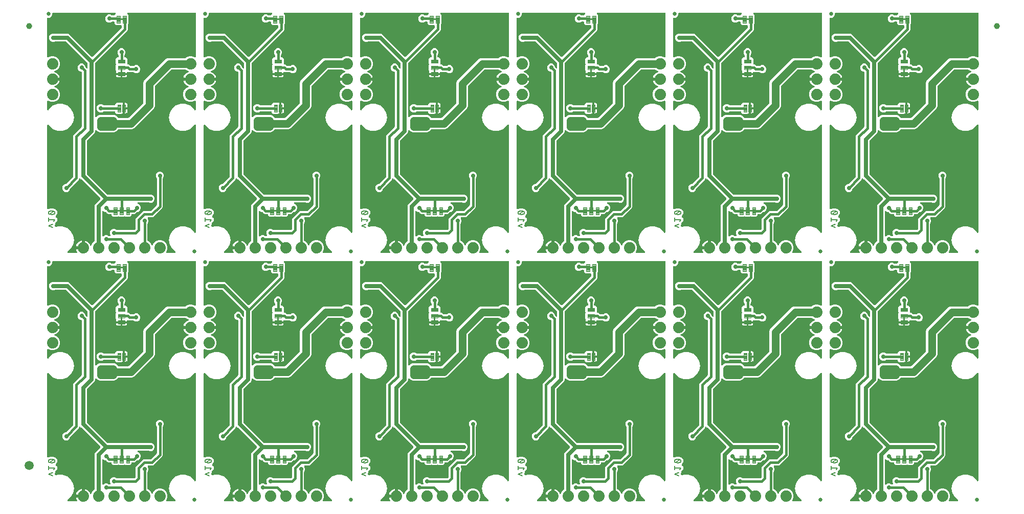
<source format=gbl>
G04 EAGLE Gerber RS-274X export*
G75*
%MOMM*%
%FSLAX34Y34*%
%LPD*%
%INBottom Copper*%
%IPPOS*%
%AMOC8*
5,1,8,0,0,1.08239X$1,22.5*%
G01*
%ADD10C,0.203200*%
%ADD11C,0.635000*%
%ADD12C,0.099059*%
%ADD13C,1.879600*%
%ADD14C,0.101600*%
%ADD15C,1.000000*%
%ADD16C,1.500000*%
%ADD17C,0.736600*%
%ADD18C,0.381000*%
%ADD19C,0.635000*%
%ADD20C,1.270000*%

G36*
X215405Y4069D02*
X215405Y4069D01*
X215440Y4067D01*
X215562Y4089D01*
X215685Y4105D01*
X215718Y4118D01*
X215753Y4124D01*
X215865Y4176D01*
X215981Y4222D01*
X216009Y4242D01*
X216041Y4257D01*
X216138Y4336D01*
X216238Y4408D01*
X216261Y4436D01*
X216288Y4458D01*
X216361Y4558D01*
X216441Y4653D01*
X216456Y4685D01*
X216477Y4714D01*
X216523Y4829D01*
X216576Y4941D01*
X216583Y4976D01*
X216596Y5009D01*
X216613Y5132D01*
X216636Y5253D01*
X216634Y5289D01*
X216639Y5324D01*
X216624Y5447D01*
X216616Y5571D01*
X216605Y5605D01*
X216601Y5640D01*
X216556Y5755D01*
X216518Y5873D01*
X216499Y5903D01*
X216487Y5936D01*
X216415Y6037D01*
X216348Y6142D01*
X216322Y6166D01*
X216302Y6195D01*
X216185Y6306D01*
X211015Y10645D01*
X207029Y17549D01*
X205645Y25400D01*
X207029Y33251D01*
X211015Y40155D01*
X217122Y45280D01*
X224614Y48007D01*
X232586Y48007D01*
X240078Y45280D01*
X246185Y40156D01*
X247567Y37762D01*
X247655Y37646D01*
X247740Y37528D01*
X247751Y37519D01*
X247759Y37509D01*
X247873Y37418D01*
X247985Y37325D01*
X247998Y37319D01*
X248008Y37311D01*
X248142Y37251D01*
X248273Y37190D01*
X248286Y37187D01*
X248299Y37182D01*
X248443Y37157D01*
X248586Y37130D01*
X248599Y37131D01*
X248612Y37128D01*
X248758Y37141D01*
X248903Y37150D01*
X248916Y37154D01*
X248929Y37155D01*
X249067Y37203D01*
X249205Y37248D01*
X249217Y37255D01*
X249230Y37259D01*
X249351Y37340D01*
X249474Y37418D01*
X249483Y37428D01*
X249495Y37435D01*
X249592Y37543D01*
X249692Y37649D01*
X249699Y37661D01*
X249708Y37671D01*
X249775Y37801D01*
X249846Y37928D01*
X249849Y37941D01*
X249855Y37953D01*
X249889Y38095D01*
X249925Y38236D01*
X249926Y38254D01*
X249928Y38263D01*
X249928Y38280D01*
X249935Y38397D01*
X249935Y215603D01*
X249917Y215748D01*
X249902Y215893D01*
X249897Y215906D01*
X249895Y215919D01*
X249842Y216054D01*
X249791Y216191D01*
X249783Y216202D01*
X249778Y216215D01*
X249693Y216332D01*
X249610Y216452D01*
X249599Y216461D01*
X249592Y216472D01*
X249480Y216565D01*
X249369Y216660D01*
X249357Y216666D01*
X249347Y216675D01*
X249215Y216737D01*
X249084Y216802D01*
X249071Y216805D01*
X249059Y216810D01*
X248917Y216838D01*
X248773Y216868D01*
X248760Y216868D01*
X248747Y216870D01*
X248602Y216861D01*
X248456Y216855D01*
X248442Y216851D01*
X248429Y216850D01*
X248291Y216806D01*
X248151Y216763D01*
X248139Y216756D01*
X248127Y216752D01*
X248004Y216675D01*
X247879Y216599D01*
X247869Y216589D01*
X247858Y216582D01*
X247758Y216476D01*
X247656Y216372D01*
X247646Y216357D01*
X247640Y216351D01*
X247632Y216336D01*
X247567Y216238D01*
X246185Y213845D01*
X240078Y208720D01*
X232586Y205993D01*
X224614Y205993D01*
X217122Y208720D01*
X211015Y213844D01*
X207029Y220749D01*
X205645Y228600D01*
X207029Y236451D01*
X211015Y243355D01*
X217122Y248480D01*
X224614Y251207D01*
X232586Y251207D01*
X240078Y248480D01*
X246185Y243355D01*
X247567Y240962D01*
X247655Y240846D01*
X247740Y240728D01*
X247751Y240719D01*
X247759Y240709D01*
X247873Y240618D01*
X247985Y240525D01*
X247998Y240519D01*
X248008Y240511D01*
X248142Y240451D01*
X248273Y240390D01*
X248286Y240387D01*
X248299Y240382D01*
X248443Y240357D01*
X248586Y240330D01*
X248599Y240331D01*
X248612Y240328D01*
X248758Y240341D01*
X248903Y240350D01*
X248916Y240354D01*
X248929Y240355D01*
X249067Y240403D01*
X249205Y240448D01*
X249217Y240455D01*
X249230Y240459D01*
X249351Y240540D01*
X249474Y240618D01*
X249483Y240628D01*
X249495Y240635D01*
X249592Y240743D01*
X249692Y240849D01*
X249699Y240861D01*
X249708Y240871D01*
X249775Y241001D01*
X249846Y241128D01*
X249849Y241141D01*
X249855Y241153D01*
X249889Y241295D01*
X249925Y241436D01*
X249926Y241454D01*
X249928Y241463D01*
X249928Y241480D01*
X249935Y241597D01*
X249935Y254905D01*
X249929Y254954D01*
X249931Y255004D01*
X249909Y255111D01*
X249895Y255221D01*
X249877Y255267D01*
X249867Y255315D01*
X249819Y255414D01*
X249778Y255516D01*
X249749Y255556D01*
X249727Y255601D01*
X249656Y255685D01*
X249592Y255774D01*
X249553Y255805D01*
X249521Y255843D01*
X249431Y255906D01*
X249347Y255976D01*
X249302Y255998D01*
X249261Y256026D01*
X249158Y256065D01*
X249059Y256112D01*
X249010Y256121D01*
X248964Y256139D01*
X248854Y256151D01*
X248747Y256172D01*
X248697Y256169D01*
X248648Y256174D01*
X248539Y256159D01*
X248429Y256152D01*
X248382Y256137D01*
X248333Y256130D01*
X248180Y256078D01*
X243776Y254253D01*
X238824Y254253D01*
X234250Y256148D01*
X230748Y259650D01*
X228853Y264224D01*
X228853Y269176D01*
X230748Y273750D01*
X234250Y277252D01*
X237275Y278505D01*
X237301Y278520D01*
X237330Y278529D01*
X237439Y278599D01*
X237552Y278663D01*
X237573Y278684D01*
X237598Y278699D01*
X237687Y278794D01*
X237780Y278884D01*
X237796Y278909D01*
X237816Y278931D01*
X237879Y279045D01*
X237946Y279155D01*
X237955Y279184D01*
X237969Y279210D01*
X238002Y279335D01*
X238040Y279459D01*
X238041Y279489D01*
X238049Y279518D01*
X238049Y279647D01*
X238055Y279777D01*
X238049Y279806D01*
X238049Y279836D01*
X238017Y279961D01*
X237991Y280088D01*
X237978Y280115D01*
X237970Y280144D01*
X237908Y280257D01*
X237851Y280374D01*
X237832Y280397D01*
X237817Y280423D01*
X237729Y280517D01*
X237645Y280616D01*
X237620Y280633D01*
X237600Y280655D01*
X237491Y280724D01*
X237385Y280799D01*
X237357Y280810D01*
X237332Y280826D01*
X237182Y280885D01*
X236717Y281036D01*
X235043Y281889D01*
X233522Y282994D01*
X232194Y284322D01*
X231089Y285843D01*
X230236Y287517D01*
X229655Y289304D01*
X229615Y289561D01*
X240030Y289561D01*
X240148Y289576D01*
X240267Y289583D01*
X240305Y289596D01*
X240345Y289601D01*
X240456Y289644D01*
X240569Y289681D01*
X240603Y289703D01*
X240641Y289718D01*
X240737Y289788D01*
X240838Y289851D01*
X240866Y289881D01*
X240898Y289904D01*
X240974Y289996D01*
X241056Y290083D01*
X241075Y290118D01*
X241101Y290149D01*
X241152Y290257D01*
X241209Y290361D01*
X241220Y290401D01*
X241237Y290437D01*
X241259Y290554D01*
X241289Y290669D01*
X241293Y290730D01*
X241297Y290750D01*
X241295Y290770D01*
X241299Y290830D01*
X241299Y293370D01*
X241284Y293488D01*
X241277Y293607D01*
X241264Y293645D01*
X241259Y293685D01*
X241215Y293796D01*
X241179Y293909D01*
X241157Y293944D01*
X241142Y293981D01*
X241072Y294077D01*
X241009Y294178D01*
X240979Y294206D01*
X240955Y294239D01*
X240864Y294314D01*
X240777Y294396D01*
X240742Y294416D01*
X240710Y294441D01*
X240603Y294492D01*
X240498Y294550D01*
X240459Y294560D01*
X240423Y294577D01*
X240306Y294599D01*
X240191Y294629D01*
X240130Y294633D01*
X240110Y294637D01*
X240090Y294635D01*
X240030Y294639D01*
X229615Y294639D01*
X229655Y294896D01*
X230236Y296683D01*
X231089Y298357D01*
X232194Y299878D01*
X233522Y301206D01*
X235043Y302311D01*
X236717Y303164D01*
X237182Y303315D01*
X237209Y303328D01*
X237238Y303335D01*
X237353Y303395D01*
X237470Y303450D01*
X237493Y303469D01*
X237519Y303483D01*
X237615Y303571D01*
X237715Y303653D01*
X237732Y303677D01*
X237754Y303697D01*
X237826Y303806D01*
X237902Y303910D01*
X237913Y303938D01*
X237929Y303963D01*
X237971Y304086D01*
X238019Y304206D01*
X238023Y304236D01*
X238032Y304264D01*
X238043Y304393D01*
X238059Y304521D01*
X238055Y304551D01*
X238058Y304581D01*
X238035Y304709D01*
X238019Y304837D01*
X238008Y304865D01*
X238003Y304894D01*
X237950Y305012D01*
X237902Y305133D01*
X237885Y305157D01*
X237873Y305184D01*
X237792Y305285D01*
X237716Y305390D01*
X237693Y305409D01*
X237674Y305433D01*
X237571Y305510D01*
X237471Y305593D01*
X237444Y305606D01*
X237420Y305624D01*
X237275Y305695D01*
X234250Y306948D01*
X233468Y307730D01*
X233390Y307790D01*
X233318Y307858D01*
X233265Y307887D01*
X233217Y307924D01*
X233126Y307964D01*
X233039Y308012D01*
X232981Y308027D01*
X232925Y308051D01*
X232827Y308066D01*
X232731Y308091D01*
X232631Y308097D01*
X232611Y308101D01*
X232599Y308099D01*
X232571Y308101D01*
X210159Y308101D01*
X210061Y308089D01*
X209962Y308086D01*
X209903Y308069D01*
X209843Y308061D01*
X209751Y308025D01*
X209656Y307997D01*
X209604Y307967D01*
X209548Y307944D01*
X209468Y307886D01*
X209382Y307836D01*
X209307Y307770D01*
X209290Y307758D01*
X209282Y307748D01*
X209261Y307730D01*
X182490Y280959D01*
X182430Y280880D01*
X182362Y280808D01*
X182333Y280755D01*
X182296Y280707D01*
X182256Y280616D01*
X182208Y280530D01*
X182193Y280471D01*
X182169Y280416D01*
X182154Y280318D01*
X182129Y280222D01*
X182123Y280122D01*
X182119Y280101D01*
X182121Y280089D01*
X182119Y280061D01*
X182119Y246857D01*
X180688Y243403D01*
X147757Y210472D01*
X144303Y209041D01*
X122262Y209041D01*
X122233Y209038D01*
X122204Y209040D01*
X122075Y209018D01*
X121947Y209001D01*
X121919Y208991D01*
X121890Y208986D01*
X121772Y208932D01*
X121651Y208884D01*
X121627Y208867D01*
X121600Y208855D01*
X121499Y208774D01*
X121394Y208698D01*
X121375Y208675D01*
X121352Y208656D01*
X121274Y208553D01*
X121191Y208453D01*
X121178Y208426D01*
X121161Y208402D01*
X121090Y208258D01*
X120998Y208036D01*
X118354Y205392D01*
X114900Y203961D01*
X90840Y203961D01*
X87386Y205392D01*
X85606Y207172D01*
X85497Y207257D01*
X85390Y207346D01*
X85371Y207354D01*
X85355Y207367D01*
X85227Y207422D01*
X85102Y207481D01*
X85082Y207485D01*
X85063Y207493D01*
X84925Y207515D01*
X84789Y207541D01*
X84769Y207540D01*
X84749Y207543D01*
X84610Y207530D01*
X84472Y207521D01*
X84453Y207515D01*
X84433Y207513D01*
X84301Y207466D01*
X84170Y207423D01*
X84152Y207412D01*
X84133Y207405D01*
X84018Y207327D01*
X83901Y207253D01*
X83887Y207238D01*
X83870Y207227D01*
X83778Y207123D01*
X83683Y207021D01*
X83673Y207004D01*
X83660Y206988D01*
X83596Y206864D01*
X83529Y206743D01*
X83524Y206723D01*
X83515Y206705D01*
X83485Y206569D01*
X83450Y206435D01*
X83448Y206407D01*
X83445Y206395D01*
X83446Y206374D01*
X83440Y206274D01*
X83440Y204709D01*
X82492Y202422D01*
X70095Y190025D01*
X70035Y189947D01*
X69967Y189875D01*
X69938Y189822D01*
X69901Y189774D01*
X69861Y189683D01*
X69813Y189596D01*
X69798Y189538D01*
X69774Y189482D01*
X69759Y189384D01*
X69734Y189288D01*
X69728Y189188D01*
X69724Y189168D01*
X69726Y189156D01*
X69724Y189128D01*
X69724Y135184D01*
X69736Y135085D01*
X69739Y134986D01*
X69756Y134928D01*
X69764Y134868D01*
X69800Y134776D01*
X69828Y134681D01*
X69858Y134629D01*
X69881Y134572D01*
X69939Y134492D01*
X69989Y134407D01*
X70055Y134332D01*
X70067Y134315D01*
X70077Y134307D01*
X70095Y134286D01*
X103806Y100575D01*
X103884Y100515D01*
X103957Y100447D01*
X104010Y100418D01*
X104057Y100381D01*
X104148Y100341D01*
X104235Y100293D01*
X104294Y100278D01*
X104349Y100254D01*
X104447Y100239D01*
X104543Y100214D01*
X104643Y100208D01*
X104663Y100204D01*
X104676Y100206D01*
X104704Y100204D01*
X172442Y100204D01*
X172451Y100205D01*
X172461Y100204D01*
X172609Y100225D01*
X172758Y100244D01*
X172766Y100247D01*
X172775Y100248D01*
X172928Y100300D01*
X173921Y100712D01*
X176599Y100712D01*
X179073Y99687D01*
X180967Y97793D01*
X181992Y95319D01*
X181992Y92641D01*
X180967Y90167D01*
X179073Y88273D01*
X176599Y87248D01*
X173921Y87248D01*
X172928Y87660D01*
X172919Y87662D01*
X172911Y87667D01*
X172766Y87704D01*
X172621Y87744D01*
X172612Y87744D01*
X172603Y87746D01*
X172442Y87756D01*
X154605Y87756D01*
X154535Y87748D01*
X154466Y87749D01*
X154378Y87728D01*
X154289Y87716D01*
X154224Y87691D01*
X154156Y87674D01*
X154077Y87632D01*
X153993Y87599D01*
X153937Y87558D01*
X153875Y87526D01*
X153809Y87465D01*
X153736Y87413D01*
X153691Y87359D01*
X153640Y87312D01*
X153591Y87237D01*
X153533Y87168D01*
X153503Y87104D01*
X153465Y87046D01*
X153436Y86961D01*
X153398Y86880D01*
X153385Y86811D01*
X153362Y86745D01*
X153355Y86656D01*
X153338Y86568D01*
X153342Y86498D01*
X153337Y86428D01*
X153352Y86340D01*
X153358Y86250D01*
X153379Y86184D01*
X153391Y86115D01*
X153428Y86033D01*
X153456Y85948D01*
X153493Y85889D01*
X153522Y85825D01*
X153578Y85755D01*
X153626Y85679D01*
X153677Y85631D01*
X153720Y85577D01*
X153792Y85522D01*
X153857Y85461D01*
X153919Y85427D01*
X153974Y85385D01*
X154119Y85314D01*
X156213Y84447D01*
X158107Y82553D01*
X159132Y80079D01*
X159132Y77401D01*
X158107Y74927D01*
X156213Y73033D01*
X153739Y72008D01*
X153200Y72008D01*
X153101Y71996D01*
X153002Y71993D01*
X152944Y71976D01*
X152884Y71968D01*
X152792Y71932D01*
X152697Y71904D01*
X152645Y71874D01*
X152588Y71851D01*
X152508Y71793D01*
X152423Y71743D01*
X152348Y71677D01*
X152331Y71665D01*
X152323Y71655D01*
X152302Y71637D01*
X150126Y69460D01*
X148305Y68706D01*
X145034Y68706D01*
X144916Y68691D01*
X144797Y68684D01*
X144759Y68671D01*
X144718Y68666D01*
X144608Y68623D01*
X144495Y68586D01*
X144460Y68564D01*
X144423Y68549D01*
X144327Y68480D01*
X144226Y68416D01*
X144198Y68386D01*
X144165Y68363D01*
X144089Y68271D01*
X144008Y68184D01*
X143988Y68149D01*
X143963Y68118D01*
X143912Y68010D01*
X143854Y67906D01*
X143844Y67866D01*
X143827Y67830D01*
X143805Y67713D01*
X143775Y67598D01*
X143771Y67537D01*
X143767Y67518D01*
X143769Y67497D01*
X143765Y67437D01*
X143765Y66337D01*
X141689Y64261D01*
X133139Y64261D01*
X133104Y64296D01*
X133010Y64369D01*
X132921Y64448D01*
X132885Y64466D01*
X132853Y64491D01*
X132744Y64538D01*
X132638Y64592D01*
X132598Y64601D01*
X132561Y64617D01*
X132444Y64636D01*
X132328Y64662D01*
X132287Y64661D01*
X132247Y64667D01*
X132128Y64656D01*
X132010Y64652D01*
X131971Y64641D01*
X131931Y64637D01*
X131819Y64597D01*
X131704Y64564D01*
X131669Y64543D01*
X131631Y64530D01*
X131533Y64463D01*
X131430Y64402D01*
X131385Y64363D01*
X131368Y64351D01*
X131355Y64336D01*
X131309Y64296D01*
X131275Y64261D01*
X122725Y64261D01*
X122690Y64296D01*
X122596Y64369D01*
X122507Y64448D01*
X122471Y64466D01*
X122439Y64491D01*
X122330Y64538D01*
X122224Y64592D01*
X122184Y64601D01*
X122147Y64617D01*
X122030Y64636D01*
X121914Y64662D01*
X121873Y64661D01*
X121833Y64667D01*
X121714Y64656D01*
X121596Y64652D01*
X121557Y64641D01*
X121517Y64637D01*
X121405Y64597D01*
X121290Y64564D01*
X121255Y64543D01*
X121217Y64530D01*
X121119Y64463D01*
X121016Y64402D01*
X120971Y64363D01*
X120954Y64351D01*
X120941Y64336D01*
X120895Y64296D01*
X120861Y64261D01*
X112311Y64261D01*
X110235Y66337D01*
X110235Y67437D01*
X110220Y67555D01*
X110213Y67674D01*
X110200Y67712D01*
X110195Y67753D01*
X110152Y67863D01*
X110115Y67976D01*
X110093Y68011D01*
X110078Y68048D01*
X110009Y68144D01*
X109945Y68245D01*
X109915Y68273D01*
X109892Y68306D01*
X109800Y68382D01*
X109713Y68463D01*
X109678Y68483D01*
X109647Y68508D01*
X109539Y68559D01*
X109435Y68617D01*
X109395Y68627D01*
X109359Y68644D01*
X109242Y68666D01*
X109127Y68696D01*
X109067Y68700D01*
X109047Y68704D01*
X109026Y68702D01*
X108966Y68706D01*
X105394Y68706D01*
X103573Y69460D01*
X101698Y71336D01*
X101620Y71396D01*
X101547Y71464D01*
X101494Y71493D01*
X101447Y71530D01*
X101356Y71570D01*
X101269Y71618D01*
X101210Y71633D01*
X101155Y71657D01*
X101057Y71672D01*
X100961Y71697D01*
X100861Y71703D01*
X100841Y71707D01*
X100828Y71705D01*
X100800Y71707D01*
X100261Y71707D01*
X97787Y72732D01*
X97291Y73228D01*
X97181Y73314D01*
X97074Y73402D01*
X97055Y73411D01*
X97039Y73423D01*
X96911Y73479D01*
X96786Y73538D01*
X96766Y73542D01*
X96747Y73550D01*
X96609Y73572D01*
X96473Y73598D01*
X96453Y73596D01*
X96433Y73600D01*
X96294Y73586D01*
X96156Y73578D01*
X96137Y73572D01*
X96117Y73570D01*
X95986Y73523D01*
X95854Y73480D01*
X95836Y73469D01*
X95817Y73462D01*
X95703Y73384D01*
X95585Y73310D01*
X95571Y73295D01*
X95554Y73284D01*
X95462Y73180D01*
X95367Y73078D01*
X95357Y73060D01*
X95344Y73045D01*
X95281Y72921D01*
X95213Y72800D01*
X95208Y72780D01*
X95199Y72762D01*
X95169Y72626D01*
X95134Y72492D01*
X95132Y72464D01*
X95129Y72452D01*
X95130Y72431D01*
X95124Y72331D01*
X95124Y32778D01*
X95141Y32640D01*
X95154Y32502D01*
X95161Y32483D01*
X95164Y32463D01*
X95215Y32333D01*
X95262Y32202D01*
X95273Y32186D01*
X95281Y32167D01*
X95362Y32054D01*
X95440Y31939D01*
X95456Y31926D01*
X95467Y31910D01*
X95575Y31821D01*
X95679Y31729D01*
X95697Y31720D01*
X95712Y31707D01*
X95838Y31647D01*
X95962Y31584D01*
X95982Y31580D01*
X96000Y31571D01*
X96137Y31545D01*
X96272Y31515D01*
X96293Y31515D01*
X96312Y31511D01*
X96451Y31520D01*
X96590Y31524D01*
X96610Y31530D01*
X96630Y31531D01*
X96762Y31574D01*
X96896Y31613D01*
X96913Y31623D01*
X96932Y31629D01*
X97050Y31703D01*
X97170Y31774D01*
X97191Y31793D01*
X97201Y31799D01*
X97215Y31814D01*
X97291Y31881D01*
X97787Y32377D01*
X100261Y33402D01*
X102939Y33402D01*
X105413Y32377D01*
X105795Y31995D01*
X105873Y31935D01*
X105945Y31867D01*
X105998Y31838D01*
X106046Y31801D01*
X106137Y31761D01*
X106224Y31713D01*
X106282Y31698D01*
X106338Y31674D01*
X106436Y31659D01*
X106531Y31634D01*
X106631Y31628D01*
X106652Y31624D01*
X106664Y31626D01*
X106692Y31624D01*
X107432Y31624D01*
X107481Y31630D01*
X107531Y31628D01*
X107638Y31650D01*
X107748Y31664D01*
X107794Y31682D01*
X107842Y31692D01*
X107941Y31740D01*
X108043Y31781D01*
X108083Y31810D01*
X108128Y31832D01*
X108212Y31903D01*
X108301Y31967D01*
X108332Y32006D01*
X108370Y32038D01*
X108433Y32128D01*
X108503Y32212D01*
X108525Y32257D01*
X108553Y32298D01*
X108592Y32401D01*
X108639Y32500D01*
X108648Y32549D01*
X108666Y32595D01*
X108678Y32705D01*
X108699Y32812D01*
X108696Y32862D01*
X108701Y32911D01*
X108686Y33020D01*
X108679Y33130D01*
X108664Y33177D01*
X108657Y33226D01*
X108605Y33379D01*
X107568Y35881D01*
X107568Y38559D01*
X108593Y41033D01*
X110487Y42927D01*
X112961Y43952D01*
X115639Y43952D01*
X118113Y42927D01*
X118885Y42155D01*
X118963Y42095D01*
X119035Y42027D01*
X119088Y41998D01*
X119136Y41961D01*
X119227Y41921D01*
X119314Y41873D01*
X119372Y41858D01*
X119428Y41834D01*
X119526Y41819D01*
X119621Y41794D01*
X119721Y41788D01*
X119742Y41784D01*
X119754Y41786D01*
X119782Y41784D01*
X147282Y41784D01*
X147381Y41796D01*
X147480Y41799D01*
X147538Y41816D01*
X147598Y41824D01*
X147690Y41860D01*
X147785Y41888D01*
X147837Y41918D01*
X147894Y41941D01*
X147974Y41999D01*
X148059Y42049D01*
X148134Y42115D01*
X148151Y42127D01*
X148159Y42137D01*
X148180Y42155D01*
X149869Y43844D01*
X149929Y43922D01*
X149997Y43995D01*
X150026Y44048D01*
X150063Y44095D01*
X150103Y44186D01*
X150151Y44273D01*
X150166Y44332D01*
X150190Y44387D01*
X150205Y44485D01*
X150230Y44581D01*
X150236Y44681D01*
X150240Y44701D01*
X150238Y44714D01*
X150240Y44742D01*
X150240Y59917D01*
X150994Y61737D01*
X161783Y72526D01*
X163603Y73280D01*
X174968Y73280D01*
X175067Y73292D01*
X175166Y73295D01*
X175224Y73312D01*
X175284Y73320D01*
X175376Y73356D01*
X175471Y73384D01*
X175523Y73414D01*
X175580Y73437D01*
X175660Y73495D01*
X175745Y73545D01*
X175820Y73611D01*
X175837Y73623D01*
X175845Y73633D01*
X175866Y73651D01*
X185175Y82960D01*
X185235Y83038D01*
X185303Y83111D01*
X185332Y83164D01*
X185369Y83211D01*
X185409Y83302D01*
X185457Y83389D01*
X185472Y83448D01*
X185496Y83503D01*
X185511Y83601D01*
X185536Y83697D01*
X185542Y83797D01*
X185546Y83817D01*
X185544Y83830D01*
X185546Y83858D01*
X185546Y126988D01*
X185534Y127086D01*
X185531Y127185D01*
X185514Y127243D01*
X185506Y127303D01*
X185470Y127395D01*
X185442Y127491D01*
X185412Y127543D01*
X185389Y127599D01*
X185331Y127679D01*
X185281Y127765D01*
X185215Y127840D01*
X185203Y127856D01*
X185193Y127864D01*
X185175Y127885D01*
X184793Y128267D01*
X183768Y130741D01*
X183768Y133419D01*
X184793Y135893D01*
X186687Y137787D01*
X189161Y138812D01*
X191839Y138812D01*
X194313Y137787D01*
X196207Y135893D01*
X197232Y133419D01*
X197232Y130741D01*
X196207Y128267D01*
X195825Y127885D01*
X195765Y127807D01*
X195697Y127735D01*
X195668Y127682D01*
X195631Y127634D01*
X195591Y127543D01*
X195543Y127456D01*
X195528Y127398D01*
X195504Y127342D01*
X195489Y127244D01*
X195464Y127149D01*
X195458Y127049D01*
X195454Y127028D01*
X195456Y127016D01*
X195454Y126988D01*
X195454Y80295D01*
X194700Y78474D01*
X180352Y64126D01*
X178531Y63372D01*
X171462Y63372D01*
X171324Y63355D01*
X171186Y63342D01*
X171167Y63335D01*
X171147Y63332D01*
X171017Y63281D01*
X170886Y63234D01*
X170870Y63223D01*
X170851Y63215D01*
X170739Y63134D01*
X170623Y63056D01*
X170610Y63040D01*
X170594Y63029D01*
X170505Y62922D01*
X170413Y62817D01*
X170404Y62799D01*
X170391Y62784D01*
X170332Y62658D01*
X170268Y62534D01*
X170264Y62514D01*
X170255Y62496D01*
X170229Y62360D01*
X170199Y62224D01*
X170199Y62203D01*
X170195Y62184D01*
X170204Y62045D01*
X170208Y61906D01*
X170214Y61886D01*
X170215Y61866D01*
X170258Y61734D01*
X170297Y61600D01*
X170307Y61583D01*
X170313Y61564D01*
X170387Y61446D01*
X170458Y61326D01*
X170477Y61305D01*
X170483Y61295D01*
X170498Y61281D01*
X170565Y61205D01*
X170807Y60963D01*
X171832Y58489D01*
X171832Y55811D01*
X170807Y53337D01*
X170426Y52955D01*
X170365Y52877D01*
X170297Y52805D01*
X170268Y52752D01*
X170231Y52704D01*
X170191Y52613D01*
X170143Y52527D01*
X170128Y52468D01*
X170104Y52412D01*
X170089Y52314D01*
X170064Y52219D01*
X170058Y52119D01*
X170054Y52098D01*
X170056Y52086D01*
X170054Y52058D01*
X170054Y24968D01*
X170057Y24939D01*
X170055Y24910D01*
X170077Y24782D01*
X170094Y24653D01*
X170104Y24625D01*
X170109Y24596D01*
X170163Y24478D01*
X170211Y24357D01*
X170228Y24333D01*
X170240Y24306D01*
X170321Y24205D01*
X170397Y24100D01*
X170420Y24081D01*
X170439Y24058D01*
X170542Y23980D01*
X170642Y23897D01*
X170669Y23884D01*
X170693Y23867D01*
X170837Y23796D01*
X172150Y23252D01*
X175652Y19750D01*
X176627Y17395D01*
X176696Y17275D01*
X176761Y17152D01*
X176775Y17137D01*
X176785Y17119D01*
X176882Y17019D01*
X176975Y16916D01*
X176992Y16905D01*
X177006Y16891D01*
X177125Y16818D01*
X177241Y16742D01*
X177260Y16735D01*
X177277Y16724D01*
X177410Y16684D01*
X177542Y16638D01*
X177562Y16637D01*
X177581Y16631D01*
X177720Y16624D01*
X177859Y16613D01*
X177879Y16617D01*
X177899Y16616D01*
X178035Y16644D01*
X178172Y16668D01*
X178191Y16676D01*
X178210Y16680D01*
X178336Y16741D01*
X178462Y16798D01*
X178478Y16811D01*
X178496Y16820D01*
X178602Y16910D01*
X178710Y16997D01*
X178723Y17013D01*
X178738Y17026D01*
X178818Y17140D01*
X178902Y17251D01*
X178914Y17276D01*
X178921Y17286D01*
X178928Y17305D01*
X178973Y17395D01*
X179948Y19750D01*
X183450Y23252D01*
X188024Y25147D01*
X192976Y25147D01*
X197550Y23252D01*
X201052Y19750D01*
X202947Y15176D01*
X202947Y10224D01*
X201122Y5820D01*
X201109Y5772D01*
X201088Y5727D01*
X201067Y5619D01*
X201038Y5513D01*
X201038Y5463D01*
X201028Y5414D01*
X201035Y5305D01*
X201033Y5195D01*
X201045Y5147D01*
X201048Y5097D01*
X201082Y4993D01*
X201107Y4886D01*
X201131Y4842D01*
X201146Y4795D01*
X201205Y4702D01*
X201256Y4605D01*
X201290Y4568D01*
X201316Y4526D01*
X201396Y4451D01*
X201470Y4369D01*
X201512Y4342D01*
X201548Y4308D01*
X201644Y4255D01*
X201736Y4195D01*
X201783Y4178D01*
X201826Y4154D01*
X201933Y4127D01*
X202037Y4091D01*
X202086Y4087D01*
X202134Y4075D01*
X202295Y4065D01*
X215369Y4065D01*
X215405Y4069D01*
G37*
G36*
X992644Y4069D02*
X992644Y4069D01*
X992680Y4067D01*
X992802Y4089D01*
X992925Y4105D01*
X992958Y4118D01*
X992993Y4124D01*
X993105Y4176D01*
X993221Y4222D01*
X993249Y4242D01*
X993281Y4257D01*
X993378Y4336D01*
X993478Y4408D01*
X993500Y4436D01*
X993528Y4458D01*
X993601Y4558D01*
X993681Y4653D01*
X993696Y4685D01*
X993717Y4714D01*
X993763Y4829D01*
X993816Y4941D01*
X993823Y4976D01*
X993836Y5009D01*
X993853Y5132D01*
X993876Y5253D01*
X993874Y5289D01*
X993879Y5324D01*
X993864Y5447D01*
X993856Y5571D01*
X993845Y5605D01*
X993841Y5640D01*
X993796Y5755D01*
X993758Y5873D01*
X993739Y5903D01*
X993726Y5936D01*
X993655Y6037D01*
X993588Y6142D01*
X993562Y6166D01*
X993542Y6195D01*
X993425Y6306D01*
X988255Y10644D01*
X984269Y17549D01*
X982885Y25400D01*
X984269Y33251D01*
X988255Y40155D01*
X994362Y45280D01*
X1001854Y48007D01*
X1009826Y48007D01*
X1017318Y45280D01*
X1023425Y40156D01*
X1024807Y37762D01*
X1024895Y37646D01*
X1024980Y37528D01*
X1024991Y37519D01*
X1024999Y37509D01*
X1025113Y37418D01*
X1025225Y37325D01*
X1025238Y37319D01*
X1025248Y37311D01*
X1025382Y37251D01*
X1025513Y37190D01*
X1025526Y37187D01*
X1025539Y37182D01*
X1025683Y37157D01*
X1025826Y37130D01*
X1025839Y37131D01*
X1025852Y37128D01*
X1025998Y37141D01*
X1026143Y37150D01*
X1026156Y37154D01*
X1026169Y37155D01*
X1026307Y37203D01*
X1026445Y37248D01*
X1026457Y37255D01*
X1026470Y37259D01*
X1026591Y37340D01*
X1026714Y37418D01*
X1026723Y37428D01*
X1026735Y37435D01*
X1026832Y37543D01*
X1026932Y37649D01*
X1026939Y37661D01*
X1026948Y37671D01*
X1027015Y37801D01*
X1027086Y37928D01*
X1027089Y37941D01*
X1027095Y37953D01*
X1027129Y38095D01*
X1027165Y38236D01*
X1027166Y38254D01*
X1027168Y38263D01*
X1027168Y38280D01*
X1027175Y38397D01*
X1027175Y215603D01*
X1027157Y215748D01*
X1027142Y215893D01*
X1027137Y215906D01*
X1027135Y215919D01*
X1027082Y216054D01*
X1027031Y216191D01*
X1027023Y216202D01*
X1027018Y216215D01*
X1026933Y216333D01*
X1026850Y216452D01*
X1026840Y216461D01*
X1026832Y216472D01*
X1026719Y216565D01*
X1026609Y216660D01*
X1026597Y216666D01*
X1026587Y216675D01*
X1026455Y216737D01*
X1026324Y216802D01*
X1026311Y216805D01*
X1026299Y216810D01*
X1026157Y216837D01*
X1026013Y216868D01*
X1026000Y216868D01*
X1025987Y216870D01*
X1025842Y216861D01*
X1025696Y216855D01*
X1025683Y216851D01*
X1025669Y216850D01*
X1025531Y216806D01*
X1025391Y216763D01*
X1025379Y216756D01*
X1025367Y216752D01*
X1025244Y216675D01*
X1025119Y216599D01*
X1025109Y216589D01*
X1025098Y216582D01*
X1024998Y216476D01*
X1024896Y216372D01*
X1024886Y216357D01*
X1024880Y216351D01*
X1024872Y216336D01*
X1024807Y216238D01*
X1023425Y213845D01*
X1017318Y208720D01*
X1009826Y205993D01*
X1001854Y205993D01*
X994362Y208720D01*
X988255Y213845D01*
X984269Y220749D01*
X982885Y228600D01*
X984269Y236451D01*
X988255Y243355D01*
X994362Y248480D01*
X1001854Y251207D01*
X1009826Y251207D01*
X1017318Y248480D01*
X1023425Y243356D01*
X1024807Y240962D01*
X1024895Y240846D01*
X1024980Y240728D01*
X1024991Y240719D01*
X1024999Y240709D01*
X1025113Y240618D01*
X1025225Y240525D01*
X1025238Y240519D01*
X1025248Y240511D01*
X1025382Y240451D01*
X1025513Y240390D01*
X1025526Y240387D01*
X1025539Y240382D01*
X1025683Y240357D01*
X1025826Y240330D01*
X1025839Y240331D01*
X1025852Y240328D01*
X1025998Y240341D01*
X1026143Y240350D01*
X1026156Y240354D01*
X1026169Y240355D01*
X1026307Y240403D01*
X1026445Y240448D01*
X1026457Y240455D01*
X1026470Y240459D01*
X1026591Y240540D01*
X1026714Y240618D01*
X1026723Y240628D01*
X1026735Y240635D01*
X1026832Y240743D01*
X1026932Y240849D01*
X1026939Y240861D01*
X1026948Y240871D01*
X1027015Y241000D01*
X1027086Y241128D01*
X1027089Y241141D01*
X1027095Y241153D01*
X1027129Y241295D01*
X1027165Y241436D01*
X1027166Y241454D01*
X1027168Y241463D01*
X1027168Y241480D01*
X1027175Y241597D01*
X1027175Y254905D01*
X1027169Y254954D01*
X1027171Y255004D01*
X1027149Y255111D01*
X1027135Y255221D01*
X1027117Y255267D01*
X1027107Y255315D01*
X1027059Y255414D01*
X1027018Y255516D01*
X1026989Y255556D01*
X1026967Y255601D01*
X1026896Y255685D01*
X1026832Y255774D01*
X1026793Y255805D01*
X1026761Y255843D01*
X1026671Y255906D01*
X1026587Y255976D01*
X1026542Y255998D01*
X1026501Y256026D01*
X1026398Y256065D01*
X1026299Y256112D01*
X1026250Y256121D01*
X1026204Y256139D01*
X1026094Y256151D01*
X1025987Y256172D01*
X1025937Y256169D01*
X1025888Y256174D01*
X1025779Y256159D01*
X1025669Y256152D01*
X1025622Y256137D01*
X1025573Y256130D01*
X1025420Y256078D01*
X1021016Y254253D01*
X1016064Y254253D01*
X1011490Y256148D01*
X1007988Y259650D01*
X1006093Y264224D01*
X1006093Y269176D01*
X1007988Y273750D01*
X1011490Y277252D01*
X1014515Y278505D01*
X1014541Y278520D01*
X1014570Y278529D01*
X1014679Y278599D01*
X1014792Y278663D01*
X1014813Y278684D01*
X1014838Y278700D01*
X1014927Y278794D01*
X1015020Y278884D01*
X1015036Y278910D01*
X1015056Y278931D01*
X1015119Y279045D01*
X1015186Y279155D01*
X1015195Y279184D01*
X1015209Y279210D01*
X1015242Y279335D01*
X1015280Y279459D01*
X1015281Y279489D01*
X1015289Y279518D01*
X1015289Y279648D01*
X1015295Y279777D01*
X1015289Y279806D01*
X1015289Y279836D01*
X1015257Y279961D01*
X1015231Y280088D01*
X1015218Y280115D01*
X1015210Y280144D01*
X1015148Y280257D01*
X1015091Y280374D01*
X1015072Y280397D01*
X1015057Y280423D01*
X1014969Y280517D01*
X1014885Y280616D01*
X1014860Y280633D01*
X1014840Y280655D01*
X1014731Y280724D01*
X1014625Y280799D01*
X1014597Y280810D01*
X1014571Y280826D01*
X1014422Y280885D01*
X1013957Y281036D01*
X1012283Y281889D01*
X1010762Y282994D01*
X1009434Y284322D01*
X1008329Y285843D01*
X1007476Y287517D01*
X1006895Y289304D01*
X1006855Y289561D01*
X1017270Y289561D01*
X1017388Y289576D01*
X1017507Y289583D01*
X1017545Y289596D01*
X1017585Y289601D01*
X1017696Y289644D01*
X1017809Y289681D01*
X1017843Y289703D01*
X1017881Y289718D01*
X1017977Y289788D01*
X1018078Y289851D01*
X1018106Y289881D01*
X1018138Y289904D01*
X1018214Y289996D01*
X1018296Y290083D01*
X1018315Y290118D01*
X1018341Y290149D01*
X1018392Y290257D01*
X1018449Y290361D01*
X1018460Y290401D01*
X1018477Y290437D01*
X1018499Y290554D01*
X1018529Y290669D01*
X1018533Y290730D01*
X1018537Y290750D01*
X1018535Y290770D01*
X1018539Y290830D01*
X1018539Y293370D01*
X1018524Y293488D01*
X1018517Y293607D01*
X1018504Y293645D01*
X1018499Y293685D01*
X1018455Y293796D01*
X1018419Y293909D01*
X1018397Y293944D01*
X1018382Y293981D01*
X1018312Y294077D01*
X1018249Y294178D01*
X1018219Y294206D01*
X1018195Y294239D01*
X1018104Y294314D01*
X1018017Y294396D01*
X1017982Y294416D01*
X1017950Y294441D01*
X1017843Y294492D01*
X1017738Y294550D01*
X1017699Y294560D01*
X1017663Y294577D01*
X1017546Y294599D01*
X1017431Y294629D01*
X1017370Y294633D01*
X1017350Y294637D01*
X1017330Y294635D01*
X1017270Y294639D01*
X1006855Y294639D01*
X1006895Y294896D01*
X1007476Y296683D01*
X1008329Y298357D01*
X1009434Y299878D01*
X1010762Y301206D01*
X1012283Y302311D01*
X1013957Y303164D01*
X1014422Y303315D01*
X1014449Y303328D01*
X1014478Y303335D01*
X1014592Y303395D01*
X1014710Y303450D01*
X1014733Y303469D01*
X1014759Y303483D01*
X1014855Y303570D01*
X1014955Y303653D01*
X1014972Y303677D01*
X1014994Y303697D01*
X1015066Y303806D01*
X1015142Y303910D01*
X1015153Y303938D01*
X1015169Y303963D01*
X1015211Y304086D01*
X1015259Y304206D01*
X1015263Y304236D01*
X1015272Y304264D01*
X1015283Y304393D01*
X1015299Y304521D01*
X1015295Y304551D01*
X1015298Y304581D01*
X1015275Y304709D01*
X1015259Y304837D01*
X1015248Y304865D01*
X1015243Y304894D01*
X1015190Y305012D01*
X1015142Y305133D01*
X1015125Y305157D01*
X1015113Y305184D01*
X1015032Y305285D01*
X1014956Y305390D01*
X1014933Y305409D01*
X1014914Y305433D01*
X1014810Y305511D01*
X1014711Y305593D01*
X1014684Y305606D01*
X1014660Y305624D01*
X1014515Y305695D01*
X1011490Y306948D01*
X1010708Y307730D01*
X1010630Y307790D01*
X1010558Y307858D01*
X1010505Y307887D01*
X1010457Y307924D01*
X1010366Y307964D01*
X1010279Y308012D01*
X1010221Y308027D01*
X1010165Y308051D01*
X1010067Y308066D01*
X1009971Y308091D01*
X1009871Y308097D01*
X1009851Y308101D01*
X1009839Y308099D01*
X1009811Y308101D01*
X987399Y308101D01*
X987301Y308089D01*
X987202Y308086D01*
X987143Y308069D01*
X987083Y308061D01*
X986991Y308025D01*
X986896Y307997D01*
X986844Y307967D01*
X986788Y307944D01*
X986708Y307886D01*
X986622Y307836D01*
X986547Y307770D01*
X986530Y307758D01*
X986522Y307748D01*
X986501Y307730D01*
X959730Y280959D01*
X959670Y280880D01*
X959602Y280808D01*
X959573Y280755D01*
X959536Y280707D01*
X959496Y280616D01*
X959448Y280530D01*
X959433Y280471D01*
X959409Y280416D01*
X959394Y280318D01*
X959369Y280222D01*
X959363Y280122D01*
X959359Y280101D01*
X959361Y280089D01*
X959359Y280061D01*
X959359Y246857D01*
X957928Y243403D01*
X955106Y240581D01*
X955105Y240580D01*
X927820Y213295D01*
X927820Y213294D01*
X924997Y210472D01*
X921543Y209041D01*
X899502Y209041D01*
X899473Y209038D01*
X899444Y209040D01*
X899315Y209018D01*
X899187Y209001D01*
X899159Y208991D01*
X899130Y208986D01*
X899012Y208932D01*
X898891Y208884D01*
X898867Y208867D01*
X898840Y208855D01*
X898739Y208774D01*
X898634Y208698D01*
X898615Y208675D01*
X898592Y208656D01*
X898514Y208553D01*
X898431Y208453D01*
X898418Y208426D01*
X898401Y208402D01*
X898330Y208258D01*
X898238Y208036D01*
X895594Y205392D01*
X892140Y203961D01*
X868080Y203961D01*
X864626Y205392D01*
X862846Y207172D01*
X862737Y207257D01*
X862630Y207346D01*
X862611Y207354D01*
X862595Y207367D01*
X862467Y207422D01*
X862342Y207481D01*
X862322Y207485D01*
X862303Y207493D01*
X862165Y207515D01*
X862029Y207541D01*
X862009Y207540D01*
X861989Y207543D01*
X861850Y207530D01*
X861712Y207521D01*
X861693Y207515D01*
X861673Y207513D01*
X861541Y207466D01*
X861410Y207423D01*
X861392Y207412D01*
X861373Y207405D01*
X861258Y207327D01*
X861141Y207253D01*
X861127Y207238D01*
X861110Y207227D01*
X861018Y207123D01*
X860923Y207021D01*
X860913Y207004D01*
X860900Y206988D01*
X860836Y206864D01*
X860769Y206743D01*
X860764Y206723D01*
X860755Y206705D01*
X860725Y206569D01*
X860690Y206435D01*
X860688Y206407D01*
X860685Y206395D01*
X860686Y206374D01*
X860680Y206274D01*
X860680Y204709D01*
X859732Y202422D01*
X847335Y190025D01*
X847275Y189947D01*
X847207Y189875D01*
X847178Y189822D01*
X847141Y189774D01*
X847101Y189683D01*
X847053Y189596D01*
X847038Y189538D01*
X847014Y189482D01*
X846999Y189384D01*
X846974Y189288D01*
X846968Y189188D01*
X846964Y189168D01*
X846966Y189156D01*
X846964Y189128D01*
X846964Y135184D01*
X846976Y135086D01*
X846979Y134986D01*
X846996Y134928D01*
X847004Y134868D01*
X847040Y134776D01*
X847068Y134681D01*
X847098Y134629D01*
X847121Y134572D01*
X847179Y134492D01*
X847229Y134407D01*
X847295Y134332D01*
X847307Y134315D01*
X847317Y134307D01*
X847335Y134286D01*
X881046Y100575D01*
X881124Y100515D01*
X881197Y100447D01*
X881250Y100418D01*
X881297Y100381D01*
X881388Y100341D01*
X881475Y100293D01*
X881534Y100278D01*
X881589Y100254D01*
X881687Y100239D01*
X881783Y100214D01*
X881883Y100208D01*
X881903Y100204D01*
X881916Y100206D01*
X881944Y100204D01*
X949682Y100204D01*
X949691Y100205D01*
X949701Y100204D01*
X949849Y100225D01*
X949998Y100244D01*
X950006Y100247D01*
X950015Y100248D01*
X950168Y100300D01*
X951161Y100712D01*
X953839Y100712D01*
X956313Y99687D01*
X958207Y97793D01*
X959232Y95319D01*
X959232Y92641D01*
X958207Y90167D01*
X956313Y88273D01*
X953839Y87248D01*
X951161Y87248D01*
X950168Y87660D01*
X950159Y87662D01*
X950151Y87667D01*
X950006Y87704D01*
X949861Y87744D01*
X949852Y87744D01*
X949843Y87746D01*
X949682Y87756D01*
X931845Y87756D01*
X931775Y87748D01*
X931706Y87749D01*
X931618Y87728D01*
X931529Y87716D01*
X931464Y87691D01*
X931396Y87674D01*
X931317Y87632D01*
X931233Y87599D01*
X931177Y87558D01*
X931115Y87526D01*
X931049Y87465D01*
X930976Y87413D01*
X930932Y87359D01*
X930880Y87312D01*
X930831Y87237D01*
X930773Y87168D01*
X930743Y87104D01*
X930705Y87046D01*
X930676Y86961D01*
X930638Y86880D01*
X930625Y86811D01*
X930602Y86745D01*
X930595Y86656D01*
X930578Y86568D01*
X930582Y86498D01*
X930577Y86428D01*
X930592Y86340D01*
X930598Y86250D01*
X930619Y86184D01*
X930631Y86115D01*
X930668Y86033D01*
X930696Y85948D01*
X930733Y85889D01*
X930762Y85825D01*
X930818Y85755D01*
X930866Y85679D01*
X930917Y85631D01*
X930960Y85577D01*
X931032Y85522D01*
X931097Y85461D01*
X931159Y85427D01*
X931214Y85385D01*
X931359Y85314D01*
X933453Y84447D01*
X935347Y82553D01*
X936372Y80079D01*
X936372Y77401D01*
X935347Y74927D01*
X933453Y73033D01*
X930979Y72008D01*
X930440Y72008D01*
X930341Y71996D01*
X930242Y71993D01*
X930184Y71976D01*
X930124Y71968D01*
X930032Y71932D01*
X929937Y71904D01*
X929885Y71874D01*
X929828Y71851D01*
X929748Y71793D01*
X929663Y71743D01*
X929588Y71677D01*
X929571Y71665D01*
X929563Y71655D01*
X929542Y71637D01*
X927366Y69460D01*
X925545Y68706D01*
X922274Y68706D01*
X922156Y68691D01*
X922037Y68684D01*
X921999Y68671D01*
X921958Y68666D01*
X921848Y68623D01*
X921735Y68586D01*
X921700Y68564D01*
X921663Y68549D01*
X921567Y68480D01*
X921466Y68416D01*
X921438Y68386D01*
X921405Y68363D01*
X921329Y68271D01*
X921248Y68184D01*
X921228Y68149D01*
X921203Y68118D01*
X921152Y68010D01*
X921094Y67906D01*
X921084Y67866D01*
X921067Y67830D01*
X921045Y67713D01*
X921015Y67598D01*
X921011Y67537D01*
X921007Y67518D01*
X921009Y67497D01*
X921005Y67437D01*
X921005Y66337D01*
X918929Y64261D01*
X910379Y64261D01*
X910344Y64296D01*
X910250Y64369D01*
X910161Y64448D01*
X910125Y64466D01*
X910093Y64491D01*
X909984Y64538D01*
X909878Y64592D01*
X909838Y64601D01*
X909801Y64617D01*
X909684Y64636D01*
X909568Y64662D01*
X909527Y64661D01*
X909487Y64667D01*
X909368Y64656D01*
X909250Y64652D01*
X909211Y64641D01*
X909171Y64637D01*
X909059Y64597D01*
X908944Y64564D01*
X908909Y64543D01*
X908871Y64530D01*
X908773Y64463D01*
X908670Y64402D01*
X908625Y64363D01*
X908608Y64351D01*
X908595Y64336D01*
X908549Y64296D01*
X908515Y64261D01*
X899965Y64261D01*
X899930Y64296D01*
X899836Y64369D01*
X899747Y64448D01*
X899711Y64466D01*
X899679Y64491D01*
X899570Y64538D01*
X899464Y64592D01*
X899424Y64601D01*
X899387Y64617D01*
X899270Y64636D01*
X899154Y64662D01*
X899113Y64661D01*
X899073Y64667D01*
X898954Y64656D01*
X898836Y64652D01*
X898797Y64641D01*
X898757Y64637D01*
X898645Y64597D01*
X898530Y64564D01*
X898495Y64543D01*
X898457Y64530D01*
X898359Y64463D01*
X898256Y64402D01*
X898211Y64363D01*
X898194Y64351D01*
X898181Y64336D01*
X898135Y64296D01*
X898101Y64261D01*
X889551Y64261D01*
X887475Y66337D01*
X887475Y67437D01*
X887460Y67555D01*
X887453Y67674D01*
X887440Y67712D01*
X887435Y67753D01*
X887392Y67863D01*
X887355Y67976D01*
X887333Y68011D01*
X887318Y68048D01*
X887249Y68144D01*
X887185Y68245D01*
X887155Y68273D01*
X887132Y68306D01*
X887040Y68382D01*
X886953Y68463D01*
X886918Y68483D01*
X886887Y68508D01*
X886779Y68559D01*
X886675Y68617D01*
X886635Y68627D01*
X886599Y68644D01*
X886482Y68666D01*
X886367Y68696D01*
X886307Y68700D01*
X886287Y68704D01*
X886266Y68702D01*
X886206Y68706D01*
X882634Y68706D01*
X880813Y69460D01*
X878938Y71336D01*
X878860Y71396D01*
X878787Y71464D01*
X878734Y71493D01*
X878687Y71530D01*
X878596Y71570D01*
X878509Y71618D01*
X878450Y71633D01*
X878395Y71657D01*
X878297Y71672D01*
X878201Y71697D01*
X878101Y71703D01*
X878081Y71707D01*
X878068Y71705D01*
X878040Y71707D01*
X877501Y71707D01*
X875027Y72732D01*
X874531Y73228D01*
X874421Y73314D01*
X874314Y73402D01*
X874295Y73411D01*
X874279Y73423D01*
X874151Y73479D01*
X874026Y73538D01*
X874006Y73542D01*
X873987Y73550D01*
X873849Y73572D01*
X873713Y73598D01*
X873693Y73596D01*
X873673Y73600D01*
X873534Y73586D01*
X873396Y73578D01*
X873377Y73572D01*
X873357Y73570D01*
X873226Y73523D01*
X873094Y73480D01*
X873076Y73469D01*
X873057Y73462D01*
X872943Y73384D01*
X872825Y73310D01*
X872811Y73295D01*
X872794Y73284D01*
X872702Y73180D01*
X872607Y73078D01*
X872597Y73060D01*
X872584Y73045D01*
X872521Y72921D01*
X872453Y72800D01*
X872448Y72780D01*
X872439Y72762D01*
X872409Y72626D01*
X872374Y72492D01*
X872372Y72464D01*
X872369Y72452D01*
X872370Y72431D01*
X872364Y72331D01*
X872364Y32778D01*
X872381Y32640D01*
X872394Y32502D01*
X872401Y32483D01*
X872404Y32463D01*
X872455Y32333D01*
X872502Y32202D01*
X872513Y32186D01*
X872521Y32167D01*
X872602Y32054D01*
X872680Y31939D01*
X872696Y31926D01*
X872707Y31910D01*
X872815Y31821D01*
X872919Y31729D01*
X872937Y31720D01*
X872952Y31707D01*
X873078Y31647D01*
X873202Y31584D01*
X873222Y31580D01*
X873240Y31571D01*
X873377Y31545D01*
X873512Y31515D01*
X873533Y31515D01*
X873552Y31511D01*
X873691Y31520D01*
X873830Y31524D01*
X873850Y31530D01*
X873870Y31531D01*
X874002Y31574D01*
X874136Y31613D01*
X874153Y31623D01*
X874172Y31629D01*
X874290Y31703D01*
X874410Y31774D01*
X874431Y31793D01*
X874441Y31799D01*
X874455Y31814D01*
X874531Y31881D01*
X875027Y32377D01*
X877501Y33402D01*
X880179Y33402D01*
X882653Y32377D01*
X883035Y31995D01*
X883113Y31935D01*
X883185Y31867D01*
X883238Y31838D01*
X883286Y31801D01*
X883377Y31761D01*
X883464Y31713D01*
X883522Y31698D01*
X883578Y31674D01*
X883676Y31659D01*
X883771Y31634D01*
X883871Y31628D01*
X883892Y31624D01*
X883904Y31626D01*
X883932Y31624D01*
X884672Y31624D01*
X884721Y31630D01*
X884771Y31628D01*
X884878Y31650D01*
X884988Y31664D01*
X885034Y31682D01*
X885082Y31692D01*
X885181Y31740D01*
X885283Y31781D01*
X885323Y31810D01*
X885368Y31832D01*
X885452Y31903D01*
X885541Y31967D01*
X885572Y32006D01*
X885610Y32038D01*
X885673Y32128D01*
X885743Y32212D01*
X885765Y32257D01*
X885793Y32298D01*
X885832Y32401D01*
X885879Y32500D01*
X885888Y32549D01*
X885906Y32595D01*
X885918Y32705D01*
X885939Y32812D01*
X885936Y32862D01*
X885941Y32911D01*
X885926Y33020D01*
X885919Y33130D01*
X885904Y33177D01*
X885897Y33226D01*
X885845Y33379D01*
X884808Y35881D01*
X884808Y38559D01*
X885833Y41033D01*
X887727Y42927D01*
X890201Y43952D01*
X892879Y43952D01*
X895353Y42927D01*
X896125Y42155D01*
X896203Y42095D01*
X896275Y42027D01*
X896328Y41998D01*
X896376Y41961D01*
X896467Y41921D01*
X896554Y41873D01*
X896612Y41858D01*
X896668Y41834D01*
X896766Y41819D01*
X896861Y41794D01*
X896961Y41788D01*
X896982Y41784D01*
X896994Y41786D01*
X897022Y41784D01*
X924522Y41784D01*
X924621Y41796D01*
X924720Y41799D01*
X924778Y41816D01*
X924838Y41824D01*
X924930Y41860D01*
X925025Y41888D01*
X925077Y41918D01*
X925134Y41941D01*
X925214Y41999D01*
X925299Y42049D01*
X925374Y42115D01*
X925391Y42127D01*
X925399Y42137D01*
X925420Y42155D01*
X927109Y43844D01*
X927169Y43922D01*
X927237Y43995D01*
X927266Y44048D01*
X927303Y44095D01*
X927343Y44186D01*
X927391Y44273D01*
X927406Y44332D01*
X927430Y44387D01*
X927445Y44485D01*
X927470Y44581D01*
X927476Y44681D01*
X927480Y44701D01*
X927478Y44714D01*
X927480Y44742D01*
X927480Y59917D01*
X928234Y61737D01*
X939023Y72526D01*
X940843Y73280D01*
X952208Y73280D01*
X952307Y73292D01*
X952406Y73295D01*
X952464Y73312D01*
X952524Y73320D01*
X952616Y73356D01*
X952711Y73384D01*
X952763Y73414D01*
X952820Y73437D01*
X952900Y73495D01*
X952985Y73545D01*
X953060Y73611D01*
X953077Y73623D01*
X953085Y73633D01*
X953106Y73651D01*
X962415Y82960D01*
X962475Y83038D01*
X962543Y83111D01*
X962572Y83164D01*
X962609Y83211D01*
X962649Y83302D01*
X962697Y83389D01*
X962712Y83448D01*
X962736Y83503D01*
X962751Y83601D01*
X962776Y83697D01*
X962782Y83797D01*
X962786Y83817D01*
X962784Y83830D01*
X962786Y83858D01*
X962786Y126988D01*
X962774Y127086D01*
X962771Y127185D01*
X962754Y127243D01*
X962746Y127303D01*
X962710Y127395D01*
X962682Y127491D01*
X962652Y127543D01*
X962629Y127599D01*
X962571Y127679D01*
X962521Y127765D01*
X962455Y127840D01*
X962443Y127856D01*
X962433Y127864D01*
X962415Y127885D01*
X962033Y128267D01*
X961008Y130741D01*
X961008Y133419D01*
X962033Y135893D01*
X963927Y137787D01*
X966401Y138812D01*
X969079Y138812D01*
X971553Y137787D01*
X973447Y135893D01*
X974472Y133419D01*
X974472Y130741D01*
X973447Y128267D01*
X973065Y127885D01*
X973005Y127807D01*
X972937Y127735D01*
X972908Y127682D01*
X972871Y127634D01*
X972831Y127543D01*
X972783Y127456D01*
X972768Y127398D01*
X972744Y127342D01*
X972729Y127244D01*
X972704Y127149D01*
X972698Y127049D01*
X972694Y127028D01*
X972696Y127016D01*
X972694Y126988D01*
X972694Y80295D01*
X971940Y78474D01*
X957592Y64126D01*
X955771Y63372D01*
X948702Y63372D01*
X948564Y63355D01*
X948426Y63342D01*
X948407Y63335D01*
X948387Y63332D01*
X948257Y63281D01*
X948126Y63234D01*
X948110Y63223D01*
X948091Y63215D01*
X947979Y63134D01*
X947863Y63056D01*
X947850Y63040D01*
X947834Y63029D01*
X947745Y62922D01*
X947653Y62817D01*
X947644Y62799D01*
X947631Y62784D01*
X947572Y62658D01*
X947508Y62534D01*
X947504Y62514D01*
X947495Y62496D01*
X947469Y62360D01*
X947439Y62224D01*
X947439Y62203D01*
X947435Y62184D01*
X947444Y62045D01*
X947448Y61906D01*
X947454Y61886D01*
X947455Y61866D01*
X947498Y61734D01*
X947537Y61600D01*
X947547Y61583D01*
X947553Y61564D01*
X947627Y61446D01*
X947698Y61326D01*
X947717Y61305D01*
X947723Y61295D01*
X947738Y61281D01*
X947805Y61205D01*
X948047Y60963D01*
X949072Y58489D01*
X949072Y55811D01*
X948047Y53337D01*
X947665Y52955D01*
X947605Y52877D01*
X947537Y52805D01*
X947508Y52752D01*
X947471Y52704D01*
X947431Y52613D01*
X947383Y52526D01*
X947368Y52468D01*
X947344Y52412D01*
X947329Y52314D01*
X947304Y52219D01*
X947298Y52119D01*
X947294Y52098D01*
X947296Y52086D01*
X947294Y52058D01*
X947294Y24968D01*
X947297Y24939D01*
X947295Y24910D01*
X947317Y24782D01*
X947334Y24653D01*
X947344Y24625D01*
X947349Y24596D01*
X947403Y24478D01*
X947451Y24357D01*
X947468Y24333D01*
X947480Y24306D01*
X947561Y24205D01*
X947637Y24100D01*
X947660Y24081D01*
X947679Y24058D01*
X947782Y23980D01*
X947882Y23897D01*
X947909Y23884D01*
X947933Y23867D01*
X948077Y23796D01*
X949390Y23252D01*
X952892Y19750D01*
X953867Y17395D01*
X953936Y17275D01*
X954001Y17152D01*
X954015Y17137D01*
X954025Y17119D01*
X954122Y17019D01*
X954215Y16916D01*
X954232Y16905D01*
X954246Y16891D01*
X954365Y16818D01*
X954481Y16742D01*
X954500Y16735D01*
X954517Y16724D01*
X954650Y16683D01*
X954782Y16638D01*
X954802Y16637D01*
X954821Y16631D01*
X954960Y16624D01*
X955099Y16613D01*
X955119Y16617D01*
X955139Y16616D01*
X955275Y16644D01*
X955412Y16668D01*
X955431Y16676D01*
X955450Y16680D01*
X955576Y16741D01*
X955702Y16798D01*
X955718Y16811D01*
X955736Y16820D01*
X955842Y16910D01*
X955950Y16997D01*
X955963Y17013D01*
X955978Y17026D01*
X956058Y17140D01*
X956142Y17251D01*
X956154Y17276D01*
X956161Y17286D01*
X956168Y17305D01*
X956213Y17395D01*
X957188Y19751D01*
X960690Y23252D01*
X965264Y25147D01*
X970216Y25147D01*
X974790Y23252D01*
X978292Y19750D01*
X980187Y15176D01*
X980187Y10224D01*
X978362Y5820D01*
X978349Y5772D01*
X978328Y5727D01*
X978307Y5619D01*
X978278Y5513D01*
X978278Y5463D01*
X978268Y5414D01*
X978275Y5305D01*
X978273Y5195D01*
X978285Y5147D01*
X978288Y5097D01*
X978322Y4993D01*
X978347Y4886D01*
X978371Y4842D01*
X978386Y4795D01*
X978445Y4702D01*
X978496Y4605D01*
X978530Y4568D01*
X978556Y4526D01*
X978636Y4451D01*
X978710Y4369D01*
X978752Y4342D01*
X978788Y4308D01*
X978884Y4255D01*
X978976Y4195D01*
X979023Y4178D01*
X979066Y4154D01*
X979173Y4127D01*
X979277Y4091D01*
X979326Y4087D01*
X979374Y4075D01*
X979535Y4065D01*
X992609Y4065D01*
X992644Y4069D01*
G37*
G36*
X1251725Y4069D02*
X1251725Y4069D01*
X1251760Y4067D01*
X1251882Y4089D01*
X1252005Y4105D01*
X1252038Y4118D01*
X1252073Y4124D01*
X1252185Y4176D01*
X1252301Y4222D01*
X1252329Y4242D01*
X1252361Y4257D01*
X1252458Y4336D01*
X1252558Y4408D01*
X1252581Y4436D01*
X1252608Y4458D01*
X1252681Y4558D01*
X1252761Y4653D01*
X1252776Y4685D01*
X1252797Y4714D01*
X1252843Y4829D01*
X1252896Y4941D01*
X1252903Y4976D01*
X1252916Y5009D01*
X1252933Y5132D01*
X1252956Y5253D01*
X1252954Y5289D01*
X1252959Y5324D01*
X1252944Y5447D01*
X1252936Y5571D01*
X1252925Y5605D01*
X1252921Y5640D01*
X1252876Y5756D01*
X1252838Y5873D01*
X1252819Y5903D01*
X1252807Y5936D01*
X1252734Y6037D01*
X1252668Y6142D01*
X1252642Y6166D01*
X1252622Y6195D01*
X1252505Y6306D01*
X1247335Y10644D01*
X1243349Y17549D01*
X1241965Y25400D01*
X1243349Y33251D01*
X1247335Y40155D01*
X1253442Y45280D01*
X1260934Y48007D01*
X1268906Y48007D01*
X1276398Y45280D01*
X1282505Y40156D01*
X1283887Y37762D01*
X1283975Y37646D01*
X1284060Y37528D01*
X1284071Y37519D01*
X1284079Y37509D01*
X1284193Y37418D01*
X1284305Y37325D01*
X1284318Y37319D01*
X1284328Y37311D01*
X1284462Y37251D01*
X1284593Y37190D01*
X1284606Y37187D01*
X1284619Y37182D01*
X1284763Y37157D01*
X1284906Y37130D01*
X1284919Y37131D01*
X1284932Y37128D01*
X1285078Y37141D01*
X1285223Y37150D01*
X1285236Y37154D01*
X1285249Y37155D01*
X1285387Y37203D01*
X1285525Y37248D01*
X1285537Y37255D01*
X1285550Y37259D01*
X1285671Y37340D01*
X1285794Y37418D01*
X1285803Y37428D01*
X1285815Y37435D01*
X1285912Y37543D01*
X1286012Y37649D01*
X1286019Y37661D01*
X1286028Y37671D01*
X1286095Y37801D01*
X1286166Y37928D01*
X1286169Y37941D01*
X1286175Y37953D01*
X1286209Y38095D01*
X1286245Y38236D01*
X1286246Y38254D01*
X1286248Y38263D01*
X1286248Y38280D01*
X1286255Y38397D01*
X1286255Y215603D01*
X1286237Y215748D01*
X1286222Y215893D01*
X1286217Y215906D01*
X1286215Y215919D01*
X1286162Y216054D01*
X1286111Y216191D01*
X1286103Y216202D01*
X1286098Y216215D01*
X1286013Y216332D01*
X1285930Y216452D01*
X1285919Y216461D01*
X1285912Y216472D01*
X1285800Y216565D01*
X1285689Y216660D01*
X1285677Y216666D01*
X1285667Y216675D01*
X1285535Y216737D01*
X1285404Y216802D01*
X1285391Y216805D01*
X1285379Y216810D01*
X1285237Y216838D01*
X1285093Y216868D01*
X1285080Y216868D01*
X1285067Y216870D01*
X1284922Y216861D01*
X1284776Y216855D01*
X1284762Y216851D01*
X1284749Y216850D01*
X1284611Y216806D01*
X1284471Y216763D01*
X1284459Y216756D01*
X1284447Y216752D01*
X1284324Y216675D01*
X1284199Y216599D01*
X1284189Y216589D01*
X1284178Y216582D01*
X1284078Y216476D01*
X1283976Y216372D01*
X1283966Y216357D01*
X1283960Y216351D01*
X1283952Y216336D01*
X1283887Y216238D01*
X1282505Y213845D01*
X1276398Y208720D01*
X1268906Y205993D01*
X1260934Y205993D01*
X1253442Y208720D01*
X1247335Y213844D01*
X1243349Y220749D01*
X1241965Y228600D01*
X1243349Y236451D01*
X1247335Y243355D01*
X1253442Y248480D01*
X1260934Y251207D01*
X1268906Y251207D01*
X1276398Y248480D01*
X1282505Y243356D01*
X1283887Y240962D01*
X1283975Y240846D01*
X1284060Y240728D01*
X1284071Y240719D01*
X1284079Y240709D01*
X1284193Y240618D01*
X1284305Y240525D01*
X1284318Y240519D01*
X1284328Y240511D01*
X1284462Y240451D01*
X1284593Y240390D01*
X1284606Y240387D01*
X1284619Y240382D01*
X1284763Y240357D01*
X1284906Y240330D01*
X1284919Y240331D01*
X1284932Y240328D01*
X1285078Y240341D01*
X1285223Y240350D01*
X1285236Y240354D01*
X1285249Y240355D01*
X1285387Y240403D01*
X1285525Y240448D01*
X1285537Y240455D01*
X1285550Y240459D01*
X1285671Y240540D01*
X1285794Y240618D01*
X1285803Y240628D01*
X1285815Y240635D01*
X1285912Y240743D01*
X1286012Y240849D01*
X1286019Y240861D01*
X1286028Y240871D01*
X1286095Y241001D01*
X1286166Y241128D01*
X1286169Y241141D01*
X1286175Y241153D01*
X1286209Y241295D01*
X1286245Y241436D01*
X1286246Y241454D01*
X1286248Y241463D01*
X1286248Y241480D01*
X1286255Y241597D01*
X1286255Y254905D01*
X1286249Y254954D01*
X1286251Y255004D01*
X1286229Y255111D01*
X1286215Y255221D01*
X1286197Y255267D01*
X1286187Y255315D01*
X1286139Y255414D01*
X1286098Y255516D01*
X1286069Y255556D01*
X1286047Y255601D01*
X1285976Y255685D01*
X1285912Y255774D01*
X1285873Y255805D01*
X1285841Y255843D01*
X1285751Y255906D01*
X1285667Y255976D01*
X1285622Y255998D01*
X1285581Y256026D01*
X1285478Y256065D01*
X1285379Y256112D01*
X1285330Y256121D01*
X1285284Y256139D01*
X1285174Y256151D01*
X1285067Y256172D01*
X1285017Y256169D01*
X1284968Y256174D01*
X1284859Y256159D01*
X1284749Y256152D01*
X1284702Y256137D01*
X1284653Y256130D01*
X1284500Y256078D01*
X1280096Y254253D01*
X1275144Y254253D01*
X1270570Y256148D01*
X1267068Y259650D01*
X1265173Y264224D01*
X1265173Y269176D01*
X1267068Y273750D01*
X1270570Y277252D01*
X1273595Y278505D01*
X1273621Y278520D01*
X1273650Y278529D01*
X1273759Y278598D01*
X1273872Y278663D01*
X1273893Y278684D01*
X1273918Y278700D01*
X1274007Y278794D01*
X1274100Y278884D01*
X1274116Y278910D01*
X1274136Y278931D01*
X1274199Y279045D01*
X1274266Y279155D01*
X1274275Y279184D01*
X1274289Y279210D01*
X1274322Y279336D01*
X1274360Y279459D01*
X1274361Y279489D01*
X1274369Y279518D01*
X1274369Y279648D01*
X1274375Y279777D01*
X1274369Y279806D01*
X1274369Y279836D01*
X1274337Y279962D01*
X1274311Y280088D01*
X1274298Y280115D01*
X1274290Y280144D01*
X1274228Y280258D01*
X1274171Y280374D01*
X1274152Y280397D01*
X1274137Y280423D01*
X1274049Y280518D01*
X1273965Y280616D01*
X1273940Y280633D01*
X1273920Y280655D01*
X1273811Y280724D01*
X1273705Y280799D01*
X1273677Y280810D01*
X1273651Y280826D01*
X1273502Y280885D01*
X1273037Y281036D01*
X1271363Y281889D01*
X1269842Y282994D01*
X1268514Y284322D01*
X1267409Y285843D01*
X1266556Y287517D01*
X1265975Y289304D01*
X1265935Y289561D01*
X1276350Y289561D01*
X1276468Y289576D01*
X1276587Y289583D01*
X1276625Y289596D01*
X1276665Y289601D01*
X1276776Y289644D01*
X1276889Y289681D01*
X1276923Y289703D01*
X1276961Y289718D01*
X1277057Y289788D01*
X1277158Y289851D01*
X1277186Y289881D01*
X1277218Y289904D01*
X1277294Y289996D01*
X1277376Y290083D01*
X1277395Y290118D01*
X1277421Y290149D01*
X1277472Y290257D01*
X1277529Y290361D01*
X1277540Y290401D01*
X1277557Y290437D01*
X1277579Y290554D01*
X1277609Y290669D01*
X1277613Y290730D01*
X1277617Y290750D01*
X1277615Y290770D01*
X1277619Y290830D01*
X1277619Y293370D01*
X1277604Y293488D01*
X1277597Y293607D01*
X1277584Y293645D01*
X1277579Y293685D01*
X1277535Y293796D01*
X1277499Y293909D01*
X1277477Y293944D01*
X1277462Y293981D01*
X1277392Y294077D01*
X1277329Y294178D01*
X1277299Y294206D01*
X1277275Y294239D01*
X1277184Y294314D01*
X1277097Y294396D01*
X1277062Y294416D01*
X1277030Y294441D01*
X1276923Y294492D01*
X1276818Y294550D01*
X1276779Y294560D01*
X1276743Y294577D01*
X1276626Y294599D01*
X1276511Y294629D01*
X1276450Y294633D01*
X1276430Y294637D01*
X1276410Y294635D01*
X1276350Y294639D01*
X1265935Y294639D01*
X1265975Y294896D01*
X1266556Y296683D01*
X1267409Y298357D01*
X1268514Y299878D01*
X1269842Y301206D01*
X1271363Y302311D01*
X1273037Y303164D01*
X1273502Y303315D01*
X1273529Y303328D01*
X1273558Y303335D01*
X1273672Y303395D01*
X1273790Y303450D01*
X1273813Y303469D01*
X1273839Y303483D01*
X1273935Y303570D01*
X1274035Y303653D01*
X1274052Y303677D01*
X1274074Y303697D01*
X1274146Y303806D01*
X1274222Y303910D01*
X1274233Y303938D01*
X1274249Y303963D01*
X1274291Y304086D01*
X1274339Y304206D01*
X1274343Y304236D01*
X1274352Y304264D01*
X1274363Y304393D01*
X1274379Y304521D01*
X1274375Y304551D01*
X1274378Y304581D01*
X1274355Y304709D01*
X1274339Y304837D01*
X1274328Y304865D01*
X1274323Y304894D01*
X1274270Y305012D01*
X1274222Y305133D01*
X1274205Y305157D01*
X1274193Y305184D01*
X1274112Y305285D01*
X1274036Y305390D01*
X1274013Y305409D01*
X1273994Y305433D01*
X1273890Y305511D01*
X1273791Y305593D01*
X1273764Y305606D01*
X1273740Y305624D01*
X1273595Y305695D01*
X1270570Y306948D01*
X1269788Y307730D01*
X1269710Y307790D01*
X1269638Y307858D01*
X1269585Y307887D01*
X1269537Y307924D01*
X1269446Y307964D01*
X1269359Y308012D01*
X1269301Y308027D01*
X1269245Y308051D01*
X1269147Y308066D01*
X1269051Y308091D01*
X1268951Y308097D01*
X1268931Y308101D01*
X1268919Y308099D01*
X1268891Y308101D01*
X1246479Y308101D01*
X1246381Y308089D01*
X1246282Y308086D01*
X1246223Y308069D01*
X1246163Y308061D01*
X1246071Y308025D01*
X1245976Y307997D01*
X1245924Y307967D01*
X1245868Y307944D01*
X1245788Y307886D01*
X1245702Y307836D01*
X1245627Y307770D01*
X1245610Y307758D01*
X1245602Y307748D01*
X1245581Y307730D01*
X1218810Y280959D01*
X1218750Y280880D01*
X1218682Y280808D01*
X1218653Y280755D01*
X1218616Y280707D01*
X1218576Y280616D01*
X1218528Y280530D01*
X1218513Y280471D01*
X1218489Y280416D01*
X1218474Y280318D01*
X1218449Y280222D01*
X1218443Y280122D01*
X1218439Y280101D01*
X1218441Y280089D01*
X1218439Y280061D01*
X1218439Y246857D01*
X1217008Y243403D01*
X1184077Y210472D01*
X1180623Y209041D01*
X1158582Y209041D01*
X1158553Y209038D01*
X1158524Y209040D01*
X1158395Y209018D01*
X1158267Y209001D01*
X1158239Y208991D01*
X1158210Y208986D01*
X1158092Y208932D01*
X1157971Y208884D01*
X1157947Y208867D01*
X1157920Y208855D01*
X1157819Y208774D01*
X1157714Y208698D01*
X1157695Y208675D01*
X1157672Y208656D01*
X1157594Y208553D01*
X1157511Y208453D01*
X1157498Y208426D01*
X1157481Y208402D01*
X1157410Y208258D01*
X1157318Y208036D01*
X1154674Y205392D01*
X1151220Y203961D01*
X1127160Y203961D01*
X1123706Y205392D01*
X1121926Y207172D01*
X1121817Y207257D01*
X1121710Y207346D01*
X1121691Y207354D01*
X1121675Y207367D01*
X1121547Y207422D01*
X1121422Y207481D01*
X1121402Y207485D01*
X1121383Y207493D01*
X1121245Y207515D01*
X1121109Y207541D01*
X1121089Y207540D01*
X1121069Y207543D01*
X1120930Y207530D01*
X1120792Y207521D01*
X1120773Y207515D01*
X1120753Y207513D01*
X1120621Y207466D01*
X1120490Y207423D01*
X1120472Y207412D01*
X1120453Y207405D01*
X1120338Y207327D01*
X1120221Y207253D01*
X1120207Y207238D01*
X1120190Y207227D01*
X1120098Y207123D01*
X1120003Y207021D01*
X1119993Y207004D01*
X1119980Y206988D01*
X1119916Y206864D01*
X1119849Y206743D01*
X1119844Y206723D01*
X1119835Y206705D01*
X1119805Y206569D01*
X1119770Y206435D01*
X1119768Y206407D01*
X1119765Y206395D01*
X1119766Y206374D01*
X1119760Y206274D01*
X1119760Y204709D01*
X1118812Y202422D01*
X1106415Y190025D01*
X1106355Y189947D01*
X1106287Y189875D01*
X1106258Y189822D01*
X1106221Y189774D01*
X1106181Y189683D01*
X1106133Y189596D01*
X1106118Y189538D01*
X1106094Y189482D01*
X1106079Y189384D01*
X1106054Y189288D01*
X1106048Y189188D01*
X1106044Y189168D01*
X1106046Y189156D01*
X1106044Y189128D01*
X1106044Y135184D01*
X1106056Y135085D01*
X1106059Y134986D01*
X1106076Y134928D01*
X1106084Y134868D01*
X1106120Y134776D01*
X1106148Y134681D01*
X1106178Y134629D01*
X1106201Y134572D01*
X1106259Y134492D01*
X1106309Y134407D01*
X1106375Y134332D01*
X1106387Y134315D01*
X1106397Y134307D01*
X1106415Y134286D01*
X1140126Y100575D01*
X1140204Y100515D01*
X1140277Y100447D01*
X1140330Y100418D01*
X1140377Y100381D01*
X1140468Y100341D01*
X1140555Y100293D01*
X1140614Y100278D01*
X1140669Y100254D01*
X1140767Y100239D01*
X1140863Y100214D01*
X1140963Y100208D01*
X1140983Y100204D01*
X1140996Y100206D01*
X1141024Y100204D01*
X1208762Y100204D01*
X1208771Y100205D01*
X1208780Y100204D01*
X1208929Y100225D01*
X1209078Y100244D01*
X1209086Y100247D01*
X1209095Y100248D01*
X1209248Y100300D01*
X1210241Y100712D01*
X1212919Y100712D01*
X1215393Y99687D01*
X1217287Y97793D01*
X1218312Y95319D01*
X1218312Y92641D01*
X1217287Y90167D01*
X1215393Y88273D01*
X1212919Y87248D01*
X1210241Y87248D01*
X1209248Y87660D01*
X1209239Y87662D01*
X1209231Y87667D01*
X1209085Y87704D01*
X1208941Y87744D01*
X1208932Y87744D01*
X1208923Y87746D01*
X1208762Y87756D01*
X1190925Y87756D01*
X1190855Y87748D01*
X1190786Y87749D01*
X1190698Y87728D01*
X1190609Y87716D01*
X1190544Y87691D01*
X1190476Y87674D01*
X1190397Y87632D01*
X1190313Y87599D01*
X1190257Y87558D01*
X1190195Y87526D01*
X1190129Y87465D01*
X1190056Y87413D01*
X1190011Y87359D01*
X1189960Y87312D01*
X1189911Y87237D01*
X1189853Y87168D01*
X1189823Y87104D01*
X1189785Y87046D01*
X1189756Y86961D01*
X1189718Y86880D01*
X1189705Y86811D01*
X1189682Y86745D01*
X1189675Y86656D01*
X1189658Y86568D01*
X1189662Y86498D01*
X1189657Y86428D01*
X1189672Y86340D01*
X1189678Y86250D01*
X1189699Y86184D01*
X1189711Y86115D01*
X1189748Y86033D01*
X1189776Y85948D01*
X1189813Y85889D01*
X1189842Y85825D01*
X1189898Y85755D01*
X1189946Y85679D01*
X1189997Y85631D01*
X1190040Y85577D01*
X1190112Y85522D01*
X1190177Y85461D01*
X1190239Y85427D01*
X1190294Y85385D01*
X1190439Y85314D01*
X1192533Y84447D01*
X1194427Y82553D01*
X1195452Y80079D01*
X1195452Y77401D01*
X1194427Y74927D01*
X1192533Y73033D01*
X1190059Y72008D01*
X1189520Y72008D01*
X1189421Y71996D01*
X1189322Y71993D01*
X1189264Y71976D01*
X1189204Y71968D01*
X1189112Y71932D01*
X1189017Y71904D01*
X1188965Y71874D01*
X1188908Y71851D01*
X1188828Y71793D01*
X1188743Y71743D01*
X1188668Y71677D01*
X1188651Y71665D01*
X1188643Y71655D01*
X1188622Y71637D01*
X1186446Y69460D01*
X1184625Y68706D01*
X1181354Y68706D01*
X1181236Y68691D01*
X1181117Y68684D01*
X1181079Y68671D01*
X1181038Y68666D01*
X1180928Y68623D01*
X1180815Y68586D01*
X1180780Y68564D01*
X1180743Y68549D01*
X1180647Y68480D01*
X1180546Y68416D01*
X1180518Y68386D01*
X1180485Y68363D01*
X1180409Y68271D01*
X1180328Y68184D01*
X1180308Y68149D01*
X1180283Y68118D01*
X1180232Y68010D01*
X1180174Y67906D01*
X1180164Y67866D01*
X1180147Y67830D01*
X1180125Y67713D01*
X1180095Y67598D01*
X1180091Y67537D01*
X1180087Y67518D01*
X1180089Y67497D01*
X1180085Y67437D01*
X1180085Y66337D01*
X1178009Y64261D01*
X1169459Y64261D01*
X1169424Y64296D01*
X1169330Y64369D01*
X1169241Y64448D01*
X1169205Y64466D01*
X1169173Y64491D01*
X1169064Y64538D01*
X1168958Y64592D01*
X1168918Y64601D01*
X1168881Y64617D01*
X1168764Y64636D01*
X1168648Y64662D01*
X1168607Y64661D01*
X1168567Y64667D01*
X1168448Y64656D01*
X1168330Y64652D01*
X1168291Y64641D01*
X1168251Y64637D01*
X1168139Y64597D01*
X1168024Y64564D01*
X1167989Y64543D01*
X1167951Y64530D01*
X1167853Y64463D01*
X1167750Y64402D01*
X1167705Y64363D01*
X1167688Y64351D01*
X1167675Y64336D01*
X1167629Y64296D01*
X1167595Y64261D01*
X1159045Y64261D01*
X1159010Y64296D01*
X1158916Y64369D01*
X1158827Y64448D01*
X1158791Y64466D01*
X1158759Y64491D01*
X1158650Y64538D01*
X1158544Y64592D01*
X1158504Y64601D01*
X1158467Y64617D01*
X1158350Y64636D01*
X1158234Y64662D01*
X1158193Y64661D01*
X1158153Y64667D01*
X1158034Y64656D01*
X1157916Y64652D01*
X1157877Y64641D01*
X1157837Y64637D01*
X1157725Y64597D01*
X1157610Y64564D01*
X1157575Y64543D01*
X1157537Y64530D01*
X1157439Y64463D01*
X1157336Y64402D01*
X1157291Y64363D01*
X1157274Y64351D01*
X1157261Y64336D01*
X1157215Y64296D01*
X1157181Y64261D01*
X1148631Y64261D01*
X1146555Y66337D01*
X1146555Y67437D01*
X1146540Y67555D01*
X1146533Y67674D01*
X1146520Y67712D01*
X1146515Y67753D01*
X1146472Y67863D01*
X1146435Y67976D01*
X1146413Y68011D01*
X1146398Y68048D01*
X1146329Y68144D01*
X1146265Y68245D01*
X1146235Y68273D01*
X1146212Y68306D01*
X1146120Y68382D01*
X1146033Y68463D01*
X1145998Y68483D01*
X1145967Y68508D01*
X1145859Y68559D01*
X1145755Y68617D01*
X1145715Y68627D01*
X1145679Y68644D01*
X1145562Y68666D01*
X1145447Y68696D01*
X1145387Y68700D01*
X1145367Y68704D01*
X1145346Y68702D01*
X1145286Y68706D01*
X1141714Y68706D01*
X1139893Y69460D01*
X1138018Y71336D01*
X1137940Y71396D01*
X1137867Y71464D01*
X1137814Y71493D01*
X1137767Y71530D01*
X1137676Y71570D01*
X1137589Y71618D01*
X1137530Y71633D01*
X1137475Y71657D01*
X1137377Y71672D01*
X1137281Y71697D01*
X1137181Y71703D01*
X1137161Y71707D01*
X1137148Y71705D01*
X1137120Y71707D01*
X1136581Y71707D01*
X1134107Y72732D01*
X1133611Y73228D01*
X1133501Y73314D01*
X1133394Y73402D01*
X1133375Y73411D01*
X1133359Y73423D01*
X1133231Y73479D01*
X1133106Y73538D01*
X1133086Y73542D01*
X1133067Y73550D01*
X1132929Y73572D01*
X1132793Y73598D01*
X1132773Y73596D01*
X1132753Y73600D01*
X1132614Y73586D01*
X1132476Y73578D01*
X1132457Y73572D01*
X1132437Y73570D01*
X1132306Y73523D01*
X1132174Y73480D01*
X1132156Y73469D01*
X1132137Y73462D01*
X1132023Y73384D01*
X1131905Y73310D01*
X1131891Y73295D01*
X1131874Y73284D01*
X1131782Y73180D01*
X1131687Y73078D01*
X1131677Y73060D01*
X1131664Y73045D01*
X1131601Y72921D01*
X1131533Y72800D01*
X1131528Y72780D01*
X1131519Y72762D01*
X1131489Y72626D01*
X1131454Y72492D01*
X1131452Y72464D01*
X1131449Y72452D01*
X1131450Y72431D01*
X1131444Y72331D01*
X1131444Y32778D01*
X1131461Y32640D01*
X1131474Y32502D01*
X1131481Y32483D01*
X1131484Y32463D01*
X1131535Y32333D01*
X1131582Y32202D01*
X1131593Y32186D01*
X1131601Y32167D01*
X1131682Y32054D01*
X1131760Y31939D01*
X1131776Y31926D01*
X1131787Y31910D01*
X1131895Y31821D01*
X1131999Y31729D01*
X1132017Y31720D01*
X1132032Y31707D01*
X1132158Y31647D01*
X1132282Y31584D01*
X1132302Y31580D01*
X1132320Y31571D01*
X1132457Y31545D01*
X1132592Y31515D01*
X1132613Y31515D01*
X1132632Y31511D01*
X1132771Y31520D01*
X1132910Y31524D01*
X1132930Y31530D01*
X1132950Y31531D01*
X1133082Y31574D01*
X1133216Y31613D01*
X1133233Y31623D01*
X1133252Y31629D01*
X1133370Y31703D01*
X1133490Y31774D01*
X1133511Y31793D01*
X1133521Y31799D01*
X1133535Y31814D01*
X1133611Y31881D01*
X1134107Y32377D01*
X1136581Y33402D01*
X1139259Y33402D01*
X1141733Y32377D01*
X1142115Y31995D01*
X1142193Y31935D01*
X1142265Y31867D01*
X1142318Y31838D01*
X1142366Y31801D01*
X1142457Y31761D01*
X1142544Y31713D01*
X1142602Y31698D01*
X1142658Y31674D01*
X1142756Y31659D01*
X1142851Y31634D01*
X1142951Y31628D01*
X1142972Y31624D01*
X1142984Y31626D01*
X1143012Y31624D01*
X1143752Y31624D01*
X1143801Y31630D01*
X1143851Y31628D01*
X1143958Y31650D01*
X1144068Y31664D01*
X1144114Y31682D01*
X1144162Y31692D01*
X1144261Y31740D01*
X1144363Y31781D01*
X1144403Y31810D01*
X1144448Y31832D01*
X1144532Y31903D01*
X1144621Y31967D01*
X1144652Y32006D01*
X1144690Y32038D01*
X1144753Y32128D01*
X1144823Y32212D01*
X1144845Y32257D01*
X1144873Y32298D01*
X1144912Y32401D01*
X1144959Y32500D01*
X1144968Y32549D01*
X1144986Y32595D01*
X1144998Y32705D01*
X1145019Y32812D01*
X1145016Y32862D01*
X1145021Y32911D01*
X1145006Y33020D01*
X1144999Y33130D01*
X1144984Y33177D01*
X1144977Y33226D01*
X1144925Y33379D01*
X1143888Y35881D01*
X1143888Y38559D01*
X1144913Y41033D01*
X1146807Y42927D01*
X1149281Y43952D01*
X1151959Y43952D01*
X1154433Y42927D01*
X1155205Y42155D01*
X1155283Y42095D01*
X1155355Y42027D01*
X1155408Y41998D01*
X1155456Y41961D01*
X1155547Y41921D01*
X1155634Y41873D01*
X1155692Y41858D01*
X1155748Y41834D01*
X1155846Y41819D01*
X1155941Y41794D01*
X1156041Y41788D01*
X1156062Y41784D01*
X1156074Y41786D01*
X1156102Y41784D01*
X1183602Y41784D01*
X1183701Y41796D01*
X1183800Y41799D01*
X1183858Y41816D01*
X1183918Y41824D01*
X1184010Y41860D01*
X1184105Y41888D01*
X1184157Y41918D01*
X1184214Y41941D01*
X1184294Y41999D01*
X1184379Y42049D01*
X1184454Y42115D01*
X1184471Y42127D01*
X1184479Y42137D01*
X1184500Y42155D01*
X1186189Y43844D01*
X1186249Y43922D01*
X1186317Y43995D01*
X1186346Y44048D01*
X1186383Y44095D01*
X1186423Y44186D01*
X1186471Y44273D01*
X1186486Y44332D01*
X1186510Y44387D01*
X1186525Y44485D01*
X1186550Y44581D01*
X1186556Y44681D01*
X1186560Y44701D01*
X1186558Y44714D01*
X1186560Y44742D01*
X1186560Y59917D01*
X1187314Y61737D01*
X1198103Y72526D01*
X1199923Y73280D01*
X1211288Y73280D01*
X1211387Y73292D01*
X1211486Y73295D01*
X1211544Y73312D01*
X1211604Y73320D01*
X1211696Y73356D01*
X1211791Y73384D01*
X1211843Y73414D01*
X1211900Y73437D01*
X1211980Y73495D01*
X1212065Y73545D01*
X1212140Y73611D01*
X1212157Y73623D01*
X1212165Y73633D01*
X1212186Y73651D01*
X1221495Y82960D01*
X1221555Y83038D01*
X1221623Y83111D01*
X1221652Y83164D01*
X1221689Y83211D01*
X1221729Y83302D01*
X1221777Y83389D01*
X1221792Y83448D01*
X1221816Y83503D01*
X1221831Y83601D01*
X1221856Y83697D01*
X1221862Y83797D01*
X1221866Y83817D01*
X1221864Y83830D01*
X1221866Y83858D01*
X1221866Y126988D01*
X1221854Y127086D01*
X1221851Y127185D01*
X1221834Y127243D01*
X1221826Y127303D01*
X1221790Y127395D01*
X1221762Y127491D01*
X1221732Y127543D01*
X1221709Y127599D01*
X1221651Y127679D01*
X1221601Y127765D01*
X1221535Y127840D01*
X1221523Y127856D01*
X1221513Y127864D01*
X1221495Y127885D01*
X1221113Y128267D01*
X1220088Y130741D01*
X1220088Y133419D01*
X1221113Y135893D01*
X1223007Y137787D01*
X1225481Y138812D01*
X1228159Y138812D01*
X1230633Y137787D01*
X1232527Y135893D01*
X1233552Y133419D01*
X1233552Y130741D01*
X1232527Y128267D01*
X1232145Y127885D01*
X1232085Y127807D01*
X1232017Y127735D01*
X1231988Y127682D01*
X1231951Y127634D01*
X1231911Y127543D01*
X1231863Y127456D01*
X1231848Y127398D01*
X1231824Y127342D01*
X1231809Y127244D01*
X1231784Y127149D01*
X1231778Y127049D01*
X1231774Y127028D01*
X1231776Y127016D01*
X1231774Y126988D01*
X1231774Y80295D01*
X1231020Y78474D01*
X1216672Y64126D01*
X1214851Y63372D01*
X1207782Y63372D01*
X1207644Y63355D01*
X1207506Y63342D01*
X1207487Y63335D01*
X1207467Y63332D01*
X1207337Y63281D01*
X1207206Y63234D01*
X1207190Y63223D01*
X1207171Y63215D01*
X1207059Y63134D01*
X1206943Y63056D01*
X1206930Y63040D01*
X1206914Y63029D01*
X1206825Y62922D01*
X1206733Y62817D01*
X1206724Y62799D01*
X1206711Y62784D01*
X1206652Y62658D01*
X1206588Y62534D01*
X1206584Y62514D01*
X1206575Y62496D01*
X1206549Y62360D01*
X1206519Y62224D01*
X1206519Y62203D01*
X1206515Y62184D01*
X1206524Y62045D01*
X1206528Y61906D01*
X1206534Y61886D01*
X1206535Y61866D01*
X1206578Y61734D01*
X1206617Y61600D01*
X1206627Y61583D01*
X1206633Y61564D01*
X1206707Y61446D01*
X1206778Y61326D01*
X1206797Y61305D01*
X1206803Y61295D01*
X1206818Y61281D01*
X1206885Y61205D01*
X1207127Y60963D01*
X1208152Y58489D01*
X1208152Y55811D01*
X1207127Y53337D01*
X1206745Y52955D01*
X1206685Y52877D01*
X1206617Y52805D01*
X1206588Y52752D01*
X1206551Y52704D01*
X1206511Y52613D01*
X1206463Y52526D01*
X1206448Y52468D01*
X1206424Y52412D01*
X1206409Y52314D01*
X1206384Y52219D01*
X1206378Y52119D01*
X1206374Y52098D01*
X1206376Y52086D01*
X1206374Y52058D01*
X1206374Y24968D01*
X1206377Y24939D01*
X1206375Y24910D01*
X1206397Y24782D01*
X1206414Y24653D01*
X1206424Y24625D01*
X1206429Y24596D01*
X1206483Y24478D01*
X1206531Y24357D01*
X1206548Y24333D01*
X1206560Y24306D01*
X1206641Y24205D01*
X1206717Y24100D01*
X1206740Y24081D01*
X1206759Y24058D01*
X1206862Y23980D01*
X1206962Y23897D01*
X1206989Y23884D01*
X1207013Y23867D01*
X1207157Y23796D01*
X1208470Y23252D01*
X1211972Y19750D01*
X1212947Y17395D01*
X1213016Y17275D01*
X1213081Y17152D01*
X1213095Y17137D01*
X1213105Y17119D01*
X1213202Y17019D01*
X1213295Y16916D01*
X1213312Y16905D01*
X1213326Y16891D01*
X1213445Y16818D01*
X1213561Y16742D01*
X1213580Y16735D01*
X1213597Y16724D01*
X1213730Y16683D01*
X1213862Y16638D01*
X1213882Y16637D01*
X1213901Y16631D01*
X1214040Y16624D01*
X1214179Y16613D01*
X1214199Y16617D01*
X1214219Y16616D01*
X1214355Y16644D01*
X1214492Y16668D01*
X1214511Y16676D01*
X1214530Y16680D01*
X1214656Y16741D01*
X1214782Y16798D01*
X1214798Y16811D01*
X1214816Y16820D01*
X1214922Y16910D01*
X1215030Y16997D01*
X1215043Y17013D01*
X1215058Y17026D01*
X1215138Y17140D01*
X1215222Y17251D01*
X1215234Y17276D01*
X1215241Y17286D01*
X1215248Y17305D01*
X1215293Y17395D01*
X1216268Y19751D01*
X1219770Y23252D01*
X1224344Y25147D01*
X1229296Y25147D01*
X1233870Y23252D01*
X1237372Y19750D01*
X1239267Y15176D01*
X1239267Y10224D01*
X1237442Y5820D01*
X1237429Y5772D01*
X1237408Y5727D01*
X1237387Y5619D01*
X1237358Y5513D01*
X1237358Y5463D01*
X1237348Y5414D01*
X1237355Y5305D01*
X1237353Y5195D01*
X1237365Y5147D01*
X1237368Y5097D01*
X1237402Y4993D01*
X1237427Y4886D01*
X1237451Y4842D01*
X1237466Y4795D01*
X1237525Y4702D01*
X1237576Y4605D01*
X1237610Y4568D01*
X1237636Y4526D01*
X1237716Y4451D01*
X1237790Y4369D01*
X1237832Y4342D01*
X1237868Y4308D01*
X1237964Y4255D01*
X1238056Y4195D01*
X1238103Y4178D01*
X1238146Y4154D01*
X1238253Y4127D01*
X1238357Y4091D01*
X1238406Y4087D01*
X1238454Y4075D01*
X1238615Y4065D01*
X1251689Y4065D01*
X1251725Y4069D01*
G37*
G36*
X1510805Y415549D02*
X1510805Y415549D01*
X1510840Y415547D01*
X1510962Y415569D01*
X1511085Y415585D01*
X1511118Y415598D01*
X1511153Y415604D01*
X1511265Y415656D01*
X1511381Y415702D01*
X1511409Y415722D01*
X1511441Y415737D01*
X1511538Y415816D01*
X1511638Y415888D01*
X1511661Y415916D01*
X1511688Y415938D01*
X1511761Y416038D01*
X1511841Y416133D01*
X1511856Y416165D01*
X1511877Y416194D01*
X1511923Y416309D01*
X1511976Y416421D01*
X1511983Y416456D01*
X1511996Y416489D01*
X1512013Y416612D01*
X1512036Y416733D01*
X1512034Y416769D01*
X1512039Y416804D01*
X1512024Y416927D01*
X1512016Y417051D01*
X1512005Y417085D01*
X1512001Y417120D01*
X1511956Y417236D01*
X1511918Y417353D01*
X1511899Y417383D01*
X1511887Y417416D01*
X1511814Y417517D01*
X1511748Y417622D01*
X1511722Y417646D01*
X1511702Y417675D01*
X1511585Y417786D01*
X1506415Y422124D01*
X1502429Y429029D01*
X1501045Y436880D01*
X1502429Y444731D01*
X1506415Y451635D01*
X1512522Y456760D01*
X1520014Y459487D01*
X1527986Y459487D01*
X1535478Y456760D01*
X1541585Y451636D01*
X1542967Y449242D01*
X1543055Y449126D01*
X1543140Y449008D01*
X1543151Y448999D01*
X1543159Y448989D01*
X1543273Y448898D01*
X1543385Y448805D01*
X1543398Y448799D01*
X1543408Y448791D01*
X1543542Y448731D01*
X1543673Y448670D01*
X1543686Y448667D01*
X1543699Y448662D01*
X1543843Y448637D01*
X1543986Y448610D01*
X1543999Y448611D01*
X1544012Y448608D01*
X1544158Y448621D01*
X1544303Y448630D01*
X1544316Y448634D01*
X1544329Y448635D01*
X1544467Y448683D01*
X1544605Y448728D01*
X1544617Y448735D01*
X1544630Y448739D01*
X1544751Y448820D01*
X1544874Y448898D01*
X1544883Y448908D01*
X1544895Y448915D01*
X1544992Y449023D01*
X1545092Y449129D01*
X1545099Y449141D01*
X1545108Y449151D01*
X1545175Y449281D01*
X1545246Y449408D01*
X1545249Y449421D01*
X1545255Y449433D01*
X1545289Y449575D01*
X1545325Y449716D01*
X1545326Y449734D01*
X1545328Y449743D01*
X1545328Y449760D01*
X1545335Y449877D01*
X1545335Y627083D01*
X1545317Y627228D01*
X1545302Y627373D01*
X1545297Y627386D01*
X1545295Y627399D01*
X1545242Y627534D01*
X1545191Y627671D01*
X1545183Y627682D01*
X1545178Y627695D01*
X1545093Y627812D01*
X1545010Y627932D01*
X1544999Y627941D01*
X1544992Y627952D01*
X1544880Y628045D01*
X1544769Y628140D01*
X1544757Y628146D01*
X1544747Y628155D01*
X1544615Y628217D01*
X1544484Y628282D01*
X1544471Y628285D01*
X1544459Y628290D01*
X1544317Y628318D01*
X1544173Y628348D01*
X1544160Y628348D01*
X1544147Y628350D01*
X1544002Y628341D01*
X1543856Y628335D01*
X1543842Y628331D01*
X1543829Y628330D01*
X1543691Y628286D01*
X1543551Y628243D01*
X1543539Y628236D01*
X1543527Y628232D01*
X1543404Y628155D01*
X1543279Y628079D01*
X1543269Y628069D01*
X1543258Y628062D01*
X1543158Y627956D01*
X1543056Y627852D01*
X1543046Y627837D01*
X1543040Y627831D01*
X1543032Y627816D01*
X1542967Y627718D01*
X1541585Y625325D01*
X1535478Y620200D01*
X1527986Y617473D01*
X1520014Y617473D01*
X1512522Y620200D01*
X1506415Y625324D01*
X1502429Y632229D01*
X1501045Y640080D01*
X1502429Y647931D01*
X1506415Y654835D01*
X1512522Y659960D01*
X1520014Y662687D01*
X1527986Y662687D01*
X1535478Y659960D01*
X1541585Y654836D01*
X1542967Y652442D01*
X1543055Y652326D01*
X1543140Y652208D01*
X1543151Y652199D01*
X1543159Y652189D01*
X1543273Y652098D01*
X1543385Y652005D01*
X1543398Y651999D01*
X1543408Y651991D01*
X1543542Y651931D01*
X1543673Y651870D01*
X1543686Y651867D01*
X1543699Y651862D01*
X1543843Y651837D01*
X1543986Y651810D01*
X1543999Y651811D01*
X1544012Y651808D01*
X1544158Y651821D01*
X1544303Y651830D01*
X1544316Y651834D01*
X1544329Y651835D01*
X1544467Y651883D01*
X1544605Y651928D01*
X1544617Y651935D01*
X1544630Y651939D01*
X1544751Y652020D01*
X1544874Y652098D01*
X1544883Y652108D01*
X1544895Y652115D01*
X1544992Y652223D01*
X1545092Y652329D01*
X1545099Y652341D01*
X1545108Y652351D01*
X1545175Y652481D01*
X1545246Y652608D01*
X1545249Y652621D01*
X1545255Y652633D01*
X1545289Y652775D01*
X1545325Y652916D01*
X1545326Y652934D01*
X1545328Y652943D01*
X1545328Y652960D01*
X1545335Y653077D01*
X1545335Y666385D01*
X1545329Y666434D01*
X1545331Y666484D01*
X1545309Y666591D01*
X1545295Y666701D01*
X1545277Y666747D01*
X1545267Y666795D01*
X1545219Y666894D01*
X1545178Y666996D01*
X1545149Y667036D01*
X1545127Y667081D01*
X1545056Y667165D01*
X1544992Y667254D01*
X1544953Y667285D01*
X1544921Y667323D01*
X1544831Y667386D01*
X1544747Y667456D01*
X1544702Y667478D01*
X1544661Y667506D01*
X1544558Y667545D01*
X1544459Y667592D01*
X1544410Y667601D01*
X1544364Y667619D01*
X1544254Y667631D01*
X1544147Y667652D01*
X1544097Y667649D01*
X1544048Y667654D01*
X1543939Y667639D01*
X1543829Y667632D01*
X1543782Y667617D01*
X1543733Y667610D01*
X1543580Y667558D01*
X1539176Y665733D01*
X1534224Y665733D01*
X1529650Y667628D01*
X1526148Y671130D01*
X1524253Y675704D01*
X1524253Y680656D01*
X1526148Y685230D01*
X1529650Y688732D01*
X1532675Y689985D01*
X1532701Y690000D01*
X1532730Y690009D01*
X1532839Y690079D01*
X1532952Y690143D01*
X1532973Y690164D01*
X1532998Y690180D01*
X1533087Y690274D01*
X1533180Y690364D01*
X1533196Y690390D01*
X1533216Y690411D01*
X1533279Y690525D01*
X1533346Y690635D01*
X1533355Y690664D01*
X1533369Y690690D01*
X1533402Y690815D01*
X1533440Y690939D01*
X1533441Y690969D01*
X1533449Y690998D01*
X1533449Y691128D01*
X1533455Y691257D01*
X1533449Y691286D01*
X1533449Y691316D01*
X1533417Y691441D01*
X1533391Y691568D01*
X1533378Y691595D01*
X1533370Y691624D01*
X1533308Y691737D01*
X1533251Y691854D01*
X1533232Y691877D01*
X1533217Y691903D01*
X1533129Y691997D01*
X1533045Y692096D01*
X1533020Y692113D01*
X1533000Y692135D01*
X1532891Y692204D01*
X1532785Y692279D01*
X1532757Y692290D01*
X1532731Y692306D01*
X1532582Y692365D01*
X1532117Y692516D01*
X1530443Y693369D01*
X1528922Y694474D01*
X1527594Y695802D01*
X1526489Y697323D01*
X1525636Y698997D01*
X1525055Y700784D01*
X1525015Y701041D01*
X1535430Y701041D01*
X1535548Y701056D01*
X1535667Y701063D01*
X1535705Y701076D01*
X1535745Y701081D01*
X1535856Y701124D01*
X1535969Y701161D01*
X1536003Y701183D01*
X1536041Y701198D01*
X1536137Y701268D01*
X1536238Y701331D01*
X1536266Y701361D01*
X1536298Y701384D01*
X1536374Y701476D01*
X1536456Y701563D01*
X1536475Y701598D01*
X1536501Y701629D01*
X1536552Y701737D01*
X1536609Y701841D01*
X1536620Y701881D01*
X1536637Y701917D01*
X1536659Y702034D01*
X1536689Y702149D01*
X1536693Y702210D01*
X1536697Y702230D01*
X1536695Y702250D01*
X1536699Y702310D01*
X1536699Y704850D01*
X1536684Y704968D01*
X1536677Y705087D01*
X1536664Y705125D01*
X1536659Y705165D01*
X1536615Y705276D01*
X1536579Y705389D01*
X1536557Y705424D01*
X1536542Y705461D01*
X1536472Y705557D01*
X1536409Y705658D01*
X1536379Y705686D01*
X1536355Y705719D01*
X1536264Y705794D01*
X1536177Y705876D01*
X1536142Y705896D01*
X1536110Y705921D01*
X1536003Y705972D01*
X1535898Y706030D01*
X1535859Y706040D01*
X1535823Y706057D01*
X1535706Y706079D01*
X1535591Y706109D01*
X1535530Y706113D01*
X1535510Y706117D01*
X1535490Y706115D01*
X1535430Y706119D01*
X1525015Y706119D01*
X1525055Y706376D01*
X1525636Y708163D01*
X1526489Y709837D01*
X1527594Y711358D01*
X1528922Y712686D01*
X1530443Y713791D01*
X1532117Y714644D01*
X1532582Y714795D01*
X1532609Y714808D01*
X1532638Y714815D01*
X1532752Y714875D01*
X1532870Y714930D01*
X1532893Y714949D01*
X1532919Y714963D01*
X1533015Y715050D01*
X1533115Y715133D01*
X1533132Y715157D01*
X1533154Y715177D01*
X1533226Y715286D01*
X1533302Y715390D01*
X1533313Y715418D01*
X1533329Y715443D01*
X1533371Y715566D01*
X1533419Y715686D01*
X1533423Y715716D01*
X1533432Y715744D01*
X1533443Y715873D01*
X1533459Y716001D01*
X1533455Y716031D01*
X1533458Y716061D01*
X1533435Y716189D01*
X1533419Y716317D01*
X1533408Y716345D01*
X1533403Y716374D01*
X1533350Y716492D01*
X1533302Y716613D01*
X1533285Y716637D01*
X1533273Y716664D01*
X1533192Y716765D01*
X1533116Y716870D01*
X1533093Y716889D01*
X1533074Y716913D01*
X1532970Y716991D01*
X1532871Y717073D01*
X1532844Y717086D01*
X1532820Y717104D01*
X1532675Y717175D01*
X1529649Y718428D01*
X1528868Y719209D01*
X1528790Y719270D01*
X1528718Y719338D01*
X1528665Y719367D01*
X1528617Y719404D01*
X1528526Y719444D01*
X1528439Y719492D01*
X1528381Y719507D01*
X1528325Y719531D01*
X1528227Y719546D01*
X1528131Y719571D01*
X1528031Y719577D01*
X1528011Y719581D01*
X1527999Y719579D01*
X1527971Y719581D01*
X1505559Y719581D01*
X1505461Y719569D01*
X1505362Y719566D01*
X1505303Y719549D01*
X1505243Y719541D01*
X1505151Y719505D01*
X1505056Y719477D01*
X1505004Y719447D01*
X1504948Y719424D01*
X1504868Y719366D01*
X1504782Y719316D01*
X1504707Y719250D01*
X1504690Y719238D01*
X1504682Y719228D01*
X1504661Y719210D01*
X1477890Y692439D01*
X1477830Y692360D01*
X1477762Y692288D01*
X1477733Y692235D01*
X1477696Y692187D01*
X1477656Y692096D01*
X1477608Y692010D01*
X1477593Y691951D01*
X1477569Y691896D01*
X1477554Y691798D01*
X1477529Y691702D01*
X1477523Y691602D01*
X1477519Y691581D01*
X1477521Y691569D01*
X1477519Y691541D01*
X1477519Y658337D01*
X1476088Y654883D01*
X1443157Y621952D01*
X1439703Y620521D01*
X1417662Y620521D01*
X1417633Y620518D01*
X1417604Y620520D01*
X1417475Y620498D01*
X1417347Y620481D01*
X1417319Y620471D01*
X1417290Y620466D01*
X1417172Y620412D01*
X1417051Y620364D01*
X1417027Y620347D01*
X1417000Y620335D01*
X1416899Y620254D01*
X1416794Y620178D01*
X1416775Y620155D01*
X1416752Y620136D01*
X1416674Y620033D01*
X1416591Y619933D01*
X1416578Y619906D01*
X1416561Y619882D01*
X1416490Y619738D01*
X1416398Y619516D01*
X1413754Y616872D01*
X1410300Y615441D01*
X1386240Y615441D01*
X1382786Y616872D01*
X1381006Y618652D01*
X1380897Y618737D01*
X1380790Y618826D01*
X1380771Y618834D01*
X1380755Y618847D01*
X1380627Y618902D01*
X1380502Y618961D01*
X1380482Y618965D01*
X1380463Y618973D01*
X1380325Y618995D01*
X1380189Y619021D01*
X1380169Y619020D01*
X1380149Y619023D01*
X1380010Y619010D01*
X1379872Y619001D01*
X1379853Y618995D01*
X1379833Y618993D01*
X1379701Y618946D01*
X1379570Y618903D01*
X1379552Y618892D01*
X1379533Y618885D01*
X1379418Y618807D01*
X1379301Y618733D01*
X1379287Y618718D01*
X1379270Y618707D01*
X1379178Y618603D01*
X1379083Y618501D01*
X1379073Y618484D01*
X1379060Y618468D01*
X1378996Y618344D01*
X1378929Y618223D01*
X1378924Y618203D01*
X1378915Y618185D01*
X1378885Y618049D01*
X1378850Y617915D01*
X1378848Y617887D01*
X1378845Y617875D01*
X1378846Y617854D01*
X1378840Y617754D01*
X1378840Y616189D01*
X1377892Y613902D01*
X1365495Y601505D01*
X1365435Y601427D01*
X1365367Y601355D01*
X1365338Y601302D01*
X1365301Y601254D01*
X1365261Y601163D01*
X1365213Y601076D01*
X1365198Y601018D01*
X1365174Y600962D01*
X1365159Y600864D01*
X1365134Y600768D01*
X1365128Y600668D01*
X1365124Y600648D01*
X1365126Y600636D01*
X1365124Y600608D01*
X1365124Y546664D01*
X1365136Y546565D01*
X1365139Y546466D01*
X1365156Y546408D01*
X1365164Y546348D01*
X1365200Y546256D01*
X1365228Y546161D01*
X1365258Y546109D01*
X1365281Y546052D01*
X1365339Y545972D01*
X1365389Y545887D01*
X1365455Y545812D01*
X1365467Y545795D01*
X1365477Y545787D01*
X1365495Y545766D01*
X1399206Y512055D01*
X1399284Y511995D01*
X1399357Y511927D01*
X1399410Y511898D01*
X1399457Y511861D01*
X1399548Y511821D01*
X1399635Y511773D01*
X1399694Y511758D01*
X1399749Y511734D01*
X1399847Y511719D01*
X1399943Y511694D01*
X1400043Y511688D01*
X1400063Y511684D01*
X1400076Y511686D01*
X1400104Y511684D01*
X1467842Y511684D01*
X1467851Y511685D01*
X1467861Y511684D01*
X1468009Y511705D01*
X1468158Y511724D01*
X1468166Y511727D01*
X1468175Y511728D01*
X1468328Y511780D01*
X1469321Y512192D01*
X1471999Y512192D01*
X1474473Y511167D01*
X1476367Y509273D01*
X1477392Y506799D01*
X1477392Y504121D01*
X1476367Y501647D01*
X1474473Y499753D01*
X1471999Y498728D01*
X1469321Y498728D01*
X1468328Y499140D01*
X1468319Y499142D01*
X1468311Y499147D01*
X1468166Y499184D01*
X1468021Y499224D01*
X1468012Y499224D01*
X1468003Y499226D01*
X1467842Y499236D01*
X1450005Y499236D01*
X1449935Y499228D01*
X1449866Y499229D01*
X1449778Y499208D01*
X1449689Y499196D01*
X1449624Y499171D01*
X1449556Y499154D01*
X1449477Y499112D01*
X1449393Y499079D01*
X1449337Y499038D01*
X1449275Y499006D01*
X1449209Y498945D01*
X1449136Y498893D01*
X1449091Y498839D01*
X1449040Y498792D01*
X1448991Y498717D01*
X1448933Y498648D01*
X1448903Y498584D01*
X1448865Y498526D01*
X1448836Y498441D01*
X1448798Y498360D01*
X1448785Y498291D01*
X1448762Y498225D01*
X1448755Y498136D01*
X1448738Y498048D01*
X1448742Y497978D01*
X1448737Y497908D01*
X1448752Y497820D01*
X1448758Y497730D01*
X1448779Y497664D01*
X1448791Y497595D01*
X1448828Y497513D01*
X1448856Y497428D01*
X1448893Y497369D01*
X1448922Y497305D01*
X1448978Y497235D01*
X1449026Y497159D01*
X1449077Y497111D01*
X1449120Y497057D01*
X1449192Y497002D01*
X1449257Y496941D01*
X1449319Y496907D01*
X1449374Y496865D01*
X1449519Y496794D01*
X1451613Y495927D01*
X1453507Y494033D01*
X1454532Y491559D01*
X1454532Y488881D01*
X1453507Y486407D01*
X1451613Y484513D01*
X1449139Y483488D01*
X1448600Y483488D01*
X1448501Y483476D01*
X1448402Y483473D01*
X1448344Y483456D01*
X1448284Y483448D01*
X1448192Y483412D01*
X1448097Y483384D01*
X1448045Y483354D01*
X1447988Y483331D01*
X1447908Y483273D01*
X1447823Y483223D01*
X1447748Y483157D01*
X1447731Y483145D01*
X1447723Y483135D01*
X1447702Y483117D01*
X1445526Y480940D01*
X1443705Y480186D01*
X1440434Y480186D01*
X1440316Y480171D01*
X1440197Y480164D01*
X1440159Y480151D01*
X1440118Y480146D01*
X1440008Y480103D01*
X1439895Y480066D01*
X1439860Y480044D01*
X1439823Y480029D01*
X1439727Y479960D01*
X1439626Y479896D01*
X1439598Y479866D01*
X1439565Y479843D01*
X1439489Y479751D01*
X1439408Y479664D01*
X1439388Y479629D01*
X1439363Y479598D01*
X1439312Y479490D01*
X1439254Y479386D01*
X1439244Y479346D01*
X1439227Y479310D01*
X1439205Y479193D01*
X1439175Y479078D01*
X1439171Y479017D01*
X1439167Y478998D01*
X1439169Y478977D01*
X1439165Y478917D01*
X1439165Y477817D01*
X1437089Y475741D01*
X1428539Y475741D01*
X1428504Y475776D01*
X1428410Y475849D01*
X1428321Y475928D01*
X1428285Y475946D01*
X1428253Y475971D01*
X1428144Y476018D01*
X1428038Y476072D01*
X1427998Y476081D01*
X1427961Y476097D01*
X1427844Y476116D01*
X1427728Y476142D01*
X1427687Y476141D01*
X1427647Y476147D01*
X1427528Y476136D01*
X1427410Y476132D01*
X1427371Y476121D01*
X1427331Y476117D01*
X1427219Y476077D01*
X1427104Y476044D01*
X1427069Y476023D01*
X1427031Y476010D01*
X1426933Y475943D01*
X1426830Y475882D01*
X1426785Y475843D01*
X1426768Y475831D01*
X1426755Y475816D01*
X1426709Y475776D01*
X1426675Y475741D01*
X1418125Y475741D01*
X1418090Y475776D01*
X1417996Y475849D01*
X1417907Y475928D01*
X1417871Y475946D01*
X1417839Y475971D01*
X1417730Y476018D01*
X1417624Y476072D01*
X1417584Y476081D01*
X1417547Y476097D01*
X1417430Y476116D01*
X1417314Y476142D01*
X1417273Y476141D01*
X1417233Y476147D01*
X1417114Y476136D01*
X1416996Y476132D01*
X1416957Y476121D01*
X1416917Y476117D01*
X1416805Y476077D01*
X1416690Y476044D01*
X1416655Y476023D01*
X1416617Y476010D01*
X1416519Y475943D01*
X1416416Y475882D01*
X1416371Y475843D01*
X1416354Y475831D01*
X1416341Y475816D01*
X1416295Y475776D01*
X1416261Y475741D01*
X1407711Y475741D01*
X1405635Y477817D01*
X1405635Y478917D01*
X1405620Y479035D01*
X1405613Y479154D01*
X1405600Y479192D01*
X1405595Y479233D01*
X1405552Y479343D01*
X1405515Y479456D01*
X1405493Y479491D01*
X1405478Y479528D01*
X1405409Y479624D01*
X1405345Y479725D01*
X1405315Y479753D01*
X1405292Y479786D01*
X1405200Y479862D01*
X1405113Y479943D01*
X1405078Y479963D01*
X1405047Y479988D01*
X1404939Y480039D01*
X1404835Y480097D01*
X1404795Y480107D01*
X1404759Y480124D01*
X1404642Y480146D01*
X1404527Y480176D01*
X1404467Y480180D01*
X1404447Y480184D01*
X1404426Y480182D01*
X1404366Y480186D01*
X1400794Y480186D01*
X1398973Y480940D01*
X1397098Y482816D01*
X1397020Y482876D01*
X1396947Y482944D01*
X1396894Y482973D01*
X1396847Y483010D01*
X1396756Y483050D01*
X1396669Y483098D01*
X1396610Y483113D01*
X1396555Y483137D01*
X1396457Y483152D01*
X1396361Y483177D01*
X1396261Y483183D01*
X1396241Y483187D01*
X1396228Y483185D01*
X1396200Y483187D01*
X1395661Y483187D01*
X1393187Y484212D01*
X1392691Y484708D01*
X1392581Y484794D01*
X1392474Y484882D01*
X1392455Y484891D01*
X1392439Y484903D01*
X1392311Y484959D01*
X1392186Y485018D01*
X1392166Y485022D01*
X1392147Y485030D01*
X1392009Y485052D01*
X1391873Y485078D01*
X1391853Y485076D01*
X1391833Y485080D01*
X1391694Y485066D01*
X1391556Y485058D01*
X1391537Y485052D01*
X1391517Y485050D01*
X1391386Y485003D01*
X1391254Y484960D01*
X1391236Y484949D01*
X1391217Y484942D01*
X1391103Y484864D01*
X1390985Y484790D01*
X1390971Y484775D01*
X1390954Y484764D01*
X1390862Y484660D01*
X1390767Y484558D01*
X1390757Y484540D01*
X1390744Y484525D01*
X1390681Y484401D01*
X1390613Y484280D01*
X1390608Y484260D01*
X1390599Y484242D01*
X1390569Y484106D01*
X1390534Y483972D01*
X1390532Y483944D01*
X1390529Y483932D01*
X1390530Y483911D01*
X1390524Y483811D01*
X1390524Y444258D01*
X1390541Y444120D01*
X1390554Y443982D01*
X1390561Y443963D01*
X1390564Y443943D01*
X1390615Y443813D01*
X1390662Y443682D01*
X1390673Y443666D01*
X1390681Y443647D01*
X1390762Y443534D01*
X1390840Y443419D01*
X1390856Y443406D01*
X1390867Y443390D01*
X1390975Y443301D01*
X1391079Y443209D01*
X1391097Y443200D01*
X1391112Y443187D01*
X1391238Y443127D01*
X1391362Y443064D01*
X1391382Y443060D01*
X1391400Y443051D01*
X1391537Y443025D01*
X1391672Y442995D01*
X1391693Y442995D01*
X1391712Y442991D01*
X1391851Y443000D01*
X1391990Y443004D01*
X1392010Y443010D01*
X1392030Y443011D01*
X1392162Y443054D01*
X1392296Y443093D01*
X1392313Y443103D01*
X1392332Y443109D01*
X1392450Y443183D01*
X1392570Y443254D01*
X1392591Y443273D01*
X1392601Y443279D01*
X1392615Y443294D01*
X1392691Y443361D01*
X1393187Y443857D01*
X1395661Y444882D01*
X1398339Y444882D01*
X1400813Y443857D01*
X1401195Y443475D01*
X1401273Y443415D01*
X1401345Y443347D01*
X1401398Y443318D01*
X1401446Y443281D01*
X1401537Y443241D01*
X1401624Y443193D01*
X1401682Y443178D01*
X1401738Y443154D01*
X1401836Y443139D01*
X1401931Y443114D01*
X1402031Y443108D01*
X1402052Y443104D01*
X1402064Y443106D01*
X1402092Y443104D01*
X1402832Y443104D01*
X1402881Y443110D01*
X1402931Y443108D01*
X1403038Y443130D01*
X1403148Y443144D01*
X1403194Y443162D01*
X1403242Y443172D01*
X1403341Y443220D01*
X1403443Y443261D01*
X1403483Y443290D01*
X1403528Y443312D01*
X1403612Y443383D01*
X1403701Y443447D01*
X1403732Y443486D01*
X1403770Y443518D01*
X1403833Y443608D01*
X1403903Y443692D01*
X1403925Y443737D01*
X1403953Y443778D01*
X1403992Y443881D01*
X1404039Y443980D01*
X1404048Y444029D01*
X1404066Y444075D01*
X1404078Y444185D01*
X1404099Y444292D01*
X1404096Y444342D01*
X1404101Y444391D01*
X1404086Y444500D01*
X1404079Y444610D01*
X1404064Y444657D01*
X1404057Y444706D01*
X1404005Y444859D01*
X1402968Y447361D01*
X1402968Y450039D01*
X1403993Y452513D01*
X1405887Y454407D01*
X1408361Y455432D01*
X1411039Y455432D01*
X1413513Y454407D01*
X1414285Y453635D01*
X1414363Y453575D01*
X1414435Y453507D01*
X1414488Y453478D01*
X1414536Y453441D01*
X1414627Y453401D01*
X1414714Y453353D01*
X1414772Y453338D01*
X1414828Y453314D01*
X1414926Y453299D01*
X1415021Y453274D01*
X1415121Y453268D01*
X1415142Y453264D01*
X1415154Y453266D01*
X1415182Y453264D01*
X1442682Y453264D01*
X1442781Y453276D01*
X1442880Y453279D01*
X1442938Y453296D01*
X1442998Y453304D01*
X1443090Y453340D01*
X1443185Y453368D01*
X1443237Y453398D01*
X1443294Y453421D01*
X1443374Y453479D01*
X1443459Y453529D01*
X1443534Y453595D01*
X1443551Y453607D01*
X1443559Y453617D01*
X1443580Y453635D01*
X1445269Y455324D01*
X1445329Y455402D01*
X1445397Y455475D01*
X1445426Y455528D01*
X1445463Y455575D01*
X1445503Y455666D01*
X1445551Y455753D01*
X1445566Y455812D01*
X1445590Y455867D01*
X1445605Y455965D01*
X1445630Y456061D01*
X1445636Y456161D01*
X1445640Y456181D01*
X1445638Y456194D01*
X1445640Y456222D01*
X1445640Y471397D01*
X1446394Y473217D01*
X1457183Y484006D01*
X1459003Y484760D01*
X1470368Y484760D01*
X1470467Y484772D01*
X1470566Y484775D01*
X1470624Y484792D01*
X1470684Y484800D01*
X1470776Y484836D01*
X1470871Y484864D01*
X1470923Y484894D01*
X1470980Y484917D01*
X1471060Y484975D01*
X1471145Y485025D01*
X1471220Y485091D01*
X1471237Y485103D01*
X1471245Y485113D01*
X1471266Y485131D01*
X1480575Y494440D01*
X1480635Y494518D01*
X1480703Y494591D01*
X1480732Y494644D01*
X1480769Y494691D01*
X1480809Y494782D01*
X1480857Y494869D01*
X1480872Y494928D01*
X1480896Y494983D01*
X1480911Y495081D01*
X1480936Y495177D01*
X1480942Y495277D01*
X1480946Y495297D01*
X1480944Y495310D01*
X1480946Y495338D01*
X1480946Y538468D01*
X1480934Y538566D01*
X1480931Y538665D01*
X1480914Y538723D01*
X1480906Y538783D01*
X1480870Y538875D01*
X1480842Y538971D01*
X1480812Y539023D01*
X1480789Y539079D01*
X1480731Y539159D01*
X1480681Y539245D01*
X1480615Y539320D01*
X1480603Y539336D01*
X1480593Y539344D01*
X1480575Y539365D01*
X1480193Y539747D01*
X1479168Y542221D01*
X1479168Y544899D01*
X1480193Y547373D01*
X1482087Y549267D01*
X1484561Y550292D01*
X1487239Y550292D01*
X1489713Y549267D01*
X1491607Y547373D01*
X1492632Y544899D01*
X1492632Y542221D01*
X1491607Y539747D01*
X1491225Y539365D01*
X1491165Y539287D01*
X1491097Y539215D01*
X1491068Y539162D01*
X1491031Y539114D01*
X1490991Y539023D01*
X1490943Y538936D01*
X1490928Y538878D01*
X1490904Y538822D01*
X1490889Y538724D01*
X1490864Y538629D01*
X1490858Y538529D01*
X1490854Y538508D01*
X1490856Y538496D01*
X1490854Y538468D01*
X1490854Y491775D01*
X1490100Y489954D01*
X1475752Y475606D01*
X1473931Y474852D01*
X1466862Y474852D01*
X1466724Y474835D01*
X1466586Y474822D01*
X1466567Y474815D01*
X1466547Y474812D01*
X1466417Y474761D01*
X1466286Y474714D01*
X1466270Y474703D01*
X1466251Y474695D01*
X1466139Y474614D01*
X1466023Y474536D01*
X1466010Y474520D01*
X1465994Y474509D01*
X1465905Y474402D01*
X1465813Y474297D01*
X1465804Y474279D01*
X1465791Y474264D01*
X1465732Y474138D01*
X1465668Y474014D01*
X1465664Y473994D01*
X1465655Y473976D01*
X1465629Y473840D01*
X1465599Y473704D01*
X1465599Y473683D01*
X1465595Y473664D01*
X1465604Y473525D01*
X1465608Y473386D01*
X1465614Y473366D01*
X1465615Y473346D01*
X1465658Y473214D01*
X1465697Y473080D01*
X1465707Y473063D01*
X1465713Y473044D01*
X1465787Y472926D01*
X1465858Y472806D01*
X1465877Y472785D01*
X1465883Y472775D01*
X1465898Y472761D01*
X1465965Y472685D01*
X1466207Y472443D01*
X1467232Y469969D01*
X1467232Y467291D01*
X1466207Y464817D01*
X1465825Y464435D01*
X1465765Y464357D01*
X1465697Y464285D01*
X1465668Y464232D01*
X1465631Y464184D01*
X1465591Y464093D01*
X1465543Y464006D01*
X1465528Y463948D01*
X1465504Y463892D01*
X1465489Y463794D01*
X1465464Y463699D01*
X1465458Y463599D01*
X1465454Y463578D01*
X1465456Y463566D01*
X1465454Y463538D01*
X1465454Y436448D01*
X1465457Y436419D01*
X1465455Y436390D01*
X1465477Y436262D01*
X1465494Y436133D01*
X1465504Y436105D01*
X1465509Y436076D01*
X1465563Y435958D01*
X1465611Y435837D01*
X1465628Y435813D01*
X1465640Y435786D01*
X1465721Y435685D01*
X1465797Y435580D01*
X1465820Y435561D01*
X1465839Y435538D01*
X1465942Y435460D01*
X1466042Y435377D01*
X1466069Y435364D01*
X1466093Y435347D01*
X1466237Y435276D01*
X1467550Y434732D01*
X1471052Y431230D01*
X1472027Y428875D01*
X1472096Y428755D01*
X1472161Y428632D01*
X1472175Y428617D01*
X1472185Y428599D01*
X1472282Y428499D01*
X1472375Y428396D01*
X1472392Y428385D01*
X1472406Y428371D01*
X1472525Y428298D01*
X1472641Y428222D01*
X1472660Y428215D01*
X1472677Y428204D01*
X1472810Y428164D01*
X1472942Y428118D01*
X1472962Y428117D01*
X1472981Y428111D01*
X1473120Y428104D01*
X1473259Y428093D01*
X1473279Y428097D01*
X1473299Y428096D01*
X1473435Y428124D01*
X1473572Y428148D01*
X1473591Y428156D01*
X1473610Y428160D01*
X1473736Y428221D01*
X1473862Y428278D01*
X1473878Y428291D01*
X1473896Y428300D01*
X1474002Y428390D01*
X1474110Y428477D01*
X1474123Y428493D01*
X1474138Y428506D01*
X1474218Y428620D01*
X1474302Y428731D01*
X1474314Y428756D01*
X1474321Y428766D01*
X1474328Y428785D01*
X1474373Y428875D01*
X1475348Y431230D01*
X1478850Y434732D01*
X1483424Y436627D01*
X1488376Y436627D01*
X1492950Y434732D01*
X1496452Y431230D01*
X1498347Y426656D01*
X1498347Y421704D01*
X1496522Y417300D01*
X1496509Y417252D01*
X1496488Y417207D01*
X1496467Y417099D01*
X1496438Y416993D01*
X1496438Y416943D01*
X1496428Y416894D01*
X1496435Y416785D01*
X1496433Y416675D01*
X1496445Y416627D01*
X1496448Y416577D01*
X1496482Y416473D01*
X1496507Y416366D01*
X1496531Y416322D01*
X1496546Y416275D01*
X1496605Y416182D01*
X1496656Y416085D01*
X1496690Y416048D01*
X1496716Y416006D01*
X1496796Y415931D01*
X1496870Y415849D01*
X1496912Y415822D01*
X1496948Y415788D01*
X1497044Y415735D01*
X1497136Y415675D01*
X1497183Y415658D01*
X1497226Y415634D01*
X1497333Y415607D01*
X1497437Y415571D01*
X1497486Y415567D01*
X1497534Y415555D01*
X1497695Y415545D01*
X1510769Y415545D01*
X1510805Y415549D01*
G37*
G36*
X474484Y415549D02*
X474484Y415549D01*
X474520Y415547D01*
X474642Y415569D01*
X474765Y415585D01*
X474798Y415598D01*
X474833Y415604D01*
X474945Y415656D01*
X475061Y415702D01*
X475089Y415722D01*
X475121Y415737D01*
X475218Y415816D01*
X475318Y415888D01*
X475340Y415916D01*
X475368Y415938D01*
X475441Y416038D01*
X475521Y416133D01*
X475536Y416165D01*
X475557Y416194D01*
X475603Y416309D01*
X475656Y416421D01*
X475663Y416456D01*
X475676Y416489D01*
X475693Y416612D01*
X475716Y416733D01*
X475714Y416769D01*
X475719Y416804D01*
X475704Y416927D01*
X475696Y417051D01*
X475685Y417085D01*
X475681Y417120D01*
X475636Y417235D01*
X475598Y417353D01*
X475579Y417383D01*
X475566Y417416D01*
X475495Y417517D01*
X475428Y417622D01*
X475402Y417646D01*
X475382Y417675D01*
X475265Y417786D01*
X470095Y422124D01*
X466109Y429029D01*
X464725Y436880D01*
X466109Y444731D01*
X470095Y451635D01*
X476202Y456760D01*
X483694Y459487D01*
X491666Y459487D01*
X499158Y456760D01*
X505265Y451636D01*
X506647Y449242D01*
X506735Y449126D01*
X506820Y449008D01*
X506831Y448999D01*
X506839Y448989D01*
X506953Y448898D01*
X507065Y448805D01*
X507078Y448799D01*
X507088Y448791D01*
X507222Y448731D01*
X507353Y448670D01*
X507366Y448667D01*
X507379Y448662D01*
X507523Y448637D01*
X507666Y448610D01*
X507679Y448611D01*
X507692Y448608D01*
X507838Y448621D01*
X507983Y448630D01*
X507996Y448634D01*
X508009Y448635D01*
X508147Y448683D01*
X508285Y448728D01*
X508297Y448735D01*
X508310Y448739D01*
X508431Y448820D01*
X508554Y448898D01*
X508563Y448908D01*
X508575Y448915D01*
X508672Y449023D01*
X508772Y449129D01*
X508779Y449141D01*
X508788Y449151D01*
X508855Y449281D01*
X508926Y449408D01*
X508929Y449421D01*
X508935Y449433D01*
X508969Y449575D01*
X509005Y449716D01*
X509006Y449734D01*
X509008Y449743D01*
X509008Y449760D01*
X509015Y449877D01*
X509015Y627083D01*
X508997Y627228D01*
X508982Y627373D01*
X508977Y627386D01*
X508975Y627399D01*
X508922Y627534D01*
X508871Y627671D01*
X508863Y627682D01*
X508858Y627695D01*
X508773Y627813D01*
X508690Y627932D01*
X508680Y627941D01*
X508672Y627952D01*
X508559Y628045D01*
X508449Y628140D01*
X508437Y628146D01*
X508427Y628155D01*
X508295Y628217D01*
X508164Y628282D01*
X508151Y628285D01*
X508139Y628290D01*
X507997Y628317D01*
X507853Y628348D01*
X507840Y628348D01*
X507827Y628350D01*
X507682Y628341D01*
X507536Y628335D01*
X507523Y628331D01*
X507509Y628330D01*
X507371Y628286D01*
X507231Y628243D01*
X507219Y628236D01*
X507207Y628232D01*
X507084Y628155D01*
X506959Y628079D01*
X506949Y628069D01*
X506938Y628062D01*
X506838Y627956D01*
X506736Y627852D01*
X506726Y627837D01*
X506720Y627831D01*
X506712Y627816D01*
X506647Y627718D01*
X505265Y625325D01*
X499158Y620200D01*
X491666Y617473D01*
X483694Y617473D01*
X476202Y620200D01*
X470095Y625324D01*
X466109Y632229D01*
X464725Y640080D01*
X466109Y647931D01*
X470095Y654835D01*
X476202Y659960D01*
X483694Y662687D01*
X491666Y662687D01*
X499158Y659960D01*
X505265Y654836D01*
X506647Y652442D01*
X506735Y652326D01*
X506820Y652208D01*
X506831Y652199D01*
X506839Y652189D01*
X506953Y652098D01*
X507065Y652005D01*
X507078Y651999D01*
X507088Y651991D01*
X507222Y651931D01*
X507353Y651870D01*
X507366Y651867D01*
X507379Y651862D01*
X507523Y651837D01*
X507666Y651810D01*
X507679Y651811D01*
X507692Y651808D01*
X507838Y651821D01*
X507983Y651830D01*
X507996Y651834D01*
X508009Y651835D01*
X508147Y651883D01*
X508285Y651928D01*
X508297Y651935D01*
X508310Y651939D01*
X508431Y652020D01*
X508554Y652098D01*
X508563Y652108D01*
X508575Y652115D01*
X508672Y652223D01*
X508772Y652329D01*
X508779Y652341D01*
X508788Y652351D01*
X508855Y652480D01*
X508926Y652608D01*
X508929Y652621D01*
X508935Y652633D01*
X508969Y652775D01*
X509005Y652916D01*
X509006Y652934D01*
X509008Y652943D01*
X509008Y652960D01*
X509015Y653077D01*
X509015Y666385D01*
X509009Y666434D01*
X509011Y666484D01*
X508989Y666591D01*
X508975Y666701D01*
X508957Y666747D01*
X508947Y666795D01*
X508899Y666894D01*
X508858Y666996D01*
X508829Y667036D01*
X508807Y667081D01*
X508736Y667165D01*
X508672Y667254D01*
X508633Y667285D01*
X508601Y667323D01*
X508511Y667386D01*
X508427Y667456D01*
X508382Y667478D01*
X508341Y667506D01*
X508238Y667545D01*
X508139Y667592D01*
X508090Y667601D01*
X508044Y667619D01*
X507934Y667631D01*
X507827Y667652D01*
X507777Y667649D01*
X507728Y667654D01*
X507619Y667639D01*
X507509Y667632D01*
X507462Y667617D01*
X507413Y667610D01*
X507260Y667558D01*
X502856Y665733D01*
X497904Y665733D01*
X493330Y667628D01*
X489828Y671130D01*
X487933Y675704D01*
X487933Y680656D01*
X489828Y685230D01*
X493330Y688732D01*
X496355Y689985D01*
X496381Y690000D01*
X496410Y690009D01*
X496519Y690079D01*
X496632Y690143D01*
X496653Y690164D01*
X496678Y690180D01*
X496767Y690274D01*
X496860Y690364D01*
X496876Y690390D01*
X496896Y690411D01*
X496959Y690525D01*
X497026Y690635D01*
X497035Y690664D01*
X497049Y690690D01*
X497082Y690815D01*
X497120Y690939D01*
X497121Y690969D01*
X497129Y690998D01*
X497129Y691128D01*
X497135Y691257D01*
X497129Y691286D01*
X497129Y691316D01*
X497097Y691441D01*
X497071Y691568D01*
X497058Y691595D01*
X497050Y691624D01*
X496988Y691737D01*
X496931Y691854D01*
X496912Y691877D01*
X496897Y691903D01*
X496809Y691997D01*
X496725Y692096D01*
X496700Y692113D01*
X496680Y692135D01*
X496571Y692204D01*
X496465Y692279D01*
X496437Y692290D01*
X496411Y692306D01*
X496262Y692365D01*
X495797Y692516D01*
X494123Y693369D01*
X492602Y694474D01*
X491274Y695802D01*
X490169Y697323D01*
X489316Y698997D01*
X488735Y700784D01*
X488695Y701041D01*
X499110Y701041D01*
X499228Y701056D01*
X499347Y701063D01*
X499385Y701076D01*
X499425Y701081D01*
X499536Y701124D01*
X499649Y701161D01*
X499683Y701183D01*
X499721Y701198D01*
X499817Y701268D01*
X499918Y701331D01*
X499946Y701361D01*
X499978Y701384D01*
X500054Y701476D01*
X500136Y701563D01*
X500155Y701598D01*
X500181Y701629D01*
X500232Y701737D01*
X500289Y701841D01*
X500300Y701881D01*
X500317Y701917D01*
X500339Y702034D01*
X500369Y702149D01*
X500373Y702210D01*
X500377Y702230D01*
X500375Y702250D01*
X500379Y702310D01*
X500379Y704850D01*
X500364Y704968D01*
X500357Y705087D01*
X500344Y705125D01*
X500339Y705165D01*
X500295Y705276D01*
X500259Y705389D01*
X500237Y705424D01*
X500222Y705461D01*
X500152Y705557D01*
X500089Y705658D01*
X500059Y705686D01*
X500035Y705719D01*
X499944Y705794D01*
X499857Y705876D01*
X499822Y705896D01*
X499790Y705921D01*
X499683Y705972D01*
X499578Y706030D01*
X499539Y706040D01*
X499503Y706057D01*
X499386Y706079D01*
X499271Y706109D01*
X499210Y706113D01*
X499190Y706117D01*
X499170Y706115D01*
X499110Y706119D01*
X488695Y706119D01*
X488735Y706376D01*
X489316Y708163D01*
X490169Y709837D01*
X491274Y711358D01*
X492602Y712686D01*
X494123Y713791D01*
X495797Y714644D01*
X496262Y714795D01*
X496289Y714808D01*
X496318Y714815D01*
X496432Y714875D01*
X496550Y714930D01*
X496573Y714949D01*
X496599Y714963D01*
X496695Y715050D01*
X496795Y715133D01*
X496812Y715157D01*
X496834Y715177D01*
X496906Y715286D01*
X496982Y715390D01*
X496993Y715418D01*
X497009Y715443D01*
X497051Y715566D01*
X497099Y715686D01*
X497103Y715716D01*
X497112Y715744D01*
X497123Y715873D01*
X497139Y716001D01*
X497135Y716031D01*
X497138Y716061D01*
X497115Y716189D01*
X497099Y716317D01*
X497088Y716345D01*
X497083Y716374D01*
X497030Y716492D01*
X496982Y716613D01*
X496965Y716637D01*
X496953Y716664D01*
X496872Y716765D01*
X496796Y716870D01*
X496773Y716889D01*
X496754Y716913D01*
X496650Y716991D01*
X496551Y717073D01*
X496524Y717086D01*
X496500Y717104D01*
X496355Y717175D01*
X493330Y718428D01*
X492548Y719210D01*
X492470Y719270D01*
X492398Y719338D01*
X492345Y719367D01*
X492297Y719404D01*
X492206Y719444D01*
X492119Y719492D01*
X492061Y719507D01*
X492005Y719531D01*
X491907Y719546D01*
X491811Y719571D01*
X491711Y719577D01*
X491691Y719581D01*
X491679Y719579D01*
X491651Y719581D01*
X469239Y719581D01*
X469141Y719569D01*
X469042Y719566D01*
X468983Y719549D01*
X468923Y719541D01*
X468831Y719505D01*
X468736Y719477D01*
X468684Y719447D01*
X468628Y719424D01*
X468548Y719366D01*
X468462Y719316D01*
X468387Y719250D01*
X468370Y719238D01*
X468362Y719228D01*
X468341Y719210D01*
X441570Y692439D01*
X441510Y692360D01*
X441442Y692288D01*
X441413Y692235D01*
X441376Y692187D01*
X441336Y692096D01*
X441288Y692010D01*
X441273Y691951D01*
X441249Y691896D01*
X441234Y691798D01*
X441209Y691702D01*
X441203Y691602D01*
X441199Y691581D01*
X441201Y691569D01*
X441199Y691541D01*
X441199Y658337D01*
X439768Y654883D01*
X406837Y621952D01*
X403383Y620521D01*
X381342Y620521D01*
X381313Y620518D01*
X381284Y620520D01*
X381155Y620498D01*
X381027Y620481D01*
X380999Y620471D01*
X380970Y620466D01*
X380852Y620412D01*
X380731Y620364D01*
X380707Y620347D01*
X380680Y620335D01*
X380579Y620254D01*
X380474Y620178D01*
X380455Y620155D01*
X380432Y620136D01*
X380354Y620033D01*
X380271Y619933D01*
X380258Y619906D01*
X380241Y619882D01*
X380170Y619738D01*
X380078Y619516D01*
X377434Y616872D01*
X373980Y615441D01*
X349920Y615441D01*
X346466Y616872D01*
X344686Y618652D01*
X344577Y618737D01*
X344470Y618826D01*
X344451Y618834D01*
X344435Y618847D01*
X344307Y618902D01*
X344182Y618961D01*
X344162Y618965D01*
X344143Y618973D01*
X344005Y618995D01*
X343869Y619021D01*
X343849Y619020D01*
X343829Y619023D01*
X343690Y619010D01*
X343552Y619001D01*
X343533Y618995D01*
X343513Y618993D01*
X343381Y618946D01*
X343250Y618903D01*
X343232Y618892D01*
X343213Y618885D01*
X343098Y618807D01*
X342981Y618733D01*
X342967Y618718D01*
X342950Y618707D01*
X342858Y618603D01*
X342763Y618501D01*
X342753Y618484D01*
X342740Y618468D01*
X342676Y618344D01*
X342609Y618223D01*
X342604Y618203D01*
X342595Y618185D01*
X342565Y618049D01*
X342530Y617915D01*
X342528Y617887D01*
X342525Y617875D01*
X342526Y617854D01*
X342520Y617754D01*
X342520Y616189D01*
X341572Y613902D01*
X329175Y601505D01*
X329115Y601427D01*
X329047Y601355D01*
X329018Y601302D01*
X328981Y601254D01*
X328941Y601163D01*
X328893Y601076D01*
X328878Y601018D01*
X328854Y600962D01*
X328839Y600864D01*
X328814Y600768D01*
X328808Y600668D01*
X328804Y600648D01*
X328806Y600636D01*
X328804Y600608D01*
X328804Y546664D01*
X328816Y546565D01*
X328819Y546466D01*
X328836Y546408D01*
X328844Y546348D01*
X328880Y546256D01*
X328908Y546161D01*
X328938Y546109D01*
X328961Y546052D01*
X329019Y545972D01*
X329069Y545887D01*
X329135Y545812D01*
X329147Y545795D01*
X329157Y545787D01*
X329175Y545766D01*
X362886Y512055D01*
X362964Y511995D01*
X363037Y511927D01*
X363090Y511898D01*
X363137Y511861D01*
X363228Y511821D01*
X363315Y511773D01*
X363374Y511758D01*
X363429Y511734D01*
X363527Y511719D01*
X363623Y511694D01*
X363723Y511688D01*
X363743Y511684D01*
X363756Y511686D01*
X363784Y511684D01*
X431522Y511684D01*
X431531Y511685D01*
X431541Y511684D01*
X431689Y511705D01*
X431838Y511724D01*
X431846Y511727D01*
X431855Y511728D01*
X432008Y511780D01*
X433001Y512192D01*
X435679Y512192D01*
X438153Y511167D01*
X440047Y509273D01*
X441072Y506799D01*
X441072Y504121D01*
X440047Y501647D01*
X438153Y499753D01*
X435679Y498728D01*
X433001Y498728D01*
X432008Y499140D01*
X431999Y499142D01*
X431991Y499147D01*
X431846Y499184D01*
X431701Y499224D01*
X431692Y499224D01*
X431683Y499226D01*
X431522Y499236D01*
X413685Y499236D01*
X413615Y499228D01*
X413546Y499229D01*
X413458Y499208D01*
X413369Y499196D01*
X413304Y499171D01*
X413236Y499154D01*
X413157Y499112D01*
X413073Y499079D01*
X413017Y499038D01*
X412955Y499006D01*
X412889Y498945D01*
X412816Y498893D01*
X412772Y498839D01*
X412720Y498792D01*
X412671Y498717D01*
X412613Y498648D01*
X412583Y498584D01*
X412545Y498526D01*
X412516Y498441D01*
X412478Y498360D01*
X412465Y498291D01*
X412442Y498225D01*
X412435Y498136D01*
X412418Y498048D01*
X412422Y497978D01*
X412417Y497908D01*
X412432Y497820D01*
X412438Y497730D01*
X412459Y497664D01*
X412471Y497595D01*
X412508Y497513D01*
X412536Y497428D01*
X412573Y497369D01*
X412602Y497305D01*
X412658Y497235D01*
X412706Y497159D01*
X412757Y497111D01*
X412800Y497057D01*
X412872Y497002D01*
X412937Y496941D01*
X412999Y496907D01*
X413054Y496865D01*
X413199Y496794D01*
X415293Y495927D01*
X417187Y494033D01*
X418212Y491559D01*
X418212Y488881D01*
X417187Y486407D01*
X415293Y484513D01*
X412819Y483488D01*
X412280Y483488D01*
X412181Y483476D01*
X412082Y483473D01*
X412024Y483456D01*
X411964Y483448D01*
X411872Y483412D01*
X411777Y483384D01*
X411725Y483354D01*
X411668Y483331D01*
X411588Y483273D01*
X411503Y483223D01*
X411428Y483157D01*
X411411Y483145D01*
X411403Y483135D01*
X411382Y483117D01*
X409206Y480940D01*
X407385Y480186D01*
X404114Y480186D01*
X403996Y480171D01*
X403877Y480164D01*
X403839Y480151D01*
X403798Y480146D01*
X403688Y480103D01*
X403575Y480066D01*
X403540Y480044D01*
X403503Y480029D01*
X403407Y479960D01*
X403306Y479896D01*
X403278Y479866D01*
X403245Y479843D01*
X403169Y479751D01*
X403088Y479664D01*
X403068Y479629D01*
X403043Y479598D01*
X402992Y479490D01*
X402934Y479386D01*
X402924Y479346D01*
X402907Y479310D01*
X402885Y479193D01*
X402855Y479078D01*
X402851Y479017D01*
X402847Y478998D01*
X402849Y478977D01*
X402845Y478917D01*
X402845Y477817D01*
X400769Y475741D01*
X392219Y475741D01*
X392184Y475776D01*
X392090Y475849D01*
X392001Y475928D01*
X391965Y475946D01*
X391933Y475971D01*
X391824Y476018D01*
X391718Y476072D01*
X391678Y476081D01*
X391641Y476097D01*
X391524Y476116D01*
X391408Y476142D01*
X391367Y476141D01*
X391327Y476147D01*
X391208Y476136D01*
X391090Y476132D01*
X391051Y476121D01*
X391011Y476117D01*
X390899Y476077D01*
X390784Y476044D01*
X390749Y476023D01*
X390711Y476010D01*
X390613Y475943D01*
X390510Y475882D01*
X390465Y475843D01*
X390448Y475831D01*
X390435Y475816D01*
X390389Y475776D01*
X390355Y475741D01*
X381805Y475741D01*
X381770Y475776D01*
X381676Y475849D01*
X381587Y475928D01*
X381551Y475946D01*
X381519Y475971D01*
X381410Y476018D01*
X381304Y476072D01*
X381264Y476081D01*
X381227Y476097D01*
X381110Y476116D01*
X380994Y476142D01*
X380953Y476141D01*
X380913Y476147D01*
X380794Y476136D01*
X380676Y476132D01*
X380637Y476121D01*
X380597Y476117D01*
X380485Y476077D01*
X380370Y476044D01*
X380335Y476023D01*
X380297Y476010D01*
X380199Y475943D01*
X380096Y475882D01*
X380051Y475843D01*
X380034Y475831D01*
X380021Y475816D01*
X379975Y475776D01*
X379941Y475741D01*
X371391Y475741D01*
X369315Y477817D01*
X369315Y478917D01*
X369300Y479035D01*
X369293Y479154D01*
X369280Y479192D01*
X369275Y479233D01*
X369232Y479343D01*
X369195Y479456D01*
X369173Y479491D01*
X369158Y479528D01*
X369089Y479624D01*
X369025Y479725D01*
X368995Y479753D01*
X368972Y479786D01*
X368880Y479862D01*
X368793Y479943D01*
X368758Y479963D01*
X368727Y479988D01*
X368619Y480039D01*
X368515Y480097D01*
X368475Y480107D01*
X368439Y480124D01*
X368322Y480146D01*
X368207Y480176D01*
X368147Y480180D01*
X368127Y480184D01*
X368106Y480182D01*
X368046Y480186D01*
X364474Y480186D01*
X362653Y480940D01*
X360778Y482816D01*
X360700Y482876D01*
X360627Y482944D01*
X360574Y482973D01*
X360527Y483010D01*
X360436Y483050D01*
X360349Y483098D01*
X360290Y483113D01*
X360235Y483137D01*
X360137Y483152D01*
X360041Y483177D01*
X359941Y483183D01*
X359921Y483187D01*
X359908Y483185D01*
X359880Y483187D01*
X359341Y483187D01*
X356867Y484212D01*
X356371Y484708D01*
X356261Y484794D01*
X356154Y484882D01*
X356135Y484891D01*
X356119Y484903D01*
X355991Y484959D01*
X355866Y485018D01*
X355846Y485022D01*
X355827Y485030D01*
X355689Y485052D01*
X355553Y485078D01*
X355533Y485076D01*
X355513Y485080D01*
X355374Y485066D01*
X355236Y485058D01*
X355217Y485052D01*
X355197Y485050D01*
X355066Y485003D01*
X354934Y484960D01*
X354916Y484949D01*
X354897Y484942D01*
X354783Y484864D01*
X354665Y484790D01*
X354651Y484775D01*
X354634Y484764D01*
X354542Y484660D01*
X354447Y484558D01*
X354437Y484540D01*
X354424Y484525D01*
X354361Y484401D01*
X354293Y484280D01*
X354288Y484260D01*
X354279Y484242D01*
X354249Y484106D01*
X354214Y483972D01*
X354212Y483944D01*
X354209Y483932D01*
X354210Y483911D01*
X354204Y483811D01*
X354204Y444258D01*
X354221Y444120D01*
X354234Y443982D01*
X354241Y443963D01*
X354244Y443943D01*
X354295Y443813D01*
X354342Y443682D01*
X354353Y443666D01*
X354361Y443647D01*
X354442Y443534D01*
X354520Y443419D01*
X354536Y443406D01*
X354547Y443390D01*
X354655Y443301D01*
X354759Y443209D01*
X354777Y443200D01*
X354792Y443187D01*
X354918Y443127D01*
X355042Y443064D01*
X355062Y443060D01*
X355080Y443051D01*
X355217Y443025D01*
X355352Y442995D01*
X355373Y442995D01*
X355392Y442991D01*
X355531Y443000D01*
X355670Y443004D01*
X355690Y443010D01*
X355710Y443011D01*
X355842Y443054D01*
X355976Y443093D01*
X355993Y443103D01*
X356012Y443109D01*
X356130Y443183D01*
X356250Y443254D01*
X356271Y443273D01*
X356281Y443279D01*
X356295Y443294D01*
X356371Y443361D01*
X356867Y443857D01*
X359341Y444882D01*
X362019Y444882D01*
X364493Y443857D01*
X364875Y443475D01*
X364953Y443415D01*
X365025Y443347D01*
X365078Y443318D01*
X365126Y443281D01*
X365217Y443241D01*
X365304Y443193D01*
X365362Y443178D01*
X365418Y443154D01*
X365516Y443139D01*
X365611Y443114D01*
X365711Y443108D01*
X365732Y443104D01*
X365744Y443106D01*
X365772Y443104D01*
X366512Y443104D01*
X366561Y443110D01*
X366611Y443108D01*
X366718Y443130D01*
X366828Y443144D01*
X366874Y443162D01*
X366922Y443172D01*
X367021Y443220D01*
X367123Y443261D01*
X367163Y443290D01*
X367208Y443312D01*
X367292Y443383D01*
X367381Y443447D01*
X367412Y443486D01*
X367450Y443518D01*
X367513Y443608D01*
X367583Y443692D01*
X367605Y443737D01*
X367633Y443778D01*
X367672Y443881D01*
X367719Y443980D01*
X367728Y444029D01*
X367746Y444075D01*
X367758Y444185D01*
X367779Y444292D01*
X367776Y444342D01*
X367781Y444391D01*
X367766Y444500D01*
X367759Y444610D01*
X367744Y444657D01*
X367737Y444706D01*
X367685Y444859D01*
X366648Y447361D01*
X366648Y450039D01*
X367673Y452513D01*
X369567Y454407D01*
X372041Y455432D01*
X374719Y455432D01*
X377193Y454407D01*
X377965Y453635D01*
X378043Y453575D01*
X378115Y453507D01*
X378168Y453478D01*
X378216Y453441D01*
X378307Y453401D01*
X378394Y453353D01*
X378452Y453338D01*
X378508Y453314D01*
X378606Y453299D01*
X378701Y453274D01*
X378801Y453268D01*
X378822Y453264D01*
X378834Y453266D01*
X378862Y453264D01*
X406362Y453264D01*
X406461Y453276D01*
X406560Y453279D01*
X406618Y453296D01*
X406678Y453304D01*
X406770Y453340D01*
X406865Y453368D01*
X406917Y453398D01*
X406974Y453421D01*
X407054Y453479D01*
X407139Y453529D01*
X407214Y453595D01*
X407231Y453607D01*
X407239Y453617D01*
X407260Y453635D01*
X408949Y455324D01*
X409009Y455402D01*
X409077Y455475D01*
X409106Y455528D01*
X409143Y455575D01*
X409183Y455666D01*
X409231Y455753D01*
X409246Y455812D01*
X409270Y455867D01*
X409285Y455965D01*
X409310Y456061D01*
X409316Y456161D01*
X409320Y456181D01*
X409318Y456194D01*
X409320Y456222D01*
X409320Y471397D01*
X410074Y473217D01*
X420863Y484006D01*
X422683Y484760D01*
X434048Y484760D01*
X434147Y484772D01*
X434246Y484775D01*
X434304Y484792D01*
X434364Y484800D01*
X434456Y484836D01*
X434551Y484864D01*
X434603Y484894D01*
X434660Y484917D01*
X434740Y484975D01*
X434825Y485025D01*
X434900Y485091D01*
X434917Y485103D01*
X434925Y485113D01*
X434946Y485131D01*
X444255Y494440D01*
X444315Y494518D01*
X444383Y494591D01*
X444412Y494644D01*
X444449Y494691D01*
X444489Y494782D01*
X444537Y494869D01*
X444552Y494928D01*
X444576Y494983D01*
X444591Y495081D01*
X444616Y495177D01*
X444622Y495277D01*
X444626Y495297D01*
X444624Y495310D01*
X444626Y495338D01*
X444626Y538468D01*
X444614Y538566D01*
X444611Y538665D01*
X444594Y538723D01*
X444586Y538783D01*
X444550Y538875D01*
X444522Y538971D01*
X444492Y539023D01*
X444469Y539079D01*
X444411Y539159D01*
X444361Y539245D01*
X444295Y539320D01*
X444283Y539336D01*
X444273Y539344D01*
X444255Y539365D01*
X443873Y539747D01*
X442848Y542221D01*
X442848Y544899D01*
X443873Y547373D01*
X445767Y549267D01*
X448241Y550292D01*
X450919Y550292D01*
X453393Y549267D01*
X455287Y547373D01*
X456312Y544899D01*
X456312Y542221D01*
X455287Y539747D01*
X454905Y539365D01*
X454845Y539287D01*
X454777Y539215D01*
X454748Y539162D01*
X454711Y539114D01*
X454671Y539023D01*
X454623Y538936D01*
X454608Y538878D01*
X454584Y538822D01*
X454569Y538724D01*
X454544Y538629D01*
X454538Y538529D01*
X454534Y538508D01*
X454536Y538496D01*
X454534Y538468D01*
X454534Y491775D01*
X453780Y489954D01*
X439432Y475606D01*
X437611Y474852D01*
X430542Y474852D01*
X430404Y474835D01*
X430266Y474822D01*
X430247Y474815D01*
X430227Y474812D01*
X430097Y474761D01*
X429966Y474714D01*
X429950Y474703D01*
X429931Y474695D01*
X429819Y474614D01*
X429703Y474536D01*
X429690Y474520D01*
X429674Y474509D01*
X429585Y474402D01*
X429493Y474297D01*
X429484Y474279D01*
X429471Y474264D01*
X429412Y474138D01*
X429348Y474014D01*
X429344Y473994D01*
X429335Y473976D01*
X429309Y473840D01*
X429279Y473704D01*
X429279Y473683D01*
X429275Y473664D01*
X429284Y473525D01*
X429288Y473386D01*
X429294Y473366D01*
X429295Y473346D01*
X429338Y473214D01*
X429377Y473080D01*
X429387Y473063D01*
X429393Y473044D01*
X429467Y472926D01*
X429538Y472806D01*
X429557Y472785D01*
X429563Y472775D01*
X429578Y472761D01*
X429645Y472685D01*
X429887Y472443D01*
X430912Y469969D01*
X430912Y467291D01*
X429887Y464817D01*
X429505Y464435D01*
X429445Y464357D01*
X429377Y464285D01*
X429348Y464232D01*
X429311Y464184D01*
X429271Y464093D01*
X429223Y464006D01*
X429208Y463948D01*
X429184Y463892D01*
X429169Y463794D01*
X429144Y463699D01*
X429138Y463599D01*
X429134Y463578D01*
X429136Y463566D01*
X429134Y463538D01*
X429134Y436448D01*
X429137Y436419D01*
X429135Y436390D01*
X429157Y436262D01*
X429174Y436133D01*
X429184Y436105D01*
X429189Y436076D01*
X429243Y435958D01*
X429291Y435837D01*
X429308Y435813D01*
X429320Y435786D01*
X429401Y435685D01*
X429477Y435580D01*
X429500Y435561D01*
X429519Y435538D01*
X429622Y435460D01*
X429722Y435377D01*
X429749Y435364D01*
X429773Y435347D01*
X429917Y435276D01*
X431230Y434732D01*
X434732Y431230D01*
X435707Y428875D01*
X435776Y428755D01*
X435841Y428632D01*
X435855Y428617D01*
X435865Y428599D01*
X435962Y428499D01*
X436055Y428396D01*
X436072Y428385D01*
X436086Y428371D01*
X436205Y428298D01*
X436321Y428222D01*
X436340Y428215D01*
X436357Y428204D01*
X436490Y428164D01*
X436622Y428118D01*
X436642Y428117D01*
X436661Y428111D01*
X436800Y428104D01*
X436939Y428093D01*
X436959Y428097D01*
X436979Y428096D01*
X437115Y428124D01*
X437252Y428148D01*
X437271Y428156D01*
X437290Y428160D01*
X437416Y428221D01*
X437542Y428278D01*
X437558Y428291D01*
X437576Y428300D01*
X437682Y428390D01*
X437790Y428477D01*
X437803Y428493D01*
X437818Y428506D01*
X437898Y428620D01*
X437982Y428731D01*
X437994Y428756D01*
X438001Y428766D01*
X438008Y428785D01*
X438053Y428875D01*
X439028Y431230D01*
X442530Y434732D01*
X447104Y436627D01*
X452056Y436627D01*
X456630Y434732D01*
X460132Y431230D01*
X462027Y426656D01*
X462027Y421704D01*
X460202Y417300D01*
X460189Y417252D01*
X460168Y417207D01*
X460147Y417099D01*
X460118Y416993D01*
X460118Y416943D01*
X460108Y416894D01*
X460115Y416785D01*
X460113Y416675D01*
X460125Y416627D01*
X460128Y416577D01*
X460162Y416473D01*
X460188Y416366D01*
X460211Y416322D01*
X460226Y416275D01*
X460285Y416182D01*
X460336Y416085D01*
X460370Y416048D01*
X460396Y416006D01*
X460476Y415931D01*
X460550Y415849D01*
X460592Y415822D01*
X460628Y415788D01*
X460724Y415735D01*
X460816Y415675D01*
X460863Y415658D01*
X460906Y415634D01*
X461013Y415607D01*
X461117Y415571D01*
X461166Y415567D01*
X461214Y415555D01*
X461375Y415545D01*
X474449Y415545D01*
X474484Y415549D01*
G37*
G36*
X1510805Y4069D02*
X1510805Y4069D01*
X1510840Y4067D01*
X1510962Y4089D01*
X1511085Y4105D01*
X1511118Y4118D01*
X1511153Y4124D01*
X1511265Y4176D01*
X1511381Y4222D01*
X1511409Y4242D01*
X1511441Y4257D01*
X1511538Y4336D01*
X1511638Y4408D01*
X1511661Y4436D01*
X1511688Y4458D01*
X1511761Y4558D01*
X1511841Y4653D01*
X1511856Y4685D01*
X1511877Y4714D01*
X1511923Y4829D01*
X1511976Y4941D01*
X1511983Y4976D01*
X1511996Y5009D01*
X1512013Y5132D01*
X1512036Y5253D01*
X1512034Y5289D01*
X1512039Y5324D01*
X1512024Y5447D01*
X1512016Y5571D01*
X1512005Y5605D01*
X1512001Y5640D01*
X1511956Y5756D01*
X1511918Y5873D01*
X1511899Y5903D01*
X1511887Y5936D01*
X1511814Y6037D01*
X1511748Y6142D01*
X1511722Y6166D01*
X1511702Y6195D01*
X1511585Y6306D01*
X1506415Y10644D01*
X1502429Y17549D01*
X1501045Y25400D01*
X1502429Y33251D01*
X1506415Y40155D01*
X1512522Y45280D01*
X1520014Y48007D01*
X1527986Y48007D01*
X1535478Y45280D01*
X1541585Y40156D01*
X1542967Y37762D01*
X1543055Y37646D01*
X1543140Y37528D01*
X1543151Y37519D01*
X1543159Y37509D01*
X1543273Y37418D01*
X1543385Y37325D01*
X1543398Y37319D01*
X1543408Y37311D01*
X1543542Y37251D01*
X1543673Y37190D01*
X1543686Y37187D01*
X1543699Y37182D01*
X1543843Y37157D01*
X1543986Y37130D01*
X1543999Y37131D01*
X1544012Y37128D01*
X1544158Y37141D01*
X1544303Y37150D01*
X1544316Y37154D01*
X1544329Y37155D01*
X1544467Y37203D01*
X1544605Y37248D01*
X1544617Y37255D01*
X1544630Y37259D01*
X1544751Y37340D01*
X1544874Y37418D01*
X1544883Y37428D01*
X1544895Y37435D01*
X1544992Y37543D01*
X1545092Y37649D01*
X1545099Y37661D01*
X1545108Y37671D01*
X1545175Y37801D01*
X1545246Y37928D01*
X1545249Y37941D01*
X1545255Y37953D01*
X1545289Y38095D01*
X1545325Y38236D01*
X1545326Y38254D01*
X1545328Y38263D01*
X1545328Y38280D01*
X1545335Y38397D01*
X1545335Y215603D01*
X1545317Y215748D01*
X1545302Y215893D01*
X1545297Y215906D01*
X1545295Y215919D01*
X1545242Y216054D01*
X1545191Y216191D01*
X1545183Y216202D01*
X1545178Y216215D01*
X1545093Y216332D01*
X1545010Y216452D01*
X1544999Y216461D01*
X1544992Y216472D01*
X1544880Y216565D01*
X1544769Y216660D01*
X1544757Y216666D01*
X1544747Y216675D01*
X1544615Y216737D01*
X1544484Y216802D01*
X1544471Y216805D01*
X1544459Y216810D01*
X1544316Y216838D01*
X1544173Y216868D01*
X1544160Y216868D01*
X1544147Y216870D01*
X1544002Y216861D01*
X1543856Y216855D01*
X1543842Y216851D01*
X1543829Y216850D01*
X1543691Y216806D01*
X1543551Y216763D01*
X1543539Y216756D01*
X1543527Y216752D01*
X1543404Y216675D01*
X1543279Y216599D01*
X1543269Y216589D01*
X1543258Y216582D01*
X1543158Y216476D01*
X1543056Y216372D01*
X1543046Y216357D01*
X1543040Y216351D01*
X1543032Y216336D01*
X1542967Y216238D01*
X1541585Y213845D01*
X1535478Y208720D01*
X1527986Y205993D01*
X1520014Y205993D01*
X1512522Y208720D01*
X1506415Y213844D01*
X1502429Y220749D01*
X1501045Y228600D01*
X1502429Y236451D01*
X1506415Y243355D01*
X1512522Y248480D01*
X1520014Y251207D01*
X1527986Y251207D01*
X1535478Y248480D01*
X1541585Y243356D01*
X1542967Y240962D01*
X1543055Y240846D01*
X1543140Y240728D01*
X1543151Y240719D01*
X1543159Y240709D01*
X1543273Y240618D01*
X1543385Y240525D01*
X1543398Y240519D01*
X1543408Y240511D01*
X1543542Y240451D01*
X1543673Y240390D01*
X1543686Y240387D01*
X1543699Y240382D01*
X1543843Y240357D01*
X1543986Y240330D01*
X1543999Y240331D01*
X1544012Y240328D01*
X1544158Y240341D01*
X1544303Y240350D01*
X1544316Y240354D01*
X1544329Y240355D01*
X1544467Y240403D01*
X1544605Y240448D01*
X1544617Y240455D01*
X1544630Y240459D01*
X1544751Y240540D01*
X1544874Y240618D01*
X1544883Y240628D01*
X1544895Y240635D01*
X1544992Y240743D01*
X1545092Y240849D01*
X1545099Y240861D01*
X1545108Y240871D01*
X1545175Y241001D01*
X1545246Y241128D01*
X1545249Y241141D01*
X1545255Y241153D01*
X1545289Y241295D01*
X1545325Y241436D01*
X1545326Y241454D01*
X1545328Y241463D01*
X1545328Y241480D01*
X1545335Y241597D01*
X1545335Y254905D01*
X1545329Y254954D01*
X1545331Y255004D01*
X1545309Y255111D01*
X1545295Y255221D01*
X1545277Y255267D01*
X1545267Y255315D01*
X1545219Y255414D01*
X1545178Y255516D01*
X1545149Y255556D01*
X1545127Y255601D01*
X1545056Y255685D01*
X1544992Y255774D01*
X1544953Y255805D01*
X1544921Y255843D01*
X1544831Y255906D01*
X1544747Y255976D01*
X1544702Y255998D01*
X1544661Y256026D01*
X1544558Y256065D01*
X1544459Y256112D01*
X1544410Y256121D01*
X1544364Y256139D01*
X1544254Y256151D01*
X1544147Y256172D01*
X1544097Y256169D01*
X1544048Y256174D01*
X1543939Y256159D01*
X1543829Y256152D01*
X1543782Y256137D01*
X1543733Y256130D01*
X1543580Y256078D01*
X1539176Y254253D01*
X1534224Y254253D01*
X1529650Y256148D01*
X1526148Y259650D01*
X1524253Y264224D01*
X1524253Y269176D01*
X1526148Y273750D01*
X1529650Y277252D01*
X1532675Y278505D01*
X1532701Y278520D01*
X1532730Y278529D01*
X1532839Y278599D01*
X1532952Y278663D01*
X1532973Y278684D01*
X1532998Y278699D01*
X1533087Y278794D01*
X1533180Y278884D01*
X1533196Y278909D01*
X1533216Y278931D01*
X1533279Y279045D01*
X1533346Y279155D01*
X1533355Y279184D01*
X1533369Y279210D01*
X1533402Y279335D01*
X1533440Y279459D01*
X1533441Y279489D01*
X1533449Y279518D01*
X1533449Y279647D01*
X1533455Y279777D01*
X1533449Y279806D01*
X1533449Y279836D01*
X1533417Y279961D01*
X1533391Y280088D01*
X1533378Y280115D01*
X1533370Y280144D01*
X1533308Y280257D01*
X1533251Y280374D01*
X1533232Y280397D01*
X1533217Y280423D01*
X1533129Y280517D01*
X1533045Y280616D01*
X1533020Y280633D01*
X1533000Y280655D01*
X1532891Y280724D01*
X1532785Y280799D01*
X1532757Y280810D01*
X1532732Y280826D01*
X1532582Y280885D01*
X1532117Y281036D01*
X1530443Y281889D01*
X1528922Y282994D01*
X1527594Y284322D01*
X1526489Y285843D01*
X1525636Y287517D01*
X1525055Y289304D01*
X1525015Y289561D01*
X1535430Y289561D01*
X1535548Y289576D01*
X1535667Y289583D01*
X1535705Y289596D01*
X1535745Y289601D01*
X1535856Y289644D01*
X1535969Y289681D01*
X1536003Y289703D01*
X1536041Y289718D01*
X1536137Y289788D01*
X1536238Y289851D01*
X1536266Y289881D01*
X1536298Y289904D01*
X1536374Y289996D01*
X1536456Y290083D01*
X1536475Y290118D01*
X1536501Y290149D01*
X1536552Y290257D01*
X1536609Y290361D01*
X1536620Y290401D01*
X1536637Y290437D01*
X1536659Y290554D01*
X1536689Y290669D01*
X1536693Y290730D01*
X1536697Y290750D01*
X1536695Y290770D01*
X1536699Y290830D01*
X1536699Y293370D01*
X1536684Y293488D01*
X1536677Y293607D01*
X1536664Y293645D01*
X1536659Y293685D01*
X1536615Y293796D01*
X1536579Y293909D01*
X1536557Y293944D01*
X1536542Y293981D01*
X1536472Y294077D01*
X1536409Y294178D01*
X1536379Y294206D01*
X1536355Y294239D01*
X1536264Y294314D01*
X1536177Y294396D01*
X1536142Y294416D01*
X1536110Y294441D01*
X1536003Y294492D01*
X1535898Y294550D01*
X1535859Y294560D01*
X1535823Y294577D01*
X1535706Y294599D01*
X1535591Y294629D01*
X1535530Y294633D01*
X1535510Y294637D01*
X1535490Y294635D01*
X1535430Y294639D01*
X1525015Y294639D01*
X1525055Y294896D01*
X1525636Y296683D01*
X1526489Y298357D01*
X1527594Y299878D01*
X1528922Y301206D01*
X1530443Y302311D01*
X1532117Y303164D01*
X1532582Y303315D01*
X1532609Y303328D01*
X1532638Y303335D01*
X1532752Y303395D01*
X1532870Y303450D01*
X1532893Y303469D01*
X1532919Y303483D01*
X1533015Y303570D01*
X1533115Y303653D01*
X1533132Y303677D01*
X1533154Y303697D01*
X1533226Y303806D01*
X1533302Y303910D01*
X1533313Y303938D01*
X1533329Y303963D01*
X1533371Y304086D01*
X1533419Y304206D01*
X1533423Y304236D01*
X1533432Y304264D01*
X1533443Y304393D01*
X1533459Y304521D01*
X1533455Y304551D01*
X1533458Y304581D01*
X1533435Y304709D01*
X1533419Y304837D01*
X1533408Y304865D01*
X1533403Y304894D01*
X1533350Y305012D01*
X1533302Y305133D01*
X1533285Y305157D01*
X1533273Y305184D01*
X1533192Y305285D01*
X1533116Y305390D01*
X1533093Y305409D01*
X1533074Y305433D01*
X1532970Y305511D01*
X1532871Y305593D01*
X1532844Y305606D01*
X1532820Y305624D01*
X1532675Y305695D01*
X1529650Y306948D01*
X1528868Y307730D01*
X1528790Y307790D01*
X1528718Y307858D01*
X1528665Y307887D01*
X1528617Y307924D01*
X1528526Y307964D01*
X1528439Y308012D01*
X1528381Y308027D01*
X1528325Y308051D01*
X1528227Y308066D01*
X1528131Y308091D01*
X1528031Y308097D01*
X1528011Y308101D01*
X1527999Y308099D01*
X1527971Y308101D01*
X1505559Y308101D01*
X1505461Y308089D01*
X1505362Y308086D01*
X1505303Y308069D01*
X1505243Y308061D01*
X1505151Y308025D01*
X1505056Y307997D01*
X1505004Y307967D01*
X1504948Y307944D01*
X1504868Y307886D01*
X1504782Y307836D01*
X1504707Y307770D01*
X1504690Y307758D01*
X1504682Y307748D01*
X1504661Y307730D01*
X1477890Y280959D01*
X1477830Y280880D01*
X1477762Y280808D01*
X1477733Y280755D01*
X1477696Y280707D01*
X1477656Y280616D01*
X1477608Y280530D01*
X1477593Y280471D01*
X1477569Y280416D01*
X1477554Y280318D01*
X1477529Y280222D01*
X1477523Y280122D01*
X1477519Y280101D01*
X1477521Y280089D01*
X1477519Y280061D01*
X1477519Y246857D01*
X1476088Y243403D01*
X1443157Y210472D01*
X1439703Y209041D01*
X1417662Y209041D01*
X1417633Y209038D01*
X1417604Y209040D01*
X1417475Y209018D01*
X1417347Y209001D01*
X1417319Y208991D01*
X1417290Y208986D01*
X1417172Y208932D01*
X1417051Y208884D01*
X1417027Y208867D01*
X1417000Y208855D01*
X1416899Y208774D01*
X1416794Y208698D01*
X1416775Y208675D01*
X1416752Y208656D01*
X1416674Y208553D01*
X1416591Y208453D01*
X1416578Y208426D01*
X1416561Y208402D01*
X1416490Y208258D01*
X1416398Y208036D01*
X1413754Y205392D01*
X1410300Y203961D01*
X1386240Y203961D01*
X1382786Y205392D01*
X1381006Y207172D01*
X1380897Y207257D01*
X1380790Y207346D01*
X1380771Y207354D01*
X1380755Y207367D01*
X1380627Y207422D01*
X1380502Y207481D01*
X1380482Y207485D01*
X1380463Y207493D01*
X1380325Y207515D01*
X1380189Y207541D01*
X1380169Y207540D01*
X1380149Y207543D01*
X1380010Y207530D01*
X1379872Y207521D01*
X1379853Y207515D01*
X1379833Y207513D01*
X1379701Y207466D01*
X1379570Y207423D01*
X1379552Y207412D01*
X1379533Y207405D01*
X1379418Y207327D01*
X1379301Y207253D01*
X1379287Y207238D01*
X1379270Y207227D01*
X1379178Y207123D01*
X1379083Y207021D01*
X1379073Y207004D01*
X1379060Y206988D01*
X1378996Y206864D01*
X1378929Y206743D01*
X1378924Y206723D01*
X1378915Y206705D01*
X1378885Y206569D01*
X1378850Y206435D01*
X1378848Y206407D01*
X1378845Y206395D01*
X1378846Y206374D01*
X1378840Y206274D01*
X1378840Y204709D01*
X1377892Y202422D01*
X1365495Y190025D01*
X1365435Y189947D01*
X1365367Y189875D01*
X1365338Y189822D01*
X1365301Y189774D01*
X1365261Y189683D01*
X1365213Y189596D01*
X1365198Y189538D01*
X1365174Y189482D01*
X1365159Y189384D01*
X1365134Y189288D01*
X1365128Y189188D01*
X1365124Y189168D01*
X1365126Y189156D01*
X1365124Y189128D01*
X1365124Y135184D01*
X1365136Y135086D01*
X1365139Y134986D01*
X1365156Y134928D01*
X1365164Y134868D01*
X1365200Y134776D01*
X1365228Y134681D01*
X1365258Y134629D01*
X1365281Y134572D01*
X1365339Y134492D01*
X1365389Y134407D01*
X1365455Y134332D01*
X1365467Y134315D01*
X1365477Y134307D01*
X1365495Y134286D01*
X1399206Y100575D01*
X1399284Y100515D01*
X1399357Y100447D01*
X1399410Y100418D01*
X1399457Y100381D01*
X1399548Y100341D01*
X1399635Y100293D01*
X1399694Y100278D01*
X1399749Y100254D01*
X1399847Y100239D01*
X1399943Y100214D01*
X1400043Y100208D01*
X1400063Y100204D01*
X1400076Y100206D01*
X1400104Y100204D01*
X1467842Y100204D01*
X1467851Y100205D01*
X1467861Y100204D01*
X1468009Y100225D01*
X1468158Y100244D01*
X1468166Y100247D01*
X1468175Y100248D01*
X1468328Y100300D01*
X1469321Y100712D01*
X1471999Y100712D01*
X1474473Y99687D01*
X1476367Y97793D01*
X1477392Y95319D01*
X1477392Y92641D01*
X1476367Y90167D01*
X1474473Y88273D01*
X1471999Y87248D01*
X1469321Y87248D01*
X1468328Y87660D01*
X1468319Y87662D01*
X1468311Y87667D01*
X1468166Y87704D01*
X1468021Y87744D01*
X1468012Y87744D01*
X1468003Y87746D01*
X1467842Y87756D01*
X1450005Y87756D01*
X1449935Y87748D01*
X1449866Y87749D01*
X1449778Y87728D01*
X1449689Y87716D01*
X1449624Y87691D01*
X1449556Y87674D01*
X1449477Y87632D01*
X1449393Y87599D01*
X1449337Y87558D01*
X1449275Y87526D01*
X1449209Y87465D01*
X1449136Y87413D01*
X1449092Y87359D01*
X1449040Y87312D01*
X1448991Y87237D01*
X1448933Y87168D01*
X1448903Y87104D01*
X1448865Y87046D01*
X1448836Y86961D01*
X1448798Y86880D01*
X1448785Y86811D01*
X1448762Y86745D01*
X1448755Y86656D01*
X1448738Y86568D01*
X1448742Y86498D01*
X1448737Y86428D01*
X1448752Y86340D01*
X1448758Y86250D01*
X1448779Y86184D01*
X1448791Y86115D01*
X1448828Y86033D01*
X1448856Y85948D01*
X1448893Y85889D01*
X1448922Y85825D01*
X1448978Y85755D01*
X1449026Y85679D01*
X1449077Y85631D01*
X1449120Y85577D01*
X1449192Y85522D01*
X1449257Y85461D01*
X1449319Y85427D01*
X1449374Y85385D01*
X1449519Y85314D01*
X1451613Y84447D01*
X1453507Y82553D01*
X1454532Y80079D01*
X1454532Y77401D01*
X1453507Y74927D01*
X1451613Y73033D01*
X1449139Y72008D01*
X1448600Y72008D01*
X1448501Y71996D01*
X1448402Y71993D01*
X1448344Y71976D01*
X1448284Y71968D01*
X1448192Y71932D01*
X1448097Y71904D01*
X1448045Y71874D01*
X1447988Y71851D01*
X1447908Y71793D01*
X1447823Y71743D01*
X1447748Y71677D01*
X1447731Y71665D01*
X1447723Y71655D01*
X1447702Y71637D01*
X1445526Y69460D01*
X1443705Y68706D01*
X1440434Y68706D01*
X1440316Y68691D01*
X1440197Y68684D01*
X1440159Y68671D01*
X1440118Y68666D01*
X1440008Y68623D01*
X1439895Y68586D01*
X1439860Y68564D01*
X1439823Y68549D01*
X1439727Y68480D01*
X1439626Y68416D01*
X1439598Y68386D01*
X1439565Y68363D01*
X1439489Y68271D01*
X1439408Y68184D01*
X1439388Y68149D01*
X1439363Y68118D01*
X1439312Y68010D01*
X1439254Y67906D01*
X1439244Y67866D01*
X1439227Y67830D01*
X1439205Y67713D01*
X1439175Y67598D01*
X1439171Y67537D01*
X1439167Y67518D01*
X1439169Y67497D01*
X1439165Y67437D01*
X1439165Y66337D01*
X1437089Y64261D01*
X1428539Y64261D01*
X1428505Y64296D01*
X1428410Y64369D01*
X1428321Y64448D01*
X1428285Y64466D01*
X1428253Y64491D01*
X1428144Y64538D01*
X1428038Y64592D01*
X1427998Y64601D01*
X1427961Y64617D01*
X1427844Y64636D01*
X1427728Y64662D01*
X1427687Y64661D01*
X1427647Y64667D01*
X1427529Y64656D01*
X1427410Y64652D01*
X1427371Y64641D01*
X1427331Y64637D01*
X1427218Y64597D01*
X1427104Y64564D01*
X1427070Y64544D01*
X1427031Y64530D01*
X1426933Y64463D01*
X1426830Y64402D01*
X1426785Y64363D01*
X1426768Y64351D01*
X1426755Y64336D01*
X1426710Y64296D01*
X1426675Y64261D01*
X1418125Y64261D01*
X1418090Y64296D01*
X1417996Y64369D01*
X1417907Y64448D01*
X1417871Y64466D01*
X1417839Y64491D01*
X1417730Y64538D01*
X1417624Y64592D01*
X1417584Y64601D01*
X1417547Y64617D01*
X1417430Y64636D01*
X1417314Y64662D01*
X1417273Y64661D01*
X1417233Y64667D01*
X1417114Y64656D01*
X1416996Y64652D01*
X1416957Y64641D01*
X1416917Y64637D01*
X1416805Y64597D01*
X1416690Y64564D01*
X1416655Y64543D01*
X1416617Y64530D01*
X1416519Y64463D01*
X1416416Y64402D01*
X1416371Y64363D01*
X1416354Y64351D01*
X1416341Y64336D01*
X1416295Y64296D01*
X1416261Y64261D01*
X1407711Y64261D01*
X1405635Y66337D01*
X1405635Y67437D01*
X1405620Y67555D01*
X1405613Y67674D01*
X1405600Y67712D01*
X1405595Y67753D01*
X1405552Y67863D01*
X1405515Y67976D01*
X1405493Y68011D01*
X1405478Y68048D01*
X1405409Y68144D01*
X1405345Y68245D01*
X1405315Y68273D01*
X1405292Y68306D01*
X1405200Y68382D01*
X1405113Y68463D01*
X1405078Y68483D01*
X1405047Y68508D01*
X1404939Y68559D01*
X1404835Y68617D01*
X1404795Y68627D01*
X1404759Y68644D01*
X1404642Y68666D01*
X1404527Y68696D01*
X1404467Y68700D01*
X1404447Y68704D01*
X1404426Y68702D01*
X1404366Y68706D01*
X1400794Y68706D01*
X1398973Y69460D01*
X1397098Y71336D01*
X1397020Y71396D01*
X1396947Y71464D01*
X1396894Y71493D01*
X1396847Y71530D01*
X1396756Y71570D01*
X1396669Y71618D01*
X1396610Y71633D01*
X1396555Y71657D01*
X1396457Y71672D01*
X1396361Y71697D01*
X1396261Y71703D01*
X1396241Y71707D01*
X1396228Y71705D01*
X1396200Y71707D01*
X1395661Y71707D01*
X1393187Y72732D01*
X1392691Y73228D01*
X1392581Y73314D01*
X1392474Y73402D01*
X1392455Y73411D01*
X1392439Y73423D01*
X1392311Y73479D01*
X1392186Y73538D01*
X1392166Y73542D01*
X1392147Y73550D01*
X1392009Y73572D01*
X1391873Y73598D01*
X1391853Y73596D01*
X1391833Y73600D01*
X1391694Y73586D01*
X1391556Y73578D01*
X1391537Y73572D01*
X1391517Y73570D01*
X1391386Y73523D01*
X1391254Y73480D01*
X1391236Y73469D01*
X1391217Y73462D01*
X1391103Y73384D01*
X1390985Y73310D01*
X1390971Y73295D01*
X1390954Y73284D01*
X1390862Y73180D01*
X1390767Y73078D01*
X1390757Y73060D01*
X1390744Y73045D01*
X1390681Y72921D01*
X1390613Y72800D01*
X1390608Y72780D01*
X1390599Y72762D01*
X1390569Y72626D01*
X1390534Y72492D01*
X1390532Y72464D01*
X1390529Y72452D01*
X1390530Y72431D01*
X1390524Y72331D01*
X1390524Y32778D01*
X1390541Y32640D01*
X1390554Y32502D01*
X1390561Y32483D01*
X1390564Y32463D01*
X1390615Y32333D01*
X1390662Y32202D01*
X1390673Y32186D01*
X1390681Y32167D01*
X1390762Y32054D01*
X1390840Y31939D01*
X1390856Y31926D01*
X1390867Y31910D01*
X1390975Y31821D01*
X1391079Y31729D01*
X1391097Y31720D01*
X1391112Y31707D01*
X1391238Y31647D01*
X1391362Y31584D01*
X1391382Y31580D01*
X1391400Y31571D01*
X1391537Y31545D01*
X1391672Y31515D01*
X1391693Y31515D01*
X1391712Y31511D01*
X1391851Y31520D01*
X1391990Y31524D01*
X1392010Y31530D01*
X1392030Y31531D01*
X1392162Y31574D01*
X1392296Y31613D01*
X1392313Y31623D01*
X1392332Y31629D01*
X1392450Y31703D01*
X1392570Y31774D01*
X1392591Y31793D01*
X1392601Y31799D01*
X1392615Y31814D01*
X1392691Y31881D01*
X1393187Y32377D01*
X1395661Y33402D01*
X1398339Y33402D01*
X1400813Y32377D01*
X1401195Y31995D01*
X1401273Y31935D01*
X1401345Y31867D01*
X1401398Y31838D01*
X1401446Y31801D01*
X1401537Y31761D01*
X1401624Y31713D01*
X1401682Y31698D01*
X1401738Y31674D01*
X1401836Y31659D01*
X1401931Y31634D01*
X1402031Y31628D01*
X1402052Y31624D01*
X1402064Y31626D01*
X1402092Y31624D01*
X1402832Y31624D01*
X1402881Y31630D01*
X1402931Y31628D01*
X1403038Y31650D01*
X1403148Y31664D01*
X1403194Y31682D01*
X1403242Y31692D01*
X1403341Y31740D01*
X1403443Y31781D01*
X1403483Y31810D01*
X1403528Y31832D01*
X1403612Y31903D01*
X1403701Y31967D01*
X1403732Y32006D01*
X1403770Y32038D01*
X1403833Y32128D01*
X1403903Y32212D01*
X1403925Y32257D01*
X1403953Y32298D01*
X1403992Y32401D01*
X1404039Y32500D01*
X1404048Y32549D01*
X1404066Y32595D01*
X1404078Y32705D01*
X1404099Y32812D01*
X1404096Y32862D01*
X1404101Y32911D01*
X1404086Y33020D01*
X1404079Y33130D01*
X1404064Y33177D01*
X1404057Y33226D01*
X1404005Y33379D01*
X1402968Y35881D01*
X1402968Y38559D01*
X1403993Y41033D01*
X1405887Y42927D01*
X1408361Y43952D01*
X1411039Y43952D01*
X1413513Y42927D01*
X1414285Y42155D01*
X1414363Y42095D01*
X1414435Y42027D01*
X1414488Y41998D01*
X1414536Y41961D01*
X1414627Y41921D01*
X1414714Y41873D01*
X1414772Y41858D01*
X1414828Y41834D01*
X1414926Y41819D01*
X1415021Y41794D01*
X1415121Y41788D01*
X1415142Y41784D01*
X1415154Y41786D01*
X1415182Y41784D01*
X1442682Y41784D01*
X1442781Y41796D01*
X1442880Y41799D01*
X1442938Y41816D01*
X1442998Y41824D01*
X1443090Y41860D01*
X1443185Y41888D01*
X1443237Y41918D01*
X1443294Y41941D01*
X1443374Y41999D01*
X1443459Y42049D01*
X1443534Y42115D01*
X1443551Y42127D01*
X1443559Y42137D01*
X1443580Y42155D01*
X1445269Y43844D01*
X1445329Y43922D01*
X1445397Y43995D01*
X1445426Y44048D01*
X1445463Y44095D01*
X1445503Y44186D01*
X1445551Y44273D01*
X1445566Y44332D01*
X1445590Y44387D01*
X1445605Y44485D01*
X1445630Y44581D01*
X1445636Y44681D01*
X1445640Y44701D01*
X1445638Y44714D01*
X1445640Y44742D01*
X1445640Y59917D01*
X1446394Y61737D01*
X1457183Y72526D01*
X1459003Y73280D01*
X1470368Y73280D01*
X1470467Y73292D01*
X1470566Y73295D01*
X1470624Y73312D01*
X1470684Y73320D01*
X1470776Y73356D01*
X1470871Y73384D01*
X1470923Y73414D01*
X1470980Y73437D01*
X1471060Y73495D01*
X1471145Y73545D01*
X1471220Y73611D01*
X1471237Y73623D01*
X1471245Y73633D01*
X1471266Y73651D01*
X1480575Y82960D01*
X1480635Y83038D01*
X1480703Y83111D01*
X1480732Y83164D01*
X1480769Y83211D01*
X1480809Y83302D01*
X1480857Y83389D01*
X1480872Y83448D01*
X1480896Y83503D01*
X1480911Y83601D01*
X1480936Y83697D01*
X1480942Y83797D01*
X1480946Y83817D01*
X1480944Y83830D01*
X1480946Y83858D01*
X1480946Y126988D01*
X1480934Y127086D01*
X1480931Y127185D01*
X1480914Y127243D01*
X1480906Y127303D01*
X1480870Y127395D01*
X1480842Y127491D01*
X1480812Y127543D01*
X1480789Y127599D01*
X1480731Y127679D01*
X1480681Y127765D01*
X1480615Y127840D01*
X1480603Y127856D01*
X1480593Y127864D01*
X1480575Y127885D01*
X1480193Y128267D01*
X1479168Y130741D01*
X1479168Y133419D01*
X1480193Y135893D01*
X1482087Y137787D01*
X1484561Y138812D01*
X1487239Y138812D01*
X1489713Y137787D01*
X1491607Y135893D01*
X1492632Y133419D01*
X1492632Y130741D01*
X1491607Y128267D01*
X1491225Y127885D01*
X1491165Y127807D01*
X1491097Y127735D01*
X1491068Y127682D01*
X1491031Y127634D01*
X1490991Y127543D01*
X1490943Y127456D01*
X1490928Y127398D01*
X1490904Y127342D01*
X1490889Y127244D01*
X1490864Y127149D01*
X1490858Y127049D01*
X1490854Y127028D01*
X1490856Y127016D01*
X1490854Y126988D01*
X1490854Y80295D01*
X1490100Y78474D01*
X1488528Y76902D01*
X1475752Y64126D01*
X1473931Y63372D01*
X1466862Y63372D01*
X1466724Y63355D01*
X1466586Y63342D01*
X1466567Y63335D01*
X1466547Y63332D01*
X1466417Y63281D01*
X1466286Y63234D01*
X1466270Y63223D01*
X1466251Y63215D01*
X1466139Y63134D01*
X1466023Y63056D01*
X1466010Y63040D01*
X1465994Y63029D01*
X1465905Y62922D01*
X1465813Y62817D01*
X1465804Y62799D01*
X1465791Y62784D01*
X1465732Y62658D01*
X1465668Y62534D01*
X1465664Y62514D01*
X1465655Y62496D01*
X1465629Y62360D01*
X1465599Y62224D01*
X1465599Y62203D01*
X1465595Y62184D01*
X1465604Y62045D01*
X1465608Y61906D01*
X1465614Y61886D01*
X1465615Y61866D01*
X1465658Y61734D01*
X1465697Y61600D01*
X1465707Y61583D01*
X1465713Y61564D01*
X1465787Y61446D01*
X1465858Y61326D01*
X1465877Y61305D01*
X1465883Y61295D01*
X1465898Y61281D01*
X1465965Y61205D01*
X1466207Y60963D01*
X1467232Y58489D01*
X1467232Y55811D01*
X1466207Y53337D01*
X1465825Y52955D01*
X1465765Y52877D01*
X1465697Y52805D01*
X1465668Y52752D01*
X1465631Y52704D01*
X1465591Y52613D01*
X1465543Y52526D01*
X1465528Y52468D01*
X1465504Y52412D01*
X1465489Y52314D01*
X1465464Y52219D01*
X1465458Y52119D01*
X1465454Y52098D01*
X1465456Y52086D01*
X1465454Y52058D01*
X1465454Y24968D01*
X1465457Y24939D01*
X1465455Y24910D01*
X1465477Y24782D01*
X1465494Y24653D01*
X1465504Y24625D01*
X1465509Y24596D01*
X1465563Y24478D01*
X1465611Y24357D01*
X1465628Y24333D01*
X1465640Y24306D01*
X1465721Y24205D01*
X1465797Y24100D01*
X1465820Y24081D01*
X1465839Y24058D01*
X1465942Y23980D01*
X1466042Y23897D01*
X1466069Y23884D01*
X1466093Y23867D01*
X1466237Y23796D01*
X1467550Y23252D01*
X1471052Y19750D01*
X1472027Y17395D01*
X1472096Y17275D01*
X1472161Y17152D01*
X1472175Y17137D01*
X1472185Y17119D01*
X1472282Y17019D01*
X1472375Y16916D01*
X1472392Y16905D01*
X1472406Y16891D01*
X1472525Y16818D01*
X1472641Y16742D01*
X1472660Y16735D01*
X1472677Y16724D01*
X1472810Y16684D01*
X1472942Y16638D01*
X1472962Y16637D01*
X1472981Y16631D01*
X1473120Y16624D01*
X1473259Y16613D01*
X1473279Y16617D01*
X1473299Y16616D01*
X1473435Y16644D01*
X1473572Y16668D01*
X1473591Y16676D01*
X1473610Y16680D01*
X1473736Y16741D01*
X1473862Y16798D01*
X1473878Y16811D01*
X1473896Y16820D01*
X1474002Y16910D01*
X1474110Y16997D01*
X1474123Y17013D01*
X1474138Y17026D01*
X1474218Y17140D01*
X1474302Y17251D01*
X1474314Y17276D01*
X1474321Y17286D01*
X1474328Y17305D01*
X1474373Y17395D01*
X1475348Y19750D01*
X1478850Y23252D01*
X1483424Y25147D01*
X1488376Y25147D01*
X1492950Y23252D01*
X1496452Y19750D01*
X1498347Y15176D01*
X1498347Y10224D01*
X1496522Y5820D01*
X1496509Y5772D01*
X1496488Y5727D01*
X1496467Y5619D01*
X1496438Y5513D01*
X1496438Y5463D01*
X1496428Y5414D01*
X1496435Y5305D01*
X1496433Y5195D01*
X1496445Y5147D01*
X1496448Y5097D01*
X1496482Y4993D01*
X1496507Y4886D01*
X1496531Y4842D01*
X1496546Y4795D01*
X1496605Y4702D01*
X1496656Y4605D01*
X1496690Y4568D01*
X1496716Y4526D01*
X1496796Y4451D01*
X1496870Y4369D01*
X1496912Y4342D01*
X1496948Y4308D01*
X1497044Y4255D01*
X1497136Y4195D01*
X1497183Y4178D01*
X1497226Y4154D01*
X1497333Y4127D01*
X1497437Y4091D01*
X1497486Y4087D01*
X1497534Y4075D01*
X1497695Y4065D01*
X1510769Y4065D01*
X1510805Y4069D01*
G37*
G36*
X1251725Y415549D02*
X1251725Y415549D01*
X1251760Y415547D01*
X1251882Y415569D01*
X1252005Y415585D01*
X1252038Y415598D01*
X1252073Y415604D01*
X1252185Y415656D01*
X1252301Y415702D01*
X1252329Y415722D01*
X1252361Y415737D01*
X1252458Y415816D01*
X1252558Y415888D01*
X1252581Y415916D01*
X1252608Y415938D01*
X1252681Y416038D01*
X1252761Y416133D01*
X1252776Y416165D01*
X1252797Y416194D01*
X1252843Y416309D01*
X1252896Y416421D01*
X1252903Y416456D01*
X1252916Y416489D01*
X1252933Y416612D01*
X1252956Y416733D01*
X1252954Y416769D01*
X1252959Y416804D01*
X1252944Y416927D01*
X1252936Y417051D01*
X1252925Y417085D01*
X1252921Y417120D01*
X1252876Y417236D01*
X1252838Y417353D01*
X1252819Y417383D01*
X1252807Y417416D01*
X1252734Y417517D01*
X1252668Y417622D01*
X1252642Y417646D01*
X1252622Y417675D01*
X1252505Y417786D01*
X1247335Y422124D01*
X1243349Y429029D01*
X1241965Y436880D01*
X1243349Y444731D01*
X1247335Y451635D01*
X1253442Y456760D01*
X1260934Y459487D01*
X1268906Y459487D01*
X1276398Y456760D01*
X1282505Y451636D01*
X1283887Y449242D01*
X1283975Y449126D01*
X1284060Y449008D01*
X1284071Y448999D01*
X1284079Y448989D01*
X1284193Y448898D01*
X1284305Y448805D01*
X1284318Y448799D01*
X1284328Y448791D01*
X1284462Y448731D01*
X1284593Y448670D01*
X1284606Y448667D01*
X1284619Y448662D01*
X1284763Y448637D01*
X1284906Y448610D01*
X1284919Y448611D01*
X1284932Y448608D01*
X1285078Y448621D01*
X1285223Y448630D01*
X1285236Y448634D01*
X1285249Y448635D01*
X1285387Y448683D01*
X1285525Y448728D01*
X1285537Y448735D01*
X1285550Y448739D01*
X1285671Y448820D01*
X1285794Y448898D01*
X1285803Y448908D01*
X1285815Y448915D01*
X1285912Y449023D01*
X1286012Y449129D01*
X1286019Y449141D01*
X1286028Y449151D01*
X1286095Y449280D01*
X1286166Y449408D01*
X1286169Y449421D01*
X1286175Y449433D01*
X1286209Y449575D01*
X1286245Y449716D01*
X1286246Y449734D01*
X1286248Y449743D01*
X1286248Y449760D01*
X1286255Y449877D01*
X1286255Y627083D01*
X1286237Y627228D01*
X1286222Y627373D01*
X1286217Y627386D01*
X1286215Y627399D01*
X1286162Y627534D01*
X1286111Y627671D01*
X1286103Y627682D01*
X1286098Y627695D01*
X1286013Y627812D01*
X1285930Y627932D01*
X1285919Y627941D01*
X1285912Y627952D01*
X1285800Y628045D01*
X1285689Y628140D01*
X1285677Y628146D01*
X1285667Y628155D01*
X1285535Y628217D01*
X1285404Y628282D01*
X1285391Y628285D01*
X1285379Y628290D01*
X1285237Y628318D01*
X1285093Y628348D01*
X1285080Y628348D01*
X1285067Y628350D01*
X1284922Y628341D01*
X1284776Y628335D01*
X1284762Y628331D01*
X1284749Y628330D01*
X1284611Y628286D01*
X1284471Y628243D01*
X1284459Y628236D01*
X1284447Y628232D01*
X1284324Y628155D01*
X1284199Y628079D01*
X1284189Y628069D01*
X1284178Y628062D01*
X1284078Y627956D01*
X1283976Y627852D01*
X1283966Y627837D01*
X1283960Y627831D01*
X1283952Y627816D01*
X1283887Y627718D01*
X1282505Y625325D01*
X1276398Y620200D01*
X1268906Y617473D01*
X1260934Y617473D01*
X1253442Y620200D01*
X1247335Y625324D01*
X1243349Y632229D01*
X1241965Y640080D01*
X1243349Y647931D01*
X1247335Y654835D01*
X1253442Y659960D01*
X1260934Y662687D01*
X1268906Y662687D01*
X1276398Y659960D01*
X1282505Y654836D01*
X1283887Y652442D01*
X1283975Y652326D01*
X1284060Y652208D01*
X1284071Y652199D01*
X1284079Y652189D01*
X1284193Y652098D01*
X1284305Y652005D01*
X1284318Y651999D01*
X1284328Y651991D01*
X1284462Y651931D01*
X1284593Y651870D01*
X1284606Y651867D01*
X1284619Y651862D01*
X1284763Y651837D01*
X1284906Y651810D01*
X1284919Y651811D01*
X1284932Y651808D01*
X1285078Y651821D01*
X1285223Y651830D01*
X1285236Y651834D01*
X1285249Y651835D01*
X1285387Y651883D01*
X1285525Y651928D01*
X1285537Y651935D01*
X1285550Y651939D01*
X1285671Y652020D01*
X1285794Y652098D01*
X1285803Y652108D01*
X1285815Y652115D01*
X1285912Y652223D01*
X1286012Y652329D01*
X1286019Y652341D01*
X1286028Y652351D01*
X1286095Y652481D01*
X1286166Y652608D01*
X1286169Y652621D01*
X1286175Y652633D01*
X1286209Y652775D01*
X1286245Y652916D01*
X1286246Y652934D01*
X1286248Y652943D01*
X1286248Y652960D01*
X1286255Y653077D01*
X1286255Y666385D01*
X1286249Y666434D01*
X1286251Y666484D01*
X1286229Y666591D01*
X1286215Y666701D01*
X1286197Y666747D01*
X1286187Y666795D01*
X1286139Y666894D01*
X1286098Y666996D01*
X1286069Y667036D01*
X1286047Y667081D01*
X1285976Y667165D01*
X1285912Y667254D01*
X1285873Y667285D01*
X1285841Y667323D01*
X1285751Y667386D01*
X1285667Y667456D01*
X1285622Y667478D01*
X1285581Y667506D01*
X1285478Y667545D01*
X1285379Y667592D01*
X1285330Y667601D01*
X1285284Y667619D01*
X1285174Y667631D01*
X1285067Y667652D01*
X1285017Y667649D01*
X1284968Y667654D01*
X1284859Y667639D01*
X1284749Y667632D01*
X1284702Y667617D01*
X1284653Y667610D01*
X1284500Y667558D01*
X1280096Y665733D01*
X1275144Y665733D01*
X1270570Y667628D01*
X1267068Y671130D01*
X1265173Y675704D01*
X1265173Y680656D01*
X1267068Y685230D01*
X1270570Y688732D01*
X1273595Y689985D01*
X1273621Y690000D01*
X1273650Y690009D01*
X1273759Y690079D01*
X1273872Y690143D01*
X1273893Y690164D01*
X1273918Y690180D01*
X1274007Y690274D01*
X1274100Y690364D01*
X1274116Y690390D01*
X1274136Y690411D01*
X1274199Y690525D01*
X1274266Y690635D01*
X1274275Y690664D01*
X1274289Y690690D01*
X1274322Y690815D01*
X1274360Y690939D01*
X1274361Y690969D01*
X1274369Y690998D01*
X1274369Y691128D01*
X1274375Y691257D01*
X1274369Y691286D01*
X1274369Y691316D01*
X1274337Y691441D01*
X1274311Y691568D01*
X1274298Y691595D01*
X1274290Y691624D01*
X1274228Y691737D01*
X1274171Y691854D01*
X1274152Y691877D01*
X1274137Y691903D01*
X1274049Y691997D01*
X1273965Y692096D01*
X1273940Y692113D01*
X1273920Y692135D01*
X1273811Y692204D01*
X1273705Y692279D01*
X1273677Y692290D01*
X1273651Y692306D01*
X1273502Y692365D01*
X1273037Y692516D01*
X1271363Y693369D01*
X1269842Y694474D01*
X1268514Y695802D01*
X1267409Y697323D01*
X1266556Y698997D01*
X1265975Y700784D01*
X1265935Y701041D01*
X1276350Y701041D01*
X1276468Y701056D01*
X1276587Y701063D01*
X1276625Y701076D01*
X1276665Y701081D01*
X1276776Y701124D01*
X1276889Y701161D01*
X1276923Y701183D01*
X1276961Y701198D01*
X1277057Y701268D01*
X1277158Y701331D01*
X1277186Y701361D01*
X1277218Y701384D01*
X1277294Y701476D01*
X1277376Y701563D01*
X1277395Y701598D01*
X1277421Y701629D01*
X1277472Y701737D01*
X1277529Y701841D01*
X1277540Y701881D01*
X1277557Y701917D01*
X1277579Y702034D01*
X1277609Y702149D01*
X1277613Y702210D01*
X1277617Y702230D01*
X1277615Y702250D01*
X1277619Y702310D01*
X1277619Y704850D01*
X1277604Y704968D01*
X1277597Y705087D01*
X1277584Y705125D01*
X1277579Y705165D01*
X1277535Y705276D01*
X1277499Y705389D01*
X1277477Y705424D01*
X1277462Y705461D01*
X1277392Y705557D01*
X1277329Y705658D01*
X1277299Y705686D01*
X1277275Y705719D01*
X1277184Y705794D01*
X1277097Y705876D01*
X1277062Y705896D01*
X1277030Y705921D01*
X1276923Y705972D01*
X1276818Y706030D01*
X1276779Y706040D01*
X1276743Y706057D01*
X1276626Y706079D01*
X1276511Y706109D01*
X1276450Y706113D01*
X1276430Y706117D01*
X1276410Y706115D01*
X1276350Y706119D01*
X1265935Y706119D01*
X1265975Y706376D01*
X1266556Y708163D01*
X1267409Y709837D01*
X1268514Y711358D01*
X1269842Y712686D01*
X1271363Y713791D01*
X1273037Y714644D01*
X1273502Y714795D01*
X1273529Y714808D01*
X1273558Y714815D01*
X1273672Y714875D01*
X1273790Y714930D01*
X1273813Y714949D01*
X1273839Y714963D01*
X1273935Y715050D01*
X1274035Y715133D01*
X1274052Y715157D01*
X1274074Y715177D01*
X1274146Y715286D01*
X1274222Y715390D01*
X1274233Y715418D01*
X1274249Y715443D01*
X1274291Y715566D01*
X1274339Y715686D01*
X1274343Y715716D01*
X1274352Y715744D01*
X1274363Y715873D01*
X1274379Y716001D01*
X1274375Y716031D01*
X1274378Y716061D01*
X1274355Y716189D01*
X1274339Y716317D01*
X1274328Y716345D01*
X1274323Y716374D01*
X1274270Y716492D01*
X1274222Y716613D01*
X1274205Y716637D01*
X1274193Y716664D01*
X1274112Y716765D01*
X1274036Y716870D01*
X1274013Y716889D01*
X1273994Y716913D01*
X1273890Y716991D01*
X1273791Y717073D01*
X1273764Y717086D01*
X1273740Y717104D01*
X1273595Y717175D01*
X1270569Y718428D01*
X1269788Y719209D01*
X1269710Y719270D01*
X1269638Y719338D01*
X1269585Y719367D01*
X1269537Y719404D01*
X1269446Y719444D01*
X1269359Y719492D01*
X1269301Y719507D01*
X1269245Y719531D01*
X1269147Y719546D01*
X1269051Y719571D01*
X1268951Y719577D01*
X1268931Y719581D01*
X1268919Y719579D01*
X1268891Y719581D01*
X1246479Y719581D01*
X1246381Y719569D01*
X1246282Y719566D01*
X1246223Y719549D01*
X1246163Y719541D01*
X1246071Y719505D01*
X1245976Y719477D01*
X1245924Y719447D01*
X1245868Y719424D01*
X1245788Y719366D01*
X1245702Y719316D01*
X1245627Y719250D01*
X1245610Y719238D01*
X1245602Y719228D01*
X1245581Y719210D01*
X1218810Y692439D01*
X1218750Y692360D01*
X1218682Y692288D01*
X1218653Y692235D01*
X1218616Y692187D01*
X1218576Y692096D01*
X1218528Y692010D01*
X1218513Y691951D01*
X1218489Y691896D01*
X1218474Y691798D01*
X1218449Y691702D01*
X1218443Y691602D01*
X1218439Y691581D01*
X1218441Y691569D01*
X1218439Y691541D01*
X1218439Y658337D01*
X1217008Y654883D01*
X1214186Y652061D01*
X1214185Y652060D01*
X1186900Y624775D01*
X1186900Y624774D01*
X1184077Y621952D01*
X1180623Y620521D01*
X1158582Y620521D01*
X1158553Y620518D01*
X1158524Y620520D01*
X1158395Y620498D01*
X1158267Y620481D01*
X1158239Y620471D01*
X1158210Y620466D01*
X1158092Y620412D01*
X1157971Y620364D01*
X1157947Y620347D01*
X1157920Y620335D01*
X1157819Y620254D01*
X1157714Y620178D01*
X1157695Y620155D01*
X1157672Y620136D01*
X1157594Y620033D01*
X1157511Y619933D01*
X1157498Y619906D01*
X1157481Y619882D01*
X1157410Y619738D01*
X1157318Y619516D01*
X1154674Y616872D01*
X1151220Y615441D01*
X1127160Y615441D01*
X1123706Y616872D01*
X1121926Y618652D01*
X1121817Y618737D01*
X1121710Y618826D01*
X1121691Y618834D01*
X1121675Y618847D01*
X1121547Y618902D01*
X1121422Y618961D01*
X1121402Y618965D01*
X1121383Y618973D01*
X1121245Y618995D01*
X1121109Y619021D01*
X1121089Y619020D01*
X1121069Y619023D01*
X1120930Y619010D01*
X1120792Y619001D01*
X1120773Y618995D01*
X1120753Y618993D01*
X1120621Y618946D01*
X1120490Y618903D01*
X1120472Y618892D01*
X1120453Y618885D01*
X1120338Y618807D01*
X1120221Y618733D01*
X1120207Y618718D01*
X1120190Y618707D01*
X1120098Y618603D01*
X1120003Y618501D01*
X1119993Y618484D01*
X1119980Y618468D01*
X1119916Y618344D01*
X1119849Y618223D01*
X1119844Y618203D01*
X1119835Y618185D01*
X1119805Y618049D01*
X1119770Y617915D01*
X1119768Y617887D01*
X1119765Y617875D01*
X1119766Y617854D01*
X1119760Y617754D01*
X1119760Y616189D01*
X1118812Y613902D01*
X1106415Y601505D01*
X1106355Y601427D01*
X1106287Y601355D01*
X1106258Y601302D01*
X1106221Y601254D01*
X1106181Y601163D01*
X1106133Y601076D01*
X1106118Y601018D01*
X1106094Y600962D01*
X1106079Y600864D01*
X1106054Y600768D01*
X1106048Y600668D01*
X1106044Y600648D01*
X1106046Y600636D01*
X1106044Y600608D01*
X1106044Y546664D01*
X1106056Y546566D01*
X1106059Y546466D01*
X1106076Y546408D01*
X1106084Y546348D01*
X1106120Y546256D01*
X1106148Y546161D01*
X1106178Y546109D01*
X1106201Y546052D01*
X1106259Y545972D01*
X1106309Y545887D01*
X1106375Y545812D01*
X1106387Y545795D01*
X1106397Y545787D01*
X1106415Y545766D01*
X1140126Y512055D01*
X1140204Y511995D01*
X1140277Y511927D01*
X1140330Y511898D01*
X1140377Y511861D01*
X1140468Y511821D01*
X1140555Y511773D01*
X1140614Y511758D01*
X1140669Y511734D01*
X1140767Y511719D01*
X1140863Y511694D01*
X1140963Y511688D01*
X1140983Y511684D01*
X1140996Y511686D01*
X1141024Y511684D01*
X1208762Y511684D01*
X1208771Y511685D01*
X1208781Y511684D01*
X1208929Y511705D01*
X1209078Y511724D01*
X1209086Y511727D01*
X1209095Y511728D01*
X1209248Y511780D01*
X1210241Y512192D01*
X1212919Y512192D01*
X1215393Y511167D01*
X1217287Y509273D01*
X1218312Y506799D01*
X1218312Y504121D01*
X1217287Y501647D01*
X1215393Y499753D01*
X1212919Y498728D01*
X1210241Y498728D01*
X1209248Y499140D01*
X1209239Y499142D01*
X1209231Y499147D01*
X1209086Y499184D01*
X1208941Y499224D01*
X1208932Y499224D01*
X1208923Y499226D01*
X1208762Y499236D01*
X1190925Y499236D01*
X1190855Y499228D01*
X1190786Y499229D01*
X1190698Y499208D01*
X1190609Y499196D01*
X1190544Y499171D01*
X1190476Y499154D01*
X1190397Y499112D01*
X1190313Y499079D01*
X1190257Y499038D01*
X1190195Y499006D01*
X1190129Y498945D01*
X1190056Y498893D01*
X1190012Y498839D01*
X1189960Y498792D01*
X1189911Y498717D01*
X1189853Y498648D01*
X1189823Y498584D01*
X1189785Y498526D01*
X1189756Y498441D01*
X1189718Y498360D01*
X1189705Y498291D01*
X1189682Y498225D01*
X1189675Y498136D01*
X1189658Y498048D01*
X1189662Y497978D01*
X1189657Y497908D01*
X1189672Y497820D01*
X1189678Y497730D01*
X1189699Y497664D01*
X1189711Y497595D01*
X1189748Y497513D01*
X1189776Y497428D01*
X1189813Y497369D01*
X1189842Y497305D01*
X1189898Y497235D01*
X1189946Y497159D01*
X1189997Y497111D01*
X1190040Y497057D01*
X1190112Y497002D01*
X1190177Y496941D01*
X1190239Y496907D01*
X1190294Y496865D01*
X1190439Y496794D01*
X1192533Y495927D01*
X1194427Y494033D01*
X1195452Y491559D01*
X1195452Y488881D01*
X1194427Y486407D01*
X1192533Y484513D01*
X1190059Y483488D01*
X1189520Y483488D01*
X1189421Y483476D01*
X1189322Y483473D01*
X1189264Y483456D01*
X1189204Y483448D01*
X1189112Y483412D01*
X1189017Y483384D01*
X1188965Y483354D01*
X1188908Y483331D01*
X1188828Y483273D01*
X1188743Y483223D01*
X1188668Y483157D01*
X1188651Y483145D01*
X1188643Y483135D01*
X1188622Y483117D01*
X1186446Y480940D01*
X1184625Y480186D01*
X1181354Y480186D01*
X1181236Y480171D01*
X1181117Y480164D01*
X1181079Y480151D01*
X1181038Y480146D01*
X1180928Y480103D01*
X1180815Y480066D01*
X1180780Y480044D01*
X1180743Y480029D01*
X1180647Y479960D01*
X1180546Y479896D01*
X1180518Y479866D01*
X1180485Y479843D01*
X1180409Y479751D01*
X1180328Y479664D01*
X1180308Y479629D01*
X1180283Y479598D01*
X1180232Y479490D01*
X1180174Y479386D01*
X1180164Y479346D01*
X1180147Y479310D01*
X1180125Y479193D01*
X1180095Y479078D01*
X1180091Y479017D01*
X1180087Y478998D01*
X1180089Y478977D01*
X1180085Y478917D01*
X1180085Y477817D01*
X1178009Y475741D01*
X1169459Y475741D01*
X1169424Y475776D01*
X1169330Y475849D01*
X1169241Y475928D01*
X1169205Y475946D01*
X1169173Y475971D01*
X1169064Y476018D01*
X1168958Y476072D01*
X1168918Y476081D01*
X1168881Y476097D01*
X1168764Y476116D01*
X1168648Y476142D01*
X1168607Y476141D01*
X1168567Y476147D01*
X1168448Y476136D01*
X1168330Y476132D01*
X1168291Y476121D01*
X1168251Y476117D01*
X1168139Y476077D01*
X1168024Y476044D01*
X1167989Y476023D01*
X1167951Y476010D01*
X1167853Y475943D01*
X1167750Y475882D01*
X1167705Y475843D01*
X1167688Y475831D01*
X1167675Y475816D01*
X1167629Y475776D01*
X1167595Y475741D01*
X1159045Y475741D01*
X1159011Y475776D01*
X1158916Y475849D01*
X1158827Y475928D01*
X1158791Y475946D01*
X1158759Y475971D01*
X1158650Y476018D01*
X1158544Y476072D01*
X1158504Y476081D01*
X1158467Y476097D01*
X1158350Y476116D01*
X1158234Y476142D01*
X1158193Y476141D01*
X1158153Y476147D01*
X1158035Y476136D01*
X1157916Y476132D01*
X1157877Y476121D01*
X1157837Y476117D01*
X1157724Y476077D01*
X1157610Y476044D01*
X1157576Y476024D01*
X1157537Y476010D01*
X1157439Y475943D01*
X1157336Y475882D01*
X1157291Y475843D01*
X1157274Y475831D01*
X1157261Y475816D01*
X1157216Y475776D01*
X1157181Y475741D01*
X1148631Y475741D01*
X1146555Y477817D01*
X1146555Y478917D01*
X1146540Y479035D01*
X1146533Y479154D01*
X1146520Y479192D01*
X1146515Y479233D01*
X1146472Y479343D01*
X1146435Y479456D01*
X1146413Y479491D01*
X1146398Y479528D01*
X1146329Y479624D01*
X1146265Y479725D01*
X1146235Y479753D01*
X1146212Y479786D01*
X1146120Y479862D01*
X1146033Y479943D01*
X1145998Y479963D01*
X1145967Y479988D01*
X1145859Y480039D01*
X1145755Y480097D01*
X1145715Y480107D01*
X1145679Y480124D01*
X1145562Y480146D01*
X1145447Y480176D01*
X1145387Y480180D01*
X1145367Y480184D01*
X1145346Y480182D01*
X1145286Y480186D01*
X1141714Y480186D01*
X1139893Y480940D01*
X1138018Y482816D01*
X1137940Y482876D01*
X1137867Y482944D01*
X1137814Y482973D01*
X1137767Y483010D01*
X1137676Y483050D01*
X1137589Y483098D01*
X1137530Y483113D01*
X1137475Y483137D01*
X1137377Y483152D01*
X1137281Y483177D01*
X1137181Y483183D01*
X1137161Y483187D01*
X1137148Y483185D01*
X1137120Y483187D01*
X1136581Y483187D01*
X1134107Y484212D01*
X1133611Y484708D01*
X1133501Y484794D01*
X1133394Y484882D01*
X1133375Y484891D01*
X1133359Y484903D01*
X1133231Y484959D01*
X1133106Y485018D01*
X1133086Y485022D01*
X1133067Y485030D01*
X1132929Y485052D01*
X1132793Y485078D01*
X1132773Y485076D01*
X1132753Y485080D01*
X1132614Y485066D01*
X1132476Y485058D01*
X1132457Y485052D01*
X1132437Y485050D01*
X1132306Y485003D01*
X1132174Y484960D01*
X1132156Y484949D01*
X1132137Y484942D01*
X1132023Y484864D01*
X1131905Y484790D01*
X1131891Y484775D01*
X1131874Y484764D01*
X1131782Y484660D01*
X1131687Y484558D01*
X1131677Y484540D01*
X1131664Y484525D01*
X1131601Y484401D01*
X1131533Y484280D01*
X1131528Y484260D01*
X1131519Y484242D01*
X1131489Y484106D01*
X1131454Y483972D01*
X1131452Y483944D01*
X1131449Y483932D01*
X1131450Y483911D01*
X1131444Y483811D01*
X1131444Y444258D01*
X1131461Y444120D01*
X1131474Y443982D01*
X1131481Y443963D01*
X1131484Y443943D01*
X1131535Y443813D01*
X1131582Y443682D01*
X1131593Y443666D01*
X1131601Y443647D01*
X1131682Y443534D01*
X1131760Y443419D01*
X1131776Y443406D01*
X1131787Y443390D01*
X1131895Y443301D01*
X1131999Y443209D01*
X1132017Y443200D01*
X1132032Y443187D01*
X1132158Y443127D01*
X1132282Y443064D01*
X1132302Y443060D01*
X1132320Y443051D01*
X1132457Y443025D01*
X1132592Y442995D01*
X1132613Y442995D01*
X1132632Y442991D01*
X1132771Y443000D01*
X1132910Y443004D01*
X1132930Y443010D01*
X1132950Y443011D01*
X1133082Y443054D01*
X1133216Y443093D01*
X1133233Y443103D01*
X1133252Y443109D01*
X1133370Y443183D01*
X1133490Y443254D01*
X1133511Y443273D01*
X1133521Y443279D01*
X1133535Y443294D01*
X1133611Y443361D01*
X1134107Y443857D01*
X1136581Y444882D01*
X1139259Y444882D01*
X1141733Y443857D01*
X1142115Y443475D01*
X1142193Y443415D01*
X1142265Y443347D01*
X1142318Y443318D01*
X1142366Y443281D01*
X1142457Y443241D01*
X1142544Y443193D01*
X1142602Y443178D01*
X1142658Y443154D01*
X1142756Y443139D01*
X1142851Y443114D01*
X1142951Y443108D01*
X1142972Y443104D01*
X1142984Y443106D01*
X1143012Y443104D01*
X1143752Y443104D01*
X1143801Y443110D01*
X1143851Y443108D01*
X1143958Y443130D01*
X1144068Y443144D01*
X1144114Y443162D01*
X1144162Y443172D01*
X1144261Y443220D01*
X1144363Y443261D01*
X1144403Y443290D01*
X1144448Y443312D01*
X1144532Y443383D01*
X1144621Y443447D01*
X1144652Y443486D01*
X1144690Y443518D01*
X1144753Y443608D01*
X1144823Y443692D01*
X1144845Y443737D01*
X1144873Y443778D01*
X1144912Y443881D01*
X1144959Y443980D01*
X1144968Y444029D01*
X1144986Y444075D01*
X1144998Y444185D01*
X1145019Y444292D01*
X1145016Y444342D01*
X1145021Y444391D01*
X1145006Y444500D01*
X1144999Y444610D01*
X1144984Y444657D01*
X1144977Y444706D01*
X1144925Y444859D01*
X1143888Y447361D01*
X1143888Y450039D01*
X1144913Y452513D01*
X1146807Y454407D01*
X1149281Y455432D01*
X1151959Y455432D01*
X1154433Y454407D01*
X1155205Y453635D01*
X1155283Y453575D01*
X1155355Y453507D01*
X1155408Y453478D01*
X1155456Y453441D01*
X1155547Y453401D01*
X1155634Y453353D01*
X1155692Y453338D01*
X1155748Y453314D01*
X1155846Y453299D01*
X1155941Y453274D01*
X1156041Y453268D01*
X1156062Y453264D01*
X1156074Y453266D01*
X1156102Y453264D01*
X1183602Y453264D01*
X1183701Y453276D01*
X1183800Y453279D01*
X1183858Y453296D01*
X1183918Y453304D01*
X1184010Y453340D01*
X1184105Y453368D01*
X1184157Y453398D01*
X1184214Y453421D01*
X1184294Y453479D01*
X1184379Y453529D01*
X1184454Y453595D01*
X1184471Y453607D01*
X1184479Y453617D01*
X1184500Y453635D01*
X1186189Y455324D01*
X1186249Y455402D01*
X1186317Y455475D01*
X1186346Y455528D01*
X1186383Y455575D01*
X1186423Y455666D01*
X1186471Y455753D01*
X1186486Y455812D01*
X1186510Y455867D01*
X1186525Y455965D01*
X1186550Y456061D01*
X1186556Y456161D01*
X1186560Y456181D01*
X1186558Y456194D01*
X1186560Y456222D01*
X1186560Y471397D01*
X1187314Y473217D01*
X1198103Y484006D01*
X1199923Y484760D01*
X1211288Y484760D01*
X1211387Y484772D01*
X1211486Y484775D01*
X1211544Y484792D01*
X1211604Y484800D01*
X1211696Y484836D01*
X1211791Y484864D01*
X1211843Y484894D01*
X1211900Y484917D01*
X1211980Y484975D01*
X1212065Y485025D01*
X1212140Y485091D01*
X1212157Y485103D01*
X1212165Y485113D01*
X1212186Y485131D01*
X1221495Y494440D01*
X1221555Y494518D01*
X1221623Y494591D01*
X1221652Y494644D01*
X1221689Y494691D01*
X1221729Y494782D01*
X1221777Y494869D01*
X1221792Y494928D01*
X1221816Y494983D01*
X1221831Y495081D01*
X1221856Y495177D01*
X1221862Y495277D01*
X1221866Y495297D01*
X1221864Y495310D01*
X1221866Y495338D01*
X1221866Y538468D01*
X1221854Y538566D01*
X1221851Y538665D01*
X1221834Y538723D01*
X1221826Y538783D01*
X1221790Y538875D01*
X1221762Y538971D01*
X1221732Y539023D01*
X1221709Y539079D01*
X1221651Y539159D01*
X1221601Y539245D01*
X1221535Y539320D01*
X1221523Y539336D01*
X1221513Y539344D01*
X1221495Y539365D01*
X1221113Y539747D01*
X1220088Y542221D01*
X1220088Y544899D01*
X1221113Y547373D01*
X1223007Y549267D01*
X1225481Y550292D01*
X1228159Y550292D01*
X1230633Y549267D01*
X1232527Y547373D01*
X1233552Y544899D01*
X1233552Y542221D01*
X1232527Y539747D01*
X1232145Y539365D01*
X1232085Y539287D01*
X1232017Y539215D01*
X1231988Y539162D01*
X1231951Y539114D01*
X1231911Y539023D01*
X1231863Y538936D01*
X1231848Y538878D01*
X1231824Y538822D01*
X1231809Y538724D01*
X1231784Y538629D01*
X1231778Y538529D01*
X1231774Y538508D01*
X1231776Y538496D01*
X1231774Y538468D01*
X1231774Y491775D01*
X1231020Y489954D01*
X1216672Y475606D01*
X1214851Y474852D01*
X1207782Y474852D01*
X1207644Y474835D01*
X1207506Y474822D01*
X1207487Y474815D01*
X1207467Y474812D01*
X1207337Y474761D01*
X1207206Y474714D01*
X1207190Y474703D01*
X1207171Y474695D01*
X1207059Y474614D01*
X1206943Y474536D01*
X1206930Y474520D01*
X1206914Y474509D01*
X1206825Y474402D01*
X1206733Y474297D01*
X1206724Y474279D01*
X1206711Y474264D01*
X1206652Y474138D01*
X1206588Y474014D01*
X1206584Y473994D01*
X1206575Y473976D01*
X1206549Y473840D01*
X1206519Y473704D01*
X1206519Y473683D01*
X1206515Y473664D01*
X1206524Y473525D01*
X1206528Y473386D01*
X1206534Y473366D01*
X1206535Y473346D01*
X1206578Y473214D01*
X1206617Y473080D01*
X1206627Y473063D01*
X1206633Y473044D01*
X1206707Y472926D01*
X1206778Y472806D01*
X1206797Y472785D01*
X1206803Y472775D01*
X1206818Y472761D01*
X1206885Y472685D01*
X1207127Y472443D01*
X1208152Y469969D01*
X1208152Y467291D01*
X1207127Y464817D01*
X1206745Y464435D01*
X1206685Y464357D01*
X1206617Y464285D01*
X1206588Y464232D01*
X1206551Y464184D01*
X1206511Y464093D01*
X1206463Y464006D01*
X1206448Y463948D01*
X1206424Y463892D01*
X1206409Y463794D01*
X1206384Y463699D01*
X1206378Y463599D01*
X1206374Y463578D01*
X1206376Y463566D01*
X1206374Y463538D01*
X1206374Y436448D01*
X1206377Y436419D01*
X1206375Y436390D01*
X1206397Y436262D01*
X1206414Y436133D01*
X1206424Y436105D01*
X1206429Y436076D01*
X1206483Y435958D01*
X1206531Y435837D01*
X1206548Y435813D01*
X1206560Y435786D01*
X1206641Y435685D01*
X1206717Y435580D01*
X1206740Y435561D01*
X1206759Y435538D01*
X1206862Y435460D01*
X1206962Y435377D01*
X1206989Y435364D01*
X1207013Y435347D01*
X1207157Y435276D01*
X1208470Y434732D01*
X1211972Y431230D01*
X1212947Y428875D01*
X1213016Y428755D01*
X1213081Y428632D01*
X1213095Y428617D01*
X1213105Y428599D01*
X1213202Y428499D01*
X1213295Y428396D01*
X1213312Y428385D01*
X1213326Y428371D01*
X1213445Y428298D01*
X1213561Y428222D01*
X1213580Y428215D01*
X1213597Y428204D01*
X1213730Y428164D01*
X1213862Y428118D01*
X1213882Y428117D01*
X1213901Y428111D01*
X1214040Y428104D01*
X1214179Y428093D01*
X1214199Y428097D01*
X1214219Y428096D01*
X1214355Y428124D01*
X1214492Y428148D01*
X1214511Y428156D01*
X1214530Y428160D01*
X1214656Y428221D01*
X1214782Y428278D01*
X1214798Y428291D01*
X1214816Y428300D01*
X1214922Y428390D01*
X1215030Y428477D01*
X1215043Y428493D01*
X1215058Y428506D01*
X1215138Y428620D01*
X1215222Y428731D01*
X1215234Y428756D01*
X1215241Y428766D01*
X1215248Y428785D01*
X1215293Y428875D01*
X1216268Y431230D01*
X1219770Y434732D01*
X1224344Y436627D01*
X1229296Y436627D01*
X1233870Y434732D01*
X1237372Y431230D01*
X1239267Y426656D01*
X1239267Y421704D01*
X1237442Y417300D01*
X1237429Y417252D01*
X1237408Y417207D01*
X1237387Y417099D01*
X1237358Y416993D01*
X1237358Y416943D01*
X1237348Y416894D01*
X1237355Y416785D01*
X1237353Y416675D01*
X1237365Y416627D01*
X1237368Y416577D01*
X1237402Y416473D01*
X1237427Y416366D01*
X1237451Y416322D01*
X1237466Y416275D01*
X1237525Y416182D01*
X1237576Y416085D01*
X1237610Y416048D01*
X1237636Y416006D01*
X1237716Y415931D01*
X1237790Y415849D01*
X1237832Y415822D01*
X1237868Y415788D01*
X1237964Y415735D01*
X1238056Y415675D01*
X1238103Y415658D01*
X1238146Y415634D01*
X1238253Y415607D01*
X1238357Y415571D01*
X1238406Y415567D01*
X1238454Y415555D01*
X1238615Y415545D01*
X1251689Y415545D01*
X1251725Y415549D01*
G37*
G36*
X215405Y415549D02*
X215405Y415549D01*
X215440Y415547D01*
X215562Y415569D01*
X215685Y415585D01*
X215718Y415598D01*
X215753Y415604D01*
X215865Y415656D01*
X215981Y415702D01*
X216009Y415722D01*
X216041Y415737D01*
X216138Y415816D01*
X216238Y415888D01*
X216261Y415916D01*
X216288Y415938D01*
X216361Y416038D01*
X216441Y416133D01*
X216456Y416165D01*
X216477Y416194D01*
X216523Y416309D01*
X216576Y416421D01*
X216583Y416456D01*
X216596Y416489D01*
X216613Y416612D01*
X216636Y416733D01*
X216634Y416769D01*
X216639Y416804D01*
X216624Y416927D01*
X216616Y417051D01*
X216605Y417085D01*
X216601Y417120D01*
X216556Y417236D01*
X216518Y417353D01*
X216499Y417383D01*
X216487Y417416D01*
X216414Y417517D01*
X216348Y417622D01*
X216322Y417646D01*
X216302Y417675D01*
X216185Y417786D01*
X211015Y422124D01*
X207029Y429029D01*
X205645Y436880D01*
X207029Y444731D01*
X211015Y451635D01*
X217122Y456760D01*
X224614Y459487D01*
X232586Y459487D01*
X240078Y456760D01*
X246185Y451635D01*
X247567Y449242D01*
X247655Y449126D01*
X247740Y449008D01*
X247751Y448999D01*
X247759Y448989D01*
X247873Y448898D01*
X247985Y448805D01*
X247998Y448799D01*
X248008Y448791D01*
X248142Y448731D01*
X248273Y448670D01*
X248286Y448667D01*
X248299Y448662D01*
X248443Y448637D01*
X248586Y448610D01*
X248599Y448611D01*
X248612Y448608D01*
X248758Y448621D01*
X248903Y448630D01*
X248916Y448634D01*
X248929Y448635D01*
X249067Y448683D01*
X249205Y448728D01*
X249217Y448735D01*
X249230Y448739D01*
X249351Y448820D01*
X249474Y448898D01*
X249483Y448908D01*
X249495Y448915D01*
X249592Y449023D01*
X249692Y449129D01*
X249699Y449141D01*
X249708Y449151D01*
X249775Y449281D01*
X249846Y449408D01*
X249849Y449421D01*
X249855Y449433D01*
X249889Y449575D01*
X249925Y449716D01*
X249926Y449734D01*
X249928Y449743D01*
X249928Y449760D01*
X249935Y449877D01*
X249935Y627083D01*
X249917Y627228D01*
X249902Y627373D01*
X249897Y627386D01*
X249895Y627399D01*
X249842Y627534D01*
X249791Y627671D01*
X249783Y627682D01*
X249778Y627695D01*
X249693Y627812D01*
X249610Y627932D01*
X249599Y627941D01*
X249592Y627952D01*
X249480Y628045D01*
X249369Y628140D01*
X249357Y628146D01*
X249347Y628155D01*
X249215Y628217D01*
X249084Y628282D01*
X249071Y628285D01*
X249059Y628290D01*
X248917Y628318D01*
X248773Y628348D01*
X248760Y628348D01*
X248747Y628350D01*
X248602Y628341D01*
X248456Y628335D01*
X248442Y628331D01*
X248429Y628330D01*
X248291Y628286D01*
X248151Y628243D01*
X248139Y628236D01*
X248127Y628232D01*
X248004Y628155D01*
X247879Y628079D01*
X247869Y628069D01*
X247858Y628062D01*
X247758Y627956D01*
X247656Y627852D01*
X247646Y627837D01*
X247640Y627831D01*
X247632Y627816D01*
X247567Y627718D01*
X246185Y625325D01*
X240078Y620200D01*
X232586Y617473D01*
X224614Y617473D01*
X217122Y620200D01*
X211015Y625324D01*
X207029Y632229D01*
X205645Y640080D01*
X207029Y647931D01*
X211015Y654835D01*
X217122Y659960D01*
X224614Y662687D01*
X232586Y662687D01*
X240078Y659960D01*
X246185Y654836D01*
X247567Y652442D01*
X247655Y652326D01*
X247740Y652208D01*
X247751Y652199D01*
X247759Y652189D01*
X247873Y652098D01*
X247985Y652005D01*
X247998Y651999D01*
X248008Y651991D01*
X248142Y651931D01*
X248273Y651870D01*
X248286Y651867D01*
X248299Y651862D01*
X248443Y651837D01*
X248586Y651810D01*
X248599Y651811D01*
X248612Y651808D01*
X248758Y651821D01*
X248903Y651830D01*
X248916Y651834D01*
X248929Y651835D01*
X249067Y651883D01*
X249205Y651928D01*
X249217Y651935D01*
X249230Y651939D01*
X249351Y652020D01*
X249474Y652098D01*
X249483Y652108D01*
X249495Y652115D01*
X249592Y652223D01*
X249692Y652329D01*
X249699Y652341D01*
X249708Y652351D01*
X249775Y652481D01*
X249846Y652608D01*
X249849Y652621D01*
X249855Y652633D01*
X249889Y652775D01*
X249925Y652916D01*
X249926Y652934D01*
X249928Y652943D01*
X249928Y652960D01*
X249935Y653077D01*
X249935Y666385D01*
X249929Y666434D01*
X249931Y666484D01*
X249909Y666591D01*
X249895Y666701D01*
X249877Y666747D01*
X249867Y666795D01*
X249819Y666894D01*
X249778Y666996D01*
X249749Y667036D01*
X249727Y667081D01*
X249656Y667165D01*
X249592Y667254D01*
X249553Y667285D01*
X249521Y667323D01*
X249431Y667386D01*
X249347Y667456D01*
X249302Y667478D01*
X249261Y667506D01*
X249158Y667545D01*
X249059Y667592D01*
X249010Y667601D01*
X248964Y667619D01*
X248854Y667631D01*
X248747Y667652D01*
X248697Y667649D01*
X248648Y667654D01*
X248539Y667639D01*
X248429Y667632D01*
X248382Y667617D01*
X248333Y667610D01*
X248180Y667558D01*
X243776Y665733D01*
X238824Y665733D01*
X234250Y667628D01*
X230748Y671130D01*
X228853Y675704D01*
X228853Y680656D01*
X230748Y685230D01*
X234250Y688732D01*
X237275Y689985D01*
X237301Y690000D01*
X237330Y690009D01*
X237439Y690079D01*
X237552Y690143D01*
X237573Y690164D01*
X237598Y690180D01*
X237687Y690274D01*
X237780Y690364D01*
X237796Y690390D01*
X237816Y690411D01*
X237879Y690525D01*
X237946Y690635D01*
X237955Y690664D01*
X237969Y690690D01*
X238002Y690815D01*
X238040Y690939D01*
X238041Y690969D01*
X238049Y690998D01*
X238049Y691128D01*
X238055Y691257D01*
X238049Y691286D01*
X238049Y691316D01*
X238017Y691441D01*
X237991Y691568D01*
X237978Y691595D01*
X237970Y691624D01*
X237908Y691737D01*
X237851Y691854D01*
X237832Y691877D01*
X237817Y691903D01*
X237729Y691997D01*
X237645Y692096D01*
X237620Y692113D01*
X237600Y692135D01*
X237491Y692204D01*
X237385Y692279D01*
X237357Y692290D01*
X237331Y692306D01*
X237182Y692365D01*
X236717Y692516D01*
X235043Y693369D01*
X233522Y694474D01*
X232194Y695802D01*
X231089Y697323D01*
X230236Y698997D01*
X229655Y700784D01*
X229615Y701041D01*
X240030Y701041D01*
X240148Y701056D01*
X240267Y701063D01*
X240305Y701076D01*
X240345Y701081D01*
X240456Y701124D01*
X240569Y701161D01*
X240603Y701183D01*
X240641Y701198D01*
X240737Y701268D01*
X240838Y701331D01*
X240866Y701361D01*
X240898Y701384D01*
X240974Y701476D01*
X241056Y701563D01*
X241075Y701598D01*
X241101Y701629D01*
X241152Y701737D01*
X241209Y701841D01*
X241220Y701881D01*
X241237Y701917D01*
X241259Y702034D01*
X241289Y702149D01*
X241293Y702210D01*
X241297Y702230D01*
X241295Y702250D01*
X241299Y702310D01*
X241299Y704850D01*
X241284Y704968D01*
X241277Y705087D01*
X241264Y705125D01*
X241259Y705165D01*
X241215Y705276D01*
X241179Y705389D01*
X241157Y705424D01*
X241142Y705461D01*
X241072Y705557D01*
X241009Y705658D01*
X240979Y705686D01*
X240955Y705719D01*
X240864Y705794D01*
X240777Y705876D01*
X240742Y705896D01*
X240710Y705921D01*
X240603Y705972D01*
X240498Y706030D01*
X240459Y706040D01*
X240423Y706057D01*
X240306Y706079D01*
X240191Y706109D01*
X240130Y706113D01*
X240110Y706117D01*
X240090Y706115D01*
X240030Y706119D01*
X229615Y706119D01*
X229655Y706376D01*
X230236Y708163D01*
X231089Y709837D01*
X232194Y711358D01*
X233522Y712686D01*
X235043Y713791D01*
X236717Y714644D01*
X237182Y714795D01*
X237209Y714808D01*
X237238Y714815D01*
X237352Y714875D01*
X237470Y714930D01*
X237493Y714949D01*
X237519Y714963D01*
X237615Y715050D01*
X237715Y715133D01*
X237732Y715157D01*
X237754Y715177D01*
X237826Y715286D01*
X237902Y715390D01*
X237913Y715418D01*
X237929Y715443D01*
X237971Y715566D01*
X238019Y715686D01*
X238023Y715716D01*
X238032Y715744D01*
X238043Y715873D01*
X238059Y716001D01*
X238055Y716031D01*
X238058Y716061D01*
X238035Y716189D01*
X238019Y716317D01*
X238008Y716345D01*
X238003Y716374D01*
X237950Y716492D01*
X237902Y716613D01*
X237885Y716637D01*
X237873Y716664D01*
X237792Y716765D01*
X237716Y716870D01*
X237693Y716889D01*
X237674Y716913D01*
X237570Y716991D01*
X237471Y717073D01*
X237444Y717086D01*
X237420Y717104D01*
X237275Y717175D01*
X234249Y718428D01*
X233468Y719209D01*
X233390Y719270D01*
X233318Y719338D01*
X233265Y719367D01*
X233217Y719404D01*
X233126Y719444D01*
X233039Y719492D01*
X232981Y719507D01*
X232925Y719531D01*
X232827Y719546D01*
X232731Y719571D01*
X232631Y719577D01*
X232611Y719581D01*
X232599Y719579D01*
X232571Y719581D01*
X210159Y719581D01*
X210061Y719569D01*
X209962Y719566D01*
X209903Y719549D01*
X209843Y719541D01*
X209751Y719505D01*
X209656Y719477D01*
X209604Y719447D01*
X209548Y719424D01*
X209468Y719366D01*
X209382Y719316D01*
X209307Y719250D01*
X209290Y719238D01*
X209282Y719228D01*
X209261Y719210D01*
X182490Y692439D01*
X182430Y692360D01*
X182362Y692288D01*
X182333Y692235D01*
X182296Y692187D01*
X182256Y692096D01*
X182208Y692010D01*
X182193Y691951D01*
X182169Y691896D01*
X182154Y691798D01*
X182129Y691702D01*
X182123Y691602D01*
X182119Y691581D01*
X182121Y691569D01*
X182119Y691541D01*
X182119Y658337D01*
X180688Y654883D01*
X177865Y652060D01*
X150580Y624775D01*
X150580Y624774D01*
X147757Y621952D01*
X144303Y620521D01*
X122262Y620521D01*
X122233Y620518D01*
X122204Y620520D01*
X122075Y620498D01*
X121947Y620481D01*
X121919Y620471D01*
X121890Y620466D01*
X121772Y620412D01*
X121651Y620364D01*
X121627Y620347D01*
X121600Y620335D01*
X121499Y620254D01*
X121394Y620178D01*
X121375Y620155D01*
X121352Y620136D01*
X121274Y620033D01*
X121191Y619933D01*
X121178Y619906D01*
X121161Y619882D01*
X121090Y619738D01*
X120998Y619516D01*
X118354Y616872D01*
X114900Y615441D01*
X90840Y615441D01*
X87386Y616872D01*
X85606Y618652D01*
X85497Y618737D01*
X85390Y618826D01*
X85371Y618834D01*
X85355Y618847D01*
X85227Y618902D01*
X85102Y618961D01*
X85082Y618965D01*
X85063Y618973D01*
X84925Y618995D01*
X84789Y619021D01*
X84769Y619020D01*
X84749Y619023D01*
X84610Y619010D01*
X84472Y619001D01*
X84453Y618995D01*
X84433Y618993D01*
X84301Y618946D01*
X84170Y618903D01*
X84152Y618892D01*
X84133Y618885D01*
X84018Y618807D01*
X83901Y618733D01*
X83887Y618718D01*
X83870Y618707D01*
X83778Y618603D01*
X83683Y618501D01*
X83673Y618484D01*
X83660Y618468D01*
X83596Y618344D01*
X83529Y618223D01*
X83524Y618203D01*
X83515Y618185D01*
X83485Y618049D01*
X83450Y617915D01*
X83448Y617887D01*
X83445Y617875D01*
X83446Y617854D01*
X83440Y617754D01*
X83440Y616189D01*
X82492Y613902D01*
X70095Y601505D01*
X70035Y601427D01*
X69967Y601355D01*
X69938Y601302D01*
X69901Y601254D01*
X69861Y601163D01*
X69813Y601076D01*
X69798Y601018D01*
X69774Y600962D01*
X69759Y600864D01*
X69734Y600768D01*
X69728Y600668D01*
X69724Y600648D01*
X69726Y600636D01*
X69724Y600608D01*
X69724Y546664D01*
X69736Y546566D01*
X69739Y546466D01*
X69756Y546408D01*
X69764Y546348D01*
X69800Y546256D01*
X69828Y546161D01*
X69858Y546109D01*
X69881Y546052D01*
X69939Y545972D01*
X69989Y545887D01*
X70055Y545812D01*
X70067Y545795D01*
X70077Y545787D01*
X70095Y545766D01*
X103806Y512055D01*
X103884Y511995D01*
X103957Y511927D01*
X104010Y511898D01*
X104057Y511861D01*
X104148Y511821D01*
X104235Y511773D01*
X104294Y511758D01*
X104349Y511734D01*
X104447Y511719D01*
X104543Y511694D01*
X104643Y511688D01*
X104663Y511684D01*
X104676Y511686D01*
X104704Y511684D01*
X172442Y511684D01*
X172451Y511685D01*
X172461Y511684D01*
X172609Y511705D01*
X172758Y511724D01*
X172766Y511727D01*
X172775Y511728D01*
X172928Y511780D01*
X173921Y512192D01*
X176599Y512192D01*
X179073Y511167D01*
X180967Y509273D01*
X181992Y506799D01*
X181992Y504121D01*
X180967Y501647D01*
X179073Y499753D01*
X176599Y498728D01*
X173921Y498728D01*
X172928Y499140D01*
X172919Y499142D01*
X172911Y499147D01*
X172766Y499184D01*
X172621Y499224D01*
X172612Y499224D01*
X172603Y499226D01*
X172442Y499236D01*
X154605Y499236D01*
X154535Y499228D01*
X154466Y499229D01*
X154378Y499208D01*
X154289Y499196D01*
X154224Y499171D01*
X154156Y499154D01*
X154077Y499112D01*
X153993Y499079D01*
X153937Y499038D01*
X153875Y499006D01*
X153809Y498945D01*
X153736Y498893D01*
X153691Y498839D01*
X153640Y498792D01*
X153591Y498717D01*
X153533Y498648D01*
X153503Y498584D01*
X153465Y498526D01*
X153436Y498441D01*
X153398Y498360D01*
X153385Y498291D01*
X153362Y498225D01*
X153355Y498136D01*
X153338Y498048D01*
X153342Y497978D01*
X153337Y497908D01*
X153352Y497820D01*
X153358Y497730D01*
X153379Y497664D01*
X153391Y497595D01*
X153428Y497513D01*
X153456Y497428D01*
X153493Y497369D01*
X153522Y497305D01*
X153578Y497235D01*
X153626Y497159D01*
X153677Y497111D01*
X153720Y497057D01*
X153792Y497002D01*
X153857Y496941D01*
X153919Y496907D01*
X153974Y496865D01*
X154119Y496794D01*
X156213Y495927D01*
X158107Y494033D01*
X159132Y491559D01*
X159132Y488881D01*
X158107Y486407D01*
X156213Y484513D01*
X153739Y483488D01*
X153200Y483488D01*
X153101Y483476D01*
X153002Y483473D01*
X152944Y483456D01*
X152884Y483448D01*
X152792Y483412D01*
X152697Y483384D01*
X152645Y483354D01*
X152588Y483331D01*
X152508Y483273D01*
X152423Y483223D01*
X152348Y483157D01*
X152331Y483145D01*
X152323Y483135D01*
X152302Y483117D01*
X150126Y480940D01*
X148305Y480186D01*
X145034Y480186D01*
X144916Y480171D01*
X144797Y480164D01*
X144759Y480151D01*
X144718Y480146D01*
X144608Y480103D01*
X144495Y480066D01*
X144460Y480044D01*
X144423Y480029D01*
X144327Y479960D01*
X144226Y479896D01*
X144198Y479866D01*
X144165Y479843D01*
X144089Y479751D01*
X144008Y479664D01*
X143988Y479629D01*
X143963Y479598D01*
X143912Y479490D01*
X143854Y479386D01*
X143844Y479346D01*
X143827Y479310D01*
X143805Y479193D01*
X143775Y479078D01*
X143771Y479017D01*
X143767Y478998D01*
X143769Y478977D01*
X143765Y478917D01*
X143765Y477817D01*
X141689Y475741D01*
X133139Y475741D01*
X133104Y475776D01*
X133010Y475849D01*
X132921Y475928D01*
X132885Y475946D01*
X132853Y475971D01*
X132744Y476018D01*
X132638Y476072D01*
X132598Y476081D01*
X132561Y476097D01*
X132444Y476116D01*
X132328Y476142D01*
X132287Y476141D01*
X132247Y476147D01*
X132128Y476136D01*
X132010Y476132D01*
X131971Y476121D01*
X131931Y476117D01*
X131819Y476077D01*
X131704Y476044D01*
X131669Y476023D01*
X131631Y476010D01*
X131533Y475943D01*
X131430Y475882D01*
X131385Y475843D01*
X131368Y475831D01*
X131355Y475816D01*
X131309Y475776D01*
X131275Y475741D01*
X122725Y475741D01*
X122690Y475776D01*
X122596Y475849D01*
X122507Y475928D01*
X122471Y475946D01*
X122439Y475971D01*
X122330Y476018D01*
X122224Y476072D01*
X122184Y476081D01*
X122147Y476097D01*
X122030Y476116D01*
X121914Y476142D01*
X121873Y476141D01*
X121833Y476147D01*
X121714Y476136D01*
X121596Y476132D01*
X121557Y476121D01*
X121517Y476117D01*
X121405Y476077D01*
X121290Y476044D01*
X121255Y476023D01*
X121217Y476010D01*
X121119Y475943D01*
X121016Y475882D01*
X120971Y475843D01*
X120954Y475831D01*
X120941Y475816D01*
X120895Y475776D01*
X120861Y475741D01*
X112311Y475741D01*
X110235Y477817D01*
X110235Y478917D01*
X110220Y479035D01*
X110213Y479154D01*
X110200Y479192D01*
X110195Y479233D01*
X110152Y479343D01*
X110115Y479456D01*
X110093Y479491D01*
X110078Y479528D01*
X110009Y479624D01*
X109945Y479725D01*
X109915Y479753D01*
X109892Y479786D01*
X109800Y479862D01*
X109713Y479943D01*
X109678Y479963D01*
X109647Y479988D01*
X109539Y480039D01*
X109435Y480097D01*
X109395Y480107D01*
X109359Y480124D01*
X109242Y480146D01*
X109127Y480176D01*
X109067Y480180D01*
X109047Y480184D01*
X109026Y480182D01*
X108966Y480186D01*
X105394Y480186D01*
X103573Y480940D01*
X101698Y482816D01*
X101620Y482876D01*
X101547Y482944D01*
X101494Y482973D01*
X101447Y483010D01*
X101356Y483050D01*
X101269Y483098D01*
X101210Y483113D01*
X101155Y483137D01*
X101057Y483152D01*
X100961Y483177D01*
X100861Y483183D01*
X100841Y483187D01*
X100828Y483185D01*
X100800Y483187D01*
X100261Y483187D01*
X97787Y484212D01*
X97291Y484708D01*
X97181Y484794D01*
X97074Y484882D01*
X97055Y484891D01*
X97039Y484903D01*
X96911Y484959D01*
X96786Y485018D01*
X96766Y485022D01*
X96747Y485030D01*
X96609Y485052D01*
X96473Y485078D01*
X96453Y485076D01*
X96433Y485080D01*
X96294Y485066D01*
X96156Y485058D01*
X96137Y485052D01*
X96117Y485050D01*
X95986Y485003D01*
X95854Y484960D01*
X95836Y484949D01*
X95817Y484942D01*
X95703Y484864D01*
X95585Y484790D01*
X95571Y484775D01*
X95554Y484764D01*
X95462Y484660D01*
X95367Y484558D01*
X95357Y484540D01*
X95344Y484525D01*
X95281Y484401D01*
X95213Y484280D01*
X95208Y484260D01*
X95199Y484242D01*
X95169Y484106D01*
X95134Y483972D01*
X95132Y483944D01*
X95129Y483932D01*
X95130Y483911D01*
X95124Y483811D01*
X95124Y444258D01*
X95141Y444120D01*
X95154Y443982D01*
X95161Y443963D01*
X95164Y443943D01*
X95215Y443813D01*
X95262Y443682D01*
X95273Y443666D01*
X95281Y443647D01*
X95362Y443534D01*
X95440Y443419D01*
X95456Y443406D01*
X95467Y443390D01*
X95575Y443301D01*
X95679Y443209D01*
X95697Y443200D01*
X95712Y443187D01*
X95838Y443127D01*
X95962Y443064D01*
X95982Y443060D01*
X96000Y443051D01*
X96137Y443025D01*
X96272Y442995D01*
X96293Y442995D01*
X96312Y442991D01*
X96451Y443000D01*
X96590Y443004D01*
X96610Y443010D01*
X96630Y443011D01*
X96762Y443054D01*
X96896Y443093D01*
X96913Y443103D01*
X96932Y443109D01*
X97050Y443183D01*
X97170Y443254D01*
X97191Y443273D01*
X97201Y443279D01*
X97215Y443294D01*
X97291Y443361D01*
X97787Y443857D01*
X100261Y444882D01*
X102939Y444882D01*
X105413Y443857D01*
X105795Y443475D01*
X105873Y443415D01*
X105945Y443347D01*
X105998Y443318D01*
X106046Y443281D01*
X106137Y443241D01*
X106224Y443193D01*
X106282Y443178D01*
X106338Y443154D01*
X106436Y443139D01*
X106531Y443114D01*
X106631Y443108D01*
X106652Y443104D01*
X106664Y443106D01*
X106692Y443104D01*
X107432Y443104D01*
X107481Y443110D01*
X107531Y443108D01*
X107638Y443130D01*
X107748Y443144D01*
X107794Y443162D01*
X107842Y443172D01*
X107941Y443220D01*
X108043Y443261D01*
X108083Y443290D01*
X108128Y443312D01*
X108212Y443383D01*
X108301Y443447D01*
X108332Y443486D01*
X108370Y443518D01*
X108433Y443608D01*
X108503Y443692D01*
X108525Y443737D01*
X108553Y443778D01*
X108592Y443881D01*
X108639Y443980D01*
X108648Y444029D01*
X108666Y444075D01*
X108678Y444185D01*
X108699Y444292D01*
X108696Y444342D01*
X108701Y444391D01*
X108686Y444500D01*
X108679Y444610D01*
X108664Y444657D01*
X108657Y444706D01*
X108605Y444859D01*
X107568Y447361D01*
X107568Y450039D01*
X108593Y452513D01*
X110487Y454407D01*
X112961Y455432D01*
X115639Y455432D01*
X118113Y454407D01*
X118885Y453635D01*
X118963Y453575D01*
X119035Y453507D01*
X119088Y453478D01*
X119136Y453441D01*
X119227Y453401D01*
X119314Y453353D01*
X119372Y453338D01*
X119428Y453314D01*
X119526Y453299D01*
X119621Y453274D01*
X119721Y453268D01*
X119742Y453264D01*
X119754Y453266D01*
X119782Y453264D01*
X147282Y453264D01*
X147381Y453276D01*
X147480Y453279D01*
X147538Y453296D01*
X147598Y453304D01*
X147690Y453340D01*
X147785Y453368D01*
X147837Y453398D01*
X147894Y453421D01*
X147974Y453479D01*
X148059Y453529D01*
X148134Y453595D01*
X148151Y453607D01*
X148159Y453617D01*
X148180Y453635D01*
X149869Y455324D01*
X149929Y455402D01*
X149997Y455475D01*
X150026Y455528D01*
X150063Y455575D01*
X150103Y455666D01*
X150151Y455753D01*
X150166Y455812D01*
X150190Y455867D01*
X150205Y455965D01*
X150230Y456061D01*
X150236Y456161D01*
X150240Y456181D01*
X150238Y456194D01*
X150240Y456222D01*
X150240Y471397D01*
X150994Y473217D01*
X161783Y484006D01*
X163603Y484760D01*
X174968Y484760D01*
X175067Y484772D01*
X175166Y484775D01*
X175224Y484792D01*
X175284Y484800D01*
X175376Y484836D01*
X175471Y484864D01*
X175523Y484894D01*
X175580Y484917D01*
X175660Y484975D01*
X175745Y485025D01*
X175820Y485091D01*
X175837Y485103D01*
X175845Y485113D01*
X175866Y485131D01*
X185175Y494440D01*
X185235Y494518D01*
X185303Y494591D01*
X185332Y494644D01*
X185369Y494691D01*
X185409Y494782D01*
X185457Y494869D01*
X185472Y494928D01*
X185496Y494983D01*
X185511Y495081D01*
X185536Y495177D01*
X185542Y495277D01*
X185546Y495297D01*
X185544Y495310D01*
X185546Y495338D01*
X185546Y538468D01*
X185534Y538566D01*
X185531Y538665D01*
X185514Y538723D01*
X185506Y538783D01*
X185470Y538875D01*
X185442Y538971D01*
X185412Y539023D01*
X185389Y539079D01*
X185331Y539159D01*
X185281Y539245D01*
X185215Y539320D01*
X185203Y539336D01*
X185193Y539344D01*
X185175Y539365D01*
X184793Y539747D01*
X183768Y542221D01*
X183768Y544899D01*
X184793Y547373D01*
X186687Y549267D01*
X189161Y550292D01*
X191839Y550292D01*
X194313Y549267D01*
X196207Y547373D01*
X197232Y544899D01*
X197232Y542221D01*
X196207Y539747D01*
X195825Y539365D01*
X195765Y539287D01*
X195697Y539215D01*
X195668Y539162D01*
X195631Y539114D01*
X195591Y539023D01*
X195543Y538936D01*
X195528Y538878D01*
X195504Y538822D01*
X195489Y538724D01*
X195464Y538629D01*
X195458Y538529D01*
X195454Y538508D01*
X195456Y538496D01*
X195454Y538468D01*
X195454Y491775D01*
X194700Y489954D01*
X180352Y475606D01*
X178531Y474852D01*
X171462Y474852D01*
X171324Y474835D01*
X171186Y474822D01*
X171167Y474815D01*
X171147Y474812D01*
X171017Y474761D01*
X170886Y474714D01*
X170870Y474703D01*
X170851Y474695D01*
X170739Y474614D01*
X170623Y474536D01*
X170610Y474520D01*
X170594Y474509D01*
X170505Y474402D01*
X170413Y474297D01*
X170404Y474279D01*
X170391Y474264D01*
X170332Y474138D01*
X170268Y474014D01*
X170264Y473994D01*
X170255Y473976D01*
X170229Y473840D01*
X170199Y473704D01*
X170199Y473683D01*
X170195Y473664D01*
X170204Y473525D01*
X170208Y473386D01*
X170214Y473366D01*
X170215Y473346D01*
X170258Y473214D01*
X170297Y473080D01*
X170307Y473063D01*
X170313Y473044D01*
X170387Y472926D01*
X170458Y472806D01*
X170477Y472785D01*
X170483Y472775D01*
X170498Y472761D01*
X170565Y472685D01*
X170807Y472443D01*
X171832Y469969D01*
X171832Y467291D01*
X170807Y464817D01*
X170425Y464435D01*
X170365Y464357D01*
X170297Y464285D01*
X170268Y464232D01*
X170231Y464184D01*
X170191Y464093D01*
X170143Y464006D01*
X170128Y463948D01*
X170104Y463892D01*
X170089Y463794D01*
X170064Y463699D01*
X170058Y463599D01*
X170054Y463578D01*
X170056Y463566D01*
X170054Y463538D01*
X170054Y436448D01*
X170057Y436419D01*
X170055Y436390D01*
X170077Y436262D01*
X170094Y436133D01*
X170104Y436105D01*
X170109Y436076D01*
X170163Y435958D01*
X170211Y435837D01*
X170228Y435813D01*
X170240Y435786D01*
X170321Y435685D01*
X170397Y435580D01*
X170420Y435561D01*
X170439Y435538D01*
X170542Y435460D01*
X170642Y435377D01*
X170669Y435364D01*
X170693Y435347D01*
X170837Y435276D01*
X172150Y434732D01*
X175652Y431230D01*
X176627Y428875D01*
X176696Y428755D01*
X176761Y428632D01*
X176775Y428617D01*
X176785Y428599D01*
X176882Y428499D01*
X176975Y428396D01*
X176992Y428385D01*
X177006Y428371D01*
X177125Y428298D01*
X177241Y428222D01*
X177260Y428215D01*
X177277Y428204D01*
X177410Y428164D01*
X177542Y428118D01*
X177562Y428117D01*
X177581Y428111D01*
X177720Y428104D01*
X177859Y428093D01*
X177879Y428097D01*
X177899Y428096D01*
X178035Y428124D01*
X178172Y428148D01*
X178191Y428156D01*
X178210Y428160D01*
X178336Y428221D01*
X178462Y428278D01*
X178478Y428291D01*
X178496Y428300D01*
X178602Y428390D01*
X178710Y428477D01*
X178723Y428493D01*
X178738Y428506D01*
X178818Y428620D01*
X178902Y428731D01*
X178914Y428756D01*
X178921Y428766D01*
X178928Y428785D01*
X178973Y428875D01*
X179948Y431230D01*
X183450Y434732D01*
X188024Y436627D01*
X192976Y436627D01*
X197550Y434732D01*
X201052Y431230D01*
X202947Y426656D01*
X202947Y421704D01*
X201122Y417300D01*
X201109Y417252D01*
X201088Y417207D01*
X201067Y417099D01*
X201038Y416993D01*
X201038Y416943D01*
X201028Y416894D01*
X201035Y416785D01*
X201033Y416675D01*
X201045Y416627D01*
X201048Y416577D01*
X201082Y416473D01*
X201107Y416366D01*
X201131Y416322D01*
X201146Y416275D01*
X201205Y416182D01*
X201256Y416085D01*
X201290Y416048D01*
X201316Y416006D01*
X201396Y415931D01*
X201470Y415849D01*
X201512Y415822D01*
X201548Y415788D01*
X201644Y415735D01*
X201736Y415675D01*
X201783Y415658D01*
X201826Y415634D01*
X201933Y415607D01*
X202037Y415571D01*
X202086Y415567D01*
X202134Y415555D01*
X202295Y415545D01*
X215369Y415545D01*
X215405Y415549D01*
G37*
G36*
X474485Y4069D02*
X474485Y4069D01*
X474520Y4067D01*
X474642Y4089D01*
X474765Y4105D01*
X474798Y4118D01*
X474833Y4124D01*
X474945Y4176D01*
X475061Y4222D01*
X475089Y4242D01*
X475121Y4257D01*
X475218Y4336D01*
X475318Y4408D01*
X475341Y4436D01*
X475368Y4458D01*
X475441Y4558D01*
X475521Y4653D01*
X475536Y4685D01*
X475557Y4714D01*
X475603Y4829D01*
X475656Y4941D01*
X475663Y4976D01*
X475676Y5009D01*
X475693Y5132D01*
X475716Y5253D01*
X475714Y5289D01*
X475719Y5324D01*
X475704Y5447D01*
X475696Y5571D01*
X475685Y5605D01*
X475681Y5640D01*
X475636Y5756D01*
X475598Y5873D01*
X475579Y5903D01*
X475567Y5936D01*
X475494Y6037D01*
X475428Y6142D01*
X475402Y6166D01*
X475382Y6195D01*
X475265Y6306D01*
X470095Y10644D01*
X466109Y17549D01*
X464725Y25400D01*
X466109Y33251D01*
X470095Y40155D01*
X476202Y45280D01*
X483694Y48007D01*
X491666Y48007D01*
X499158Y45280D01*
X505265Y40156D01*
X506647Y37762D01*
X506735Y37646D01*
X506820Y37528D01*
X506831Y37519D01*
X506839Y37509D01*
X506953Y37418D01*
X507065Y37325D01*
X507078Y37319D01*
X507088Y37311D01*
X507222Y37251D01*
X507353Y37190D01*
X507366Y37187D01*
X507379Y37182D01*
X507523Y37157D01*
X507666Y37130D01*
X507679Y37131D01*
X507692Y37128D01*
X507838Y37141D01*
X507983Y37150D01*
X507996Y37154D01*
X508009Y37155D01*
X508147Y37203D01*
X508285Y37248D01*
X508297Y37255D01*
X508310Y37259D01*
X508431Y37340D01*
X508554Y37418D01*
X508563Y37428D01*
X508575Y37435D01*
X508672Y37543D01*
X508772Y37649D01*
X508779Y37661D01*
X508788Y37671D01*
X508855Y37801D01*
X508926Y37928D01*
X508929Y37941D01*
X508935Y37953D01*
X508969Y38095D01*
X509005Y38236D01*
X509006Y38254D01*
X509008Y38263D01*
X509008Y38280D01*
X509015Y38397D01*
X509015Y215603D01*
X508997Y215748D01*
X508982Y215893D01*
X508977Y215906D01*
X508975Y215919D01*
X508922Y216054D01*
X508871Y216191D01*
X508863Y216202D01*
X508858Y216215D01*
X508773Y216332D01*
X508690Y216452D01*
X508679Y216461D01*
X508672Y216472D01*
X508560Y216565D01*
X508449Y216660D01*
X508437Y216666D01*
X508427Y216675D01*
X508295Y216737D01*
X508164Y216802D01*
X508151Y216805D01*
X508139Y216810D01*
X507997Y216838D01*
X507853Y216868D01*
X507840Y216868D01*
X507827Y216870D01*
X507682Y216861D01*
X507536Y216855D01*
X507522Y216851D01*
X507509Y216850D01*
X507371Y216806D01*
X507231Y216763D01*
X507219Y216756D01*
X507207Y216752D01*
X507084Y216675D01*
X506959Y216599D01*
X506949Y216589D01*
X506938Y216582D01*
X506838Y216476D01*
X506736Y216372D01*
X506726Y216357D01*
X506720Y216351D01*
X506712Y216336D01*
X506647Y216238D01*
X505265Y213845D01*
X499158Y208720D01*
X491666Y205993D01*
X483694Y205993D01*
X476202Y208720D01*
X470095Y213844D01*
X466109Y220749D01*
X464725Y228600D01*
X466109Y236451D01*
X470095Y243355D01*
X476202Y248480D01*
X483694Y251207D01*
X491666Y251207D01*
X499158Y248480D01*
X505265Y243356D01*
X506647Y240962D01*
X506735Y240846D01*
X506820Y240728D01*
X506831Y240719D01*
X506839Y240709D01*
X506953Y240618D01*
X507065Y240525D01*
X507078Y240519D01*
X507088Y240511D01*
X507222Y240451D01*
X507353Y240390D01*
X507366Y240387D01*
X507379Y240382D01*
X507523Y240357D01*
X507666Y240330D01*
X507679Y240331D01*
X507692Y240328D01*
X507838Y240341D01*
X507983Y240350D01*
X507996Y240354D01*
X508009Y240355D01*
X508147Y240403D01*
X508285Y240448D01*
X508297Y240455D01*
X508310Y240459D01*
X508431Y240540D01*
X508554Y240618D01*
X508563Y240628D01*
X508575Y240635D01*
X508672Y240743D01*
X508772Y240849D01*
X508779Y240861D01*
X508788Y240871D01*
X508855Y241001D01*
X508926Y241128D01*
X508929Y241141D01*
X508935Y241153D01*
X508969Y241295D01*
X509005Y241436D01*
X509006Y241454D01*
X509008Y241463D01*
X509008Y241480D01*
X509015Y241597D01*
X509015Y254905D01*
X509009Y254954D01*
X509011Y255004D01*
X508989Y255111D01*
X508975Y255221D01*
X508957Y255267D01*
X508947Y255315D01*
X508899Y255414D01*
X508858Y255516D01*
X508829Y255556D01*
X508807Y255601D01*
X508736Y255685D01*
X508672Y255774D01*
X508633Y255805D01*
X508601Y255843D01*
X508511Y255906D01*
X508427Y255976D01*
X508382Y255998D01*
X508341Y256026D01*
X508238Y256065D01*
X508139Y256112D01*
X508090Y256121D01*
X508044Y256139D01*
X507934Y256151D01*
X507827Y256172D01*
X507777Y256169D01*
X507728Y256174D01*
X507619Y256159D01*
X507509Y256152D01*
X507462Y256137D01*
X507413Y256130D01*
X507260Y256078D01*
X502856Y254253D01*
X497904Y254253D01*
X493330Y256148D01*
X489828Y259650D01*
X487933Y264224D01*
X487933Y269176D01*
X489828Y273750D01*
X493330Y277252D01*
X496355Y278505D01*
X496381Y278520D01*
X496410Y278529D01*
X496519Y278599D01*
X496632Y278663D01*
X496653Y278684D01*
X496678Y278700D01*
X496767Y278794D01*
X496860Y278884D01*
X496876Y278910D01*
X496896Y278931D01*
X496959Y279045D01*
X497026Y279155D01*
X497035Y279184D01*
X497049Y279210D01*
X497082Y279335D01*
X497120Y279459D01*
X497121Y279489D01*
X497129Y279518D01*
X497129Y279648D01*
X497135Y279777D01*
X497129Y279806D01*
X497129Y279836D01*
X497097Y279961D01*
X497071Y280088D01*
X497058Y280115D01*
X497050Y280144D01*
X496988Y280257D01*
X496931Y280374D01*
X496912Y280397D01*
X496897Y280423D01*
X496809Y280517D01*
X496725Y280616D01*
X496700Y280633D01*
X496680Y280655D01*
X496571Y280724D01*
X496465Y280799D01*
X496437Y280810D01*
X496411Y280826D01*
X496262Y280885D01*
X495797Y281036D01*
X494123Y281889D01*
X492602Y282994D01*
X491274Y284322D01*
X490169Y285843D01*
X489316Y287517D01*
X488735Y289304D01*
X488695Y289561D01*
X499110Y289561D01*
X499228Y289576D01*
X499347Y289583D01*
X499385Y289596D01*
X499425Y289601D01*
X499536Y289644D01*
X499649Y289681D01*
X499683Y289703D01*
X499721Y289718D01*
X499817Y289788D01*
X499918Y289851D01*
X499946Y289881D01*
X499978Y289904D01*
X500054Y289996D01*
X500136Y290083D01*
X500155Y290118D01*
X500181Y290149D01*
X500232Y290257D01*
X500289Y290361D01*
X500300Y290401D01*
X500317Y290437D01*
X500339Y290554D01*
X500369Y290669D01*
X500373Y290730D01*
X500377Y290750D01*
X500375Y290770D01*
X500379Y290830D01*
X500379Y293370D01*
X500364Y293488D01*
X500357Y293607D01*
X500344Y293645D01*
X500339Y293685D01*
X500295Y293796D01*
X500259Y293909D01*
X500237Y293944D01*
X500222Y293981D01*
X500152Y294077D01*
X500089Y294178D01*
X500059Y294206D01*
X500035Y294239D01*
X499944Y294314D01*
X499857Y294396D01*
X499822Y294416D01*
X499790Y294441D01*
X499683Y294492D01*
X499578Y294550D01*
X499539Y294560D01*
X499503Y294577D01*
X499386Y294599D01*
X499271Y294629D01*
X499210Y294633D01*
X499190Y294637D01*
X499170Y294635D01*
X499110Y294639D01*
X488695Y294639D01*
X488735Y294896D01*
X489316Y296683D01*
X490169Y298357D01*
X491274Y299878D01*
X492602Y301206D01*
X494123Y302311D01*
X495797Y303164D01*
X496262Y303315D01*
X496289Y303328D01*
X496318Y303335D01*
X496432Y303395D01*
X496550Y303450D01*
X496573Y303469D01*
X496599Y303483D01*
X496695Y303570D01*
X496795Y303653D01*
X496812Y303677D01*
X496834Y303697D01*
X496906Y303806D01*
X496982Y303910D01*
X496993Y303938D01*
X497009Y303963D01*
X497051Y304086D01*
X497099Y304206D01*
X497103Y304236D01*
X497112Y304264D01*
X497123Y304393D01*
X497139Y304521D01*
X497135Y304551D01*
X497138Y304581D01*
X497115Y304709D01*
X497099Y304837D01*
X497088Y304865D01*
X497083Y304894D01*
X497030Y305012D01*
X496982Y305133D01*
X496965Y305157D01*
X496953Y305184D01*
X496872Y305285D01*
X496796Y305390D01*
X496773Y305409D01*
X496754Y305433D01*
X496650Y305511D01*
X496551Y305593D01*
X496524Y305606D01*
X496500Y305624D01*
X496355Y305695D01*
X493329Y306948D01*
X492548Y307729D01*
X492470Y307790D01*
X492398Y307858D01*
X492345Y307887D01*
X492297Y307924D01*
X492206Y307964D01*
X492119Y308012D01*
X492061Y308027D01*
X492005Y308051D01*
X491907Y308066D01*
X491811Y308091D01*
X491711Y308097D01*
X491691Y308101D01*
X491679Y308099D01*
X491651Y308101D01*
X469239Y308101D01*
X469141Y308089D01*
X469042Y308086D01*
X468983Y308069D01*
X468923Y308061D01*
X468831Y308025D01*
X468736Y307997D01*
X468684Y307967D01*
X468628Y307944D01*
X468548Y307886D01*
X468462Y307836D01*
X468387Y307770D01*
X468370Y307758D01*
X468362Y307748D01*
X468341Y307730D01*
X441570Y280959D01*
X441510Y280880D01*
X441442Y280808D01*
X441413Y280755D01*
X441376Y280707D01*
X441336Y280616D01*
X441288Y280530D01*
X441273Y280471D01*
X441249Y280416D01*
X441234Y280318D01*
X441209Y280222D01*
X441203Y280122D01*
X441199Y280101D01*
X441201Y280089D01*
X441199Y280061D01*
X441199Y246857D01*
X439768Y243403D01*
X406837Y210472D01*
X403383Y209041D01*
X381342Y209041D01*
X381313Y209038D01*
X381284Y209040D01*
X381155Y209018D01*
X381027Y209001D01*
X380999Y208991D01*
X380970Y208986D01*
X380852Y208932D01*
X380731Y208884D01*
X380707Y208867D01*
X380680Y208855D01*
X380579Y208774D01*
X380474Y208698D01*
X380455Y208675D01*
X380432Y208656D01*
X380354Y208553D01*
X380271Y208453D01*
X380258Y208426D01*
X380241Y208402D01*
X380170Y208258D01*
X380078Y208036D01*
X377434Y205392D01*
X373980Y203961D01*
X349920Y203961D01*
X346466Y205392D01*
X344686Y207172D01*
X344577Y207257D01*
X344470Y207346D01*
X344451Y207354D01*
X344435Y207367D01*
X344307Y207422D01*
X344182Y207481D01*
X344162Y207485D01*
X344143Y207493D01*
X344005Y207515D01*
X343869Y207541D01*
X343849Y207540D01*
X343829Y207543D01*
X343690Y207530D01*
X343552Y207521D01*
X343533Y207515D01*
X343513Y207513D01*
X343381Y207466D01*
X343250Y207423D01*
X343232Y207412D01*
X343213Y207405D01*
X343098Y207327D01*
X342981Y207253D01*
X342967Y207238D01*
X342950Y207227D01*
X342858Y207123D01*
X342763Y207021D01*
X342753Y207004D01*
X342740Y206988D01*
X342676Y206864D01*
X342609Y206743D01*
X342604Y206723D01*
X342595Y206705D01*
X342565Y206569D01*
X342530Y206435D01*
X342528Y206407D01*
X342525Y206395D01*
X342526Y206374D01*
X342520Y206274D01*
X342520Y204709D01*
X341572Y202422D01*
X339643Y200493D01*
X329175Y190025D01*
X329115Y189947D01*
X329047Y189875D01*
X329018Y189822D01*
X328981Y189774D01*
X328941Y189683D01*
X328893Y189596D01*
X328878Y189538D01*
X328854Y189482D01*
X328839Y189384D01*
X328814Y189288D01*
X328808Y189188D01*
X328804Y189168D01*
X328806Y189156D01*
X328804Y189128D01*
X328804Y135184D01*
X328816Y135086D01*
X328819Y134986D01*
X328836Y134928D01*
X328844Y134868D01*
X328880Y134776D01*
X328908Y134681D01*
X328938Y134629D01*
X328961Y134572D01*
X329019Y134492D01*
X329069Y134407D01*
X329135Y134332D01*
X329147Y134315D01*
X329157Y134307D01*
X329175Y134286D01*
X362886Y100575D01*
X362964Y100515D01*
X363037Y100447D01*
X363090Y100418D01*
X363137Y100381D01*
X363228Y100341D01*
X363315Y100293D01*
X363374Y100278D01*
X363429Y100254D01*
X363527Y100239D01*
X363623Y100214D01*
X363723Y100208D01*
X363743Y100204D01*
X363756Y100206D01*
X363784Y100204D01*
X431522Y100204D01*
X431531Y100205D01*
X431541Y100204D01*
X431689Y100225D01*
X431838Y100244D01*
X431846Y100247D01*
X431855Y100248D01*
X432008Y100300D01*
X433001Y100712D01*
X435679Y100712D01*
X438153Y99687D01*
X440047Y97793D01*
X441072Y95319D01*
X441072Y92641D01*
X440047Y90167D01*
X438153Y88273D01*
X435679Y87248D01*
X433001Y87248D01*
X432008Y87660D01*
X431999Y87662D01*
X431991Y87667D01*
X431846Y87704D01*
X431701Y87744D01*
X431692Y87744D01*
X431683Y87746D01*
X431522Y87756D01*
X413685Y87756D01*
X413615Y87748D01*
X413546Y87749D01*
X413458Y87728D01*
X413369Y87716D01*
X413304Y87691D01*
X413236Y87674D01*
X413157Y87632D01*
X413073Y87599D01*
X413017Y87558D01*
X412955Y87526D01*
X412889Y87465D01*
X412816Y87413D01*
X412772Y87359D01*
X412720Y87312D01*
X412671Y87237D01*
X412613Y87168D01*
X412583Y87104D01*
X412545Y87046D01*
X412516Y86961D01*
X412478Y86880D01*
X412465Y86811D01*
X412442Y86745D01*
X412435Y86656D01*
X412418Y86568D01*
X412422Y86498D01*
X412417Y86428D01*
X412432Y86340D01*
X412438Y86250D01*
X412459Y86184D01*
X412471Y86115D01*
X412508Y86033D01*
X412536Y85948D01*
X412573Y85889D01*
X412602Y85825D01*
X412658Y85755D01*
X412706Y85679D01*
X412757Y85631D01*
X412800Y85577D01*
X412872Y85522D01*
X412937Y85461D01*
X412999Y85427D01*
X413054Y85385D01*
X413199Y85314D01*
X415293Y84447D01*
X417187Y82553D01*
X418212Y80079D01*
X418212Y77401D01*
X417187Y74927D01*
X415293Y73033D01*
X412819Y72008D01*
X412280Y72008D01*
X412181Y71996D01*
X412082Y71993D01*
X412024Y71976D01*
X411964Y71968D01*
X411872Y71932D01*
X411777Y71904D01*
X411725Y71874D01*
X411668Y71851D01*
X411588Y71793D01*
X411503Y71743D01*
X411428Y71677D01*
X411411Y71665D01*
X411403Y71655D01*
X411382Y71637D01*
X409206Y69460D01*
X407385Y68706D01*
X404114Y68706D01*
X403996Y68691D01*
X403877Y68684D01*
X403839Y68671D01*
X403798Y68666D01*
X403688Y68623D01*
X403575Y68586D01*
X403540Y68564D01*
X403503Y68549D01*
X403407Y68480D01*
X403306Y68416D01*
X403278Y68386D01*
X403245Y68363D01*
X403169Y68271D01*
X403088Y68184D01*
X403068Y68149D01*
X403043Y68118D01*
X402992Y68010D01*
X402934Y67906D01*
X402924Y67866D01*
X402907Y67830D01*
X402885Y67713D01*
X402855Y67598D01*
X402851Y67537D01*
X402847Y67518D01*
X402849Y67497D01*
X402845Y67437D01*
X402845Y66337D01*
X400769Y64261D01*
X392219Y64261D01*
X392184Y64296D01*
X392090Y64369D01*
X392001Y64448D01*
X391965Y64466D01*
X391933Y64491D01*
X391824Y64538D01*
X391718Y64592D01*
X391678Y64601D01*
X391641Y64617D01*
X391524Y64636D01*
X391408Y64662D01*
X391367Y64661D01*
X391327Y64667D01*
X391208Y64656D01*
X391090Y64652D01*
X391051Y64641D01*
X391011Y64637D01*
X390899Y64597D01*
X390784Y64564D01*
X390749Y64543D01*
X390711Y64530D01*
X390613Y64463D01*
X390510Y64402D01*
X390465Y64363D01*
X390448Y64351D01*
X390435Y64336D01*
X390389Y64296D01*
X390355Y64261D01*
X381805Y64261D01*
X381771Y64296D01*
X381676Y64369D01*
X381587Y64448D01*
X381551Y64466D01*
X381519Y64491D01*
X381410Y64538D01*
X381304Y64592D01*
X381264Y64601D01*
X381227Y64617D01*
X381110Y64636D01*
X380994Y64662D01*
X380953Y64661D01*
X380913Y64667D01*
X380795Y64656D01*
X380676Y64652D01*
X380637Y64641D01*
X380597Y64637D01*
X380484Y64597D01*
X380370Y64564D01*
X380336Y64544D01*
X380297Y64530D01*
X380199Y64463D01*
X380096Y64402D01*
X380051Y64363D01*
X380034Y64351D01*
X380021Y64336D01*
X379976Y64296D01*
X379941Y64261D01*
X371391Y64261D01*
X369315Y66337D01*
X369315Y67437D01*
X369300Y67555D01*
X369293Y67674D01*
X369280Y67712D01*
X369275Y67753D01*
X369232Y67863D01*
X369195Y67976D01*
X369173Y68011D01*
X369158Y68048D01*
X369089Y68144D01*
X369025Y68245D01*
X368995Y68273D01*
X368972Y68306D01*
X368880Y68382D01*
X368793Y68463D01*
X368758Y68483D01*
X368727Y68508D01*
X368619Y68559D01*
X368515Y68617D01*
X368475Y68627D01*
X368439Y68644D01*
X368322Y68666D01*
X368207Y68696D01*
X368147Y68700D01*
X368127Y68704D01*
X368106Y68702D01*
X368046Y68706D01*
X364474Y68706D01*
X362653Y69460D01*
X360778Y71336D01*
X360700Y71396D01*
X360627Y71464D01*
X360574Y71493D01*
X360527Y71530D01*
X360436Y71570D01*
X360349Y71618D01*
X360290Y71633D01*
X360235Y71657D01*
X360137Y71672D01*
X360041Y71697D01*
X359941Y71703D01*
X359921Y71707D01*
X359908Y71705D01*
X359880Y71707D01*
X359341Y71707D01*
X356867Y72732D01*
X356371Y73228D01*
X356261Y73314D01*
X356154Y73402D01*
X356135Y73411D01*
X356119Y73423D01*
X355991Y73479D01*
X355866Y73538D01*
X355846Y73542D01*
X355827Y73550D01*
X355689Y73572D01*
X355553Y73598D01*
X355533Y73596D01*
X355513Y73600D01*
X355374Y73586D01*
X355236Y73578D01*
X355217Y73572D01*
X355197Y73570D01*
X355066Y73523D01*
X354934Y73480D01*
X354916Y73469D01*
X354897Y73462D01*
X354783Y73384D01*
X354665Y73310D01*
X354651Y73295D01*
X354634Y73284D01*
X354542Y73180D01*
X354447Y73078D01*
X354437Y73060D01*
X354424Y73045D01*
X354361Y72921D01*
X354293Y72800D01*
X354288Y72780D01*
X354279Y72762D01*
X354249Y72626D01*
X354214Y72492D01*
X354212Y72464D01*
X354209Y72452D01*
X354210Y72431D01*
X354204Y72331D01*
X354204Y32778D01*
X354221Y32640D01*
X354234Y32502D01*
X354241Y32483D01*
X354244Y32463D01*
X354295Y32333D01*
X354342Y32202D01*
X354353Y32186D01*
X354361Y32167D01*
X354442Y32054D01*
X354520Y31939D01*
X354536Y31926D01*
X354547Y31910D01*
X354655Y31821D01*
X354759Y31729D01*
X354777Y31720D01*
X354792Y31707D01*
X354918Y31647D01*
X355042Y31584D01*
X355062Y31580D01*
X355080Y31571D01*
X355217Y31545D01*
X355352Y31515D01*
X355373Y31515D01*
X355392Y31511D01*
X355531Y31520D01*
X355670Y31524D01*
X355690Y31530D01*
X355710Y31531D01*
X355842Y31574D01*
X355976Y31613D01*
X355993Y31623D01*
X356012Y31629D01*
X356130Y31703D01*
X356250Y31774D01*
X356271Y31793D01*
X356281Y31799D01*
X356295Y31814D01*
X356371Y31881D01*
X356867
... [705530 chars truncated]
</source>
